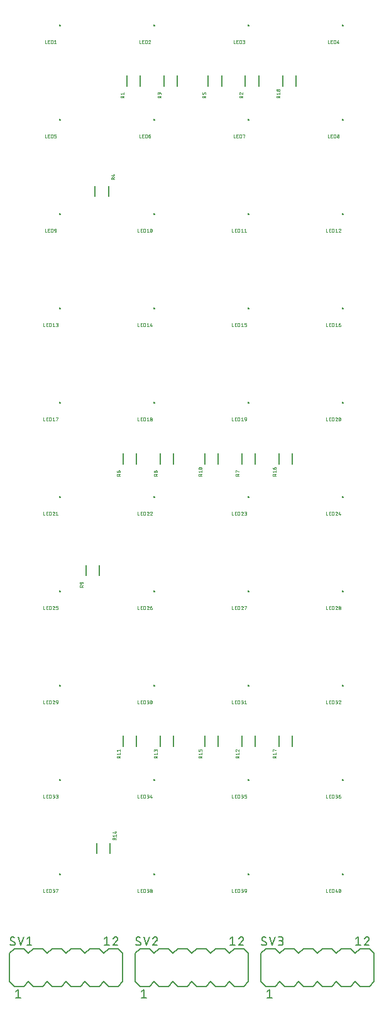
<source format=gbr>
G04 EAGLE Gerber RS-274X export*
G75*
%MOMM*%
%FSLAX34Y34*%
%LPD*%
%INSilkscreen Top*%
%IPPOS*%
%AMOC8*
5,1,8,0,0,1.08239X$1,22.5*%
G01*
%ADD10C,0.200000*%
%ADD11C,0.050800*%
%ADD12C,0.152400*%
%ADD13C,0.127000*%


D10*
X75500Y-156100D02*
X75502Y-156144D01*
X75508Y-156187D01*
X75517Y-156229D01*
X75530Y-156271D01*
X75547Y-156311D01*
X75567Y-156350D01*
X75590Y-156387D01*
X75617Y-156421D01*
X75646Y-156454D01*
X75679Y-156483D01*
X75713Y-156510D01*
X75750Y-156533D01*
X75789Y-156553D01*
X75829Y-156570D01*
X75871Y-156583D01*
X75913Y-156592D01*
X75956Y-156598D01*
X76000Y-156600D01*
X76044Y-156598D01*
X76087Y-156592D01*
X76129Y-156583D01*
X76171Y-156570D01*
X76211Y-156553D01*
X76250Y-156533D01*
X76287Y-156510D01*
X76321Y-156483D01*
X76354Y-156454D01*
X76383Y-156421D01*
X76410Y-156387D01*
X76433Y-156350D01*
X76453Y-156311D01*
X76470Y-156271D01*
X76483Y-156229D01*
X76492Y-156187D01*
X76498Y-156144D01*
X76500Y-156100D01*
X76498Y-156056D01*
X76492Y-156013D01*
X76483Y-155971D01*
X76470Y-155929D01*
X76453Y-155889D01*
X76433Y-155850D01*
X76410Y-155813D01*
X76383Y-155779D01*
X76354Y-155746D01*
X76321Y-155717D01*
X76287Y-155690D01*
X76250Y-155667D01*
X76211Y-155647D01*
X76171Y-155630D01*
X76129Y-155617D01*
X76087Y-155608D01*
X76044Y-155602D01*
X76000Y-155600D01*
X75956Y-155602D01*
X75913Y-155608D01*
X75871Y-155617D01*
X75829Y-155630D01*
X75789Y-155647D01*
X75750Y-155667D01*
X75713Y-155690D01*
X75679Y-155717D01*
X75646Y-155746D01*
X75617Y-155779D01*
X75590Y-155813D01*
X75567Y-155850D01*
X75547Y-155889D01*
X75530Y-155929D01*
X75517Y-155971D01*
X75508Y-156013D01*
X75502Y-156056D01*
X75500Y-156100D01*
X75502Y-156144D01*
X75508Y-156187D01*
X75517Y-156229D01*
X75530Y-156271D01*
X75547Y-156311D01*
X75567Y-156350D01*
X75590Y-156387D01*
X75617Y-156421D01*
X75646Y-156454D01*
X75679Y-156483D01*
X75713Y-156510D01*
X75750Y-156533D01*
X75789Y-156553D01*
X75829Y-156570D01*
X75871Y-156583D01*
X75913Y-156592D01*
X75956Y-156598D01*
X76000Y-156600D01*
X76044Y-156598D01*
X76087Y-156592D01*
X76129Y-156583D01*
X76171Y-156570D01*
X76211Y-156553D01*
X76250Y-156533D01*
X76287Y-156510D01*
X76321Y-156483D01*
X76354Y-156454D01*
X76383Y-156421D01*
X76410Y-156387D01*
X76433Y-156350D01*
X76453Y-156311D01*
X76470Y-156271D01*
X76483Y-156229D01*
X76492Y-156187D01*
X76498Y-156144D01*
X76500Y-156100D01*
D11*
X56032Y-176254D02*
X56032Y-180746D01*
X58029Y-180746D01*
X59932Y-180746D02*
X61929Y-180746D01*
X59932Y-180746D02*
X59932Y-176254D01*
X61929Y-176254D01*
X61430Y-178250D02*
X59932Y-178250D01*
X63822Y-176254D02*
X63822Y-180746D01*
X63822Y-176254D02*
X65070Y-176254D01*
X65138Y-176256D01*
X65205Y-176261D01*
X65272Y-176270D01*
X65338Y-176283D01*
X65404Y-176299D01*
X65468Y-176319D01*
X65532Y-176343D01*
X65594Y-176369D01*
X65655Y-176399D01*
X65713Y-176433D01*
X65770Y-176469D01*
X65825Y-176508D01*
X65878Y-176551D01*
X65928Y-176596D01*
X65976Y-176644D01*
X66021Y-176694D01*
X66064Y-176747D01*
X66103Y-176802D01*
X66139Y-176859D01*
X66173Y-176917D01*
X66203Y-176978D01*
X66229Y-177040D01*
X66253Y-177104D01*
X66273Y-177168D01*
X66289Y-177234D01*
X66302Y-177300D01*
X66311Y-177367D01*
X66316Y-177434D01*
X66318Y-177502D01*
X66318Y-179498D01*
X66316Y-179566D01*
X66311Y-179633D01*
X66302Y-179700D01*
X66289Y-179766D01*
X66273Y-179832D01*
X66253Y-179896D01*
X66229Y-179960D01*
X66203Y-180022D01*
X66173Y-180083D01*
X66139Y-180141D01*
X66103Y-180198D01*
X66064Y-180253D01*
X66021Y-180306D01*
X65976Y-180356D01*
X65928Y-180404D01*
X65878Y-180449D01*
X65825Y-180492D01*
X65770Y-180531D01*
X65713Y-180567D01*
X65655Y-180601D01*
X65594Y-180631D01*
X65532Y-180657D01*
X65468Y-180681D01*
X65404Y-180701D01*
X65338Y-180717D01*
X65272Y-180730D01*
X65205Y-180739D01*
X65138Y-180744D01*
X65070Y-180746D01*
X63822Y-180746D01*
X68472Y-177252D02*
X69720Y-176254D01*
X69720Y-180746D01*
X68472Y-180746D02*
X70968Y-180746D01*
D10*
X202500Y-410100D02*
X202502Y-410144D01*
X202508Y-410187D01*
X202517Y-410229D01*
X202530Y-410271D01*
X202547Y-410311D01*
X202567Y-410350D01*
X202590Y-410387D01*
X202617Y-410421D01*
X202646Y-410454D01*
X202679Y-410483D01*
X202713Y-410510D01*
X202750Y-410533D01*
X202789Y-410553D01*
X202829Y-410570D01*
X202871Y-410583D01*
X202913Y-410592D01*
X202956Y-410598D01*
X203000Y-410600D01*
X203044Y-410598D01*
X203087Y-410592D01*
X203129Y-410583D01*
X203171Y-410570D01*
X203211Y-410553D01*
X203250Y-410533D01*
X203287Y-410510D01*
X203321Y-410483D01*
X203354Y-410454D01*
X203383Y-410421D01*
X203410Y-410387D01*
X203433Y-410350D01*
X203453Y-410311D01*
X203470Y-410271D01*
X203483Y-410229D01*
X203492Y-410187D01*
X203498Y-410144D01*
X203500Y-410100D01*
X203498Y-410056D01*
X203492Y-410013D01*
X203483Y-409971D01*
X203470Y-409929D01*
X203453Y-409889D01*
X203433Y-409850D01*
X203410Y-409813D01*
X203383Y-409779D01*
X203354Y-409746D01*
X203321Y-409717D01*
X203287Y-409690D01*
X203250Y-409667D01*
X203211Y-409647D01*
X203171Y-409630D01*
X203129Y-409617D01*
X203087Y-409608D01*
X203044Y-409602D01*
X203000Y-409600D01*
X202956Y-409602D01*
X202913Y-409608D01*
X202871Y-409617D01*
X202829Y-409630D01*
X202789Y-409647D01*
X202750Y-409667D01*
X202713Y-409690D01*
X202679Y-409717D01*
X202646Y-409746D01*
X202617Y-409779D01*
X202590Y-409813D01*
X202567Y-409850D01*
X202547Y-409889D01*
X202530Y-409929D01*
X202517Y-409971D01*
X202508Y-410013D01*
X202502Y-410056D01*
X202500Y-410100D01*
X202502Y-410144D01*
X202508Y-410187D01*
X202517Y-410229D01*
X202530Y-410271D01*
X202547Y-410311D01*
X202567Y-410350D01*
X202590Y-410387D01*
X202617Y-410421D01*
X202646Y-410454D01*
X202679Y-410483D01*
X202713Y-410510D01*
X202750Y-410533D01*
X202789Y-410553D01*
X202829Y-410570D01*
X202871Y-410583D01*
X202913Y-410592D01*
X202956Y-410598D01*
X203000Y-410600D01*
X203044Y-410598D01*
X203087Y-410592D01*
X203129Y-410583D01*
X203171Y-410570D01*
X203211Y-410553D01*
X203250Y-410533D01*
X203287Y-410510D01*
X203321Y-410483D01*
X203354Y-410454D01*
X203383Y-410421D01*
X203410Y-410387D01*
X203433Y-410350D01*
X203453Y-410311D01*
X203470Y-410271D01*
X203483Y-410229D01*
X203492Y-410187D01*
X203498Y-410144D01*
X203500Y-410100D01*
D11*
X180782Y-430254D02*
X180782Y-434746D01*
X182779Y-434746D01*
X184682Y-434746D02*
X186679Y-434746D01*
X184682Y-434746D02*
X184682Y-430254D01*
X186679Y-430254D01*
X186180Y-432250D02*
X184682Y-432250D01*
X188572Y-430254D02*
X188572Y-434746D01*
X188572Y-430254D02*
X189820Y-430254D01*
X189888Y-430256D01*
X189955Y-430261D01*
X190022Y-430270D01*
X190088Y-430283D01*
X190154Y-430299D01*
X190218Y-430319D01*
X190282Y-430343D01*
X190344Y-430369D01*
X190405Y-430399D01*
X190463Y-430433D01*
X190520Y-430469D01*
X190575Y-430508D01*
X190628Y-430551D01*
X190678Y-430596D01*
X190726Y-430644D01*
X190771Y-430694D01*
X190814Y-430747D01*
X190853Y-430802D01*
X190889Y-430859D01*
X190923Y-430917D01*
X190953Y-430978D01*
X190979Y-431040D01*
X191003Y-431104D01*
X191023Y-431168D01*
X191039Y-431234D01*
X191052Y-431300D01*
X191061Y-431367D01*
X191066Y-431434D01*
X191068Y-431502D01*
X191068Y-433498D01*
X191066Y-433566D01*
X191061Y-433633D01*
X191052Y-433700D01*
X191039Y-433766D01*
X191023Y-433832D01*
X191003Y-433896D01*
X190979Y-433960D01*
X190953Y-434022D01*
X190923Y-434083D01*
X190889Y-434141D01*
X190853Y-434198D01*
X190814Y-434253D01*
X190771Y-434306D01*
X190726Y-434356D01*
X190678Y-434404D01*
X190628Y-434449D01*
X190575Y-434492D01*
X190520Y-434531D01*
X190463Y-434567D01*
X190405Y-434601D01*
X190344Y-434631D01*
X190282Y-434657D01*
X190218Y-434681D01*
X190154Y-434701D01*
X190088Y-434717D01*
X190022Y-434730D01*
X189955Y-434739D01*
X189888Y-434744D01*
X189820Y-434746D01*
X188572Y-434746D01*
X193222Y-431252D02*
X194470Y-430254D01*
X194470Y-434746D01*
X193222Y-434746D02*
X195718Y-434746D01*
X197722Y-432500D02*
X197724Y-432380D01*
X197730Y-432260D01*
X197739Y-432141D01*
X197753Y-432022D01*
X197770Y-431903D01*
X197792Y-431785D01*
X197817Y-431668D01*
X197846Y-431551D01*
X197878Y-431436D01*
X197915Y-431321D01*
X197955Y-431208D01*
X197998Y-431097D01*
X198046Y-430987D01*
X198096Y-430878D01*
X198097Y-430878D02*
X198118Y-430821D01*
X198143Y-430767D01*
X198172Y-430713D01*
X198204Y-430662D01*
X198239Y-430614D01*
X198277Y-430567D01*
X198319Y-430523D01*
X198363Y-430482D01*
X198409Y-430444D01*
X198458Y-430409D01*
X198510Y-430377D01*
X198563Y-430349D01*
X198618Y-430324D01*
X198674Y-430303D01*
X198732Y-430285D01*
X198790Y-430272D01*
X198850Y-430262D01*
X198910Y-430256D01*
X198970Y-430254D01*
X199030Y-430256D01*
X199090Y-430262D01*
X199150Y-430272D01*
X199208Y-430285D01*
X199266Y-430303D01*
X199322Y-430324D01*
X199377Y-430349D01*
X199430Y-430377D01*
X199482Y-430409D01*
X199531Y-430444D01*
X199577Y-430482D01*
X199621Y-430523D01*
X199663Y-430567D01*
X199701Y-430613D01*
X199736Y-430662D01*
X199768Y-430713D01*
X199797Y-430767D01*
X199822Y-430821D01*
X199843Y-430878D01*
X199844Y-430878D02*
X199894Y-430987D01*
X199942Y-431097D01*
X199985Y-431208D01*
X200025Y-431321D01*
X200062Y-431436D01*
X200094Y-431551D01*
X200123Y-431668D01*
X200148Y-431785D01*
X200170Y-431903D01*
X200187Y-432022D01*
X200201Y-432141D01*
X200210Y-432260D01*
X200216Y-432380D01*
X200218Y-432500D01*
X197722Y-432500D02*
X197724Y-432620D01*
X197730Y-432740D01*
X197739Y-432859D01*
X197753Y-432978D01*
X197770Y-433097D01*
X197792Y-433215D01*
X197817Y-433332D01*
X197846Y-433449D01*
X197878Y-433564D01*
X197915Y-433678D01*
X197955Y-433792D01*
X197998Y-433903D01*
X198046Y-434013D01*
X198096Y-434122D01*
X198097Y-434122D02*
X198118Y-434179D01*
X198143Y-434233D01*
X198172Y-434287D01*
X198204Y-434338D01*
X198239Y-434387D01*
X198277Y-434433D01*
X198319Y-434477D01*
X198363Y-434518D01*
X198409Y-434556D01*
X198458Y-434591D01*
X198510Y-434623D01*
X198563Y-434651D01*
X198618Y-434676D01*
X198674Y-434697D01*
X198732Y-434715D01*
X198790Y-434728D01*
X198850Y-434738D01*
X198910Y-434744D01*
X198970Y-434746D01*
X199844Y-434122D02*
X199894Y-434013D01*
X199942Y-433903D01*
X199985Y-433792D01*
X200025Y-433678D01*
X200062Y-433564D01*
X200094Y-433449D01*
X200123Y-433332D01*
X200148Y-433215D01*
X200170Y-433097D01*
X200187Y-432978D01*
X200201Y-432859D01*
X200210Y-432740D01*
X200216Y-432620D01*
X200218Y-432500D01*
X199843Y-434122D02*
X199822Y-434179D01*
X199797Y-434234D01*
X199768Y-434287D01*
X199736Y-434338D01*
X199701Y-434387D01*
X199663Y-434433D01*
X199621Y-434477D01*
X199577Y-434518D01*
X199531Y-434556D01*
X199482Y-434591D01*
X199430Y-434623D01*
X199377Y-434651D01*
X199322Y-434676D01*
X199266Y-434697D01*
X199208Y-434715D01*
X199150Y-434728D01*
X199090Y-434738D01*
X199030Y-434744D01*
X198970Y-434746D01*
X197972Y-433748D02*
X199968Y-431252D01*
D10*
X329500Y-410100D02*
X329502Y-410144D01*
X329508Y-410187D01*
X329517Y-410229D01*
X329530Y-410271D01*
X329547Y-410311D01*
X329567Y-410350D01*
X329590Y-410387D01*
X329617Y-410421D01*
X329646Y-410454D01*
X329679Y-410483D01*
X329713Y-410510D01*
X329750Y-410533D01*
X329789Y-410553D01*
X329829Y-410570D01*
X329871Y-410583D01*
X329913Y-410592D01*
X329956Y-410598D01*
X330000Y-410600D01*
X330044Y-410598D01*
X330087Y-410592D01*
X330129Y-410583D01*
X330171Y-410570D01*
X330211Y-410553D01*
X330250Y-410533D01*
X330287Y-410510D01*
X330321Y-410483D01*
X330354Y-410454D01*
X330383Y-410421D01*
X330410Y-410387D01*
X330433Y-410350D01*
X330453Y-410311D01*
X330470Y-410271D01*
X330483Y-410229D01*
X330492Y-410187D01*
X330498Y-410144D01*
X330500Y-410100D01*
X330498Y-410056D01*
X330492Y-410013D01*
X330483Y-409971D01*
X330470Y-409929D01*
X330453Y-409889D01*
X330433Y-409850D01*
X330410Y-409813D01*
X330383Y-409779D01*
X330354Y-409746D01*
X330321Y-409717D01*
X330287Y-409690D01*
X330250Y-409667D01*
X330211Y-409647D01*
X330171Y-409630D01*
X330129Y-409617D01*
X330087Y-409608D01*
X330044Y-409602D01*
X330000Y-409600D01*
X329956Y-409602D01*
X329913Y-409608D01*
X329871Y-409617D01*
X329829Y-409630D01*
X329789Y-409647D01*
X329750Y-409667D01*
X329713Y-409690D01*
X329679Y-409717D01*
X329646Y-409746D01*
X329617Y-409779D01*
X329590Y-409813D01*
X329567Y-409850D01*
X329547Y-409889D01*
X329530Y-409929D01*
X329517Y-409971D01*
X329508Y-410013D01*
X329502Y-410056D01*
X329500Y-410100D01*
X329502Y-410144D01*
X329508Y-410187D01*
X329517Y-410229D01*
X329530Y-410271D01*
X329547Y-410311D01*
X329567Y-410350D01*
X329590Y-410387D01*
X329617Y-410421D01*
X329646Y-410454D01*
X329679Y-410483D01*
X329713Y-410510D01*
X329750Y-410533D01*
X329789Y-410553D01*
X329829Y-410570D01*
X329871Y-410583D01*
X329913Y-410592D01*
X329956Y-410598D01*
X330000Y-410600D01*
X330044Y-410598D01*
X330087Y-410592D01*
X330129Y-410583D01*
X330171Y-410570D01*
X330211Y-410553D01*
X330250Y-410533D01*
X330287Y-410510D01*
X330321Y-410483D01*
X330354Y-410454D01*
X330383Y-410421D01*
X330410Y-410387D01*
X330433Y-410350D01*
X330453Y-410311D01*
X330470Y-410271D01*
X330483Y-410229D01*
X330492Y-410187D01*
X330498Y-410144D01*
X330500Y-410100D01*
D11*
X307782Y-430254D02*
X307782Y-434746D01*
X309779Y-434746D01*
X311682Y-434746D02*
X313679Y-434746D01*
X311682Y-434746D02*
X311682Y-430254D01*
X313679Y-430254D01*
X313180Y-432250D02*
X311682Y-432250D01*
X315572Y-430254D02*
X315572Y-434746D01*
X315572Y-430254D02*
X316820Y-430254D01*
X316888Y-430256D01*
X316955Y-430261D01*
X317022Y-430270D01*
X317088Y-430283D01*
X317154Y-430299D01*
X317218Y-430319D01*
X317282Y-430343D01*
X317344Y-430369D01*
X317405Y-430399D01*
X317463Y-430433D01*
X317520Y-430469D01*
X317575Y-430508D01*
X317628Y-430551D01*
X317678Y-430596D01*
X317726Y-430644D01*
X317771Y-430694D01*
X317814Y-430747D01*
X317853Y-430802D01*
X317889Y-430859D01*
X317923Y-430917D01*
X317953Y-430978D01*
X317979Y-431040D01*
X318003Y-431104D01*
X318023Y-431168D01*
X318039Y-431234D01*
X318052Y-431300D01*
X318061Y-431367D01*
X318066Y-431434D01*
X318068Y-431502D01*
X318068Y-433498D01*
X318066Y-433566D01*
X318061Y-433633D01*
X318052Y-433700D01*
X318039Y-433766D01*
X318023Y-433832D01*
X318003Y-433896D01*
X317979Y-433960D01*
X317953Y-434022D01*
X317923Y-434083D01*
X317889Y-434141D01*
X317853Y-434198D01*
X317814Y-434253D01*
X317771Y-434306D01*
X317726Y-434356D01*
X317678Y-434404D01*
X317628Y-434449D01*
X317575Y-434492D01*
X317520Y-434531D01*
X317463Y-434567D01*
X317405Y-434601D01*
X317344Y-434631D01*
X317282Y-434657D01*
X317218Y-434681D01*
X317154Y-434701D01*
X317088Y-434717D01*
X317022Y-434730D01*
X316955Y-434739D01*
X316888Y-434744D01*
X316820Y-434746D01*
X315572Y-434746D01*
X320222Y-431252D02*
X321470Y-430254D01*
X321470Y-434746D01*
X320222Y-434746D02*
X322718Y-434746D01*
X324722Y-431252D02*
X325970Y-430254D01*
X325970Y-434746D01*
X324722Y-434746D02*
X327218Y-434746D01*
D10*
X456500Y-410100D02*
X456502Y-410144D01*
X456508Y-410187D01*
X456517Y-410229D01*
X456530Y-410271D01*
X456547Y-410311D01*
X456567Y-410350D01*
X456590Y-410387D01*
X456617Y-410421D01*
X456646Y-410454D01*
X456679Y-410483D01*
X456713Y-410510D01*
X456750Y-410533D01*
X456789Y-410553D01*
X456829Y-410570D01*
X456871Y-410583D01*
X456913Y-410592D01*
X456956Y-410598D01*
X457000Y-410600D01*
X457044Y-410598D01*
X457087Y-410592D01*
X457129Y-410583D01*
X457171Y-410570D01*
X457211Y-410553D01*
X457250Y-410533D01*
X457287Y-410510D01*
X457321Y-410483D01*
X457354Y-410454D01*
X457383Y-410421D01*
X457410Y-410387D01*
X457433Y-410350D01*
X457453Y-410311D01*
X457470Y-410271D01*
X457483Y-410229D01*
X457492Y-410187D01*
X457498Y-410144D01*
X457500Y-410100D01*
X457498Y-410056D01*
X457492Y-410013D01*
X457483Y-409971D01*
X457470Y-409929D01*
X457453Y-409889D01*
X457433Y-409850D01*
X457410Y-409813D01*
X457383Y-409779D01*
X457354Y-409746D01*
X457321Y-409717D01*
X457287Y-409690D01*
X457250Y-409667D01*
X457211Y-409647D01*
X457171Y-409630D01*
X457129Y-409617D01*
X457087Y-409608D01*
X457044Y-409602D01*
X457000Y-409600D01*
X456956Y-409602D01*
X456913Y-409608D01*
X456871Y-409617D01*
X456829Y-409630D01*
X456789Y-409647D01*
X456750Y-409667D01*
X456713Y-409690D01*
X456679Y-409717D01*
X456646Y-409746D01*
X456617Y-409779D01*
X456590Y-409813D01*
X456567Y-409850D01*
X456547Y-409889D01*
X456530Y-409929D01*
X456517Y-409971D01*
X456508Y-410013D01*
X456502Y-410056D01*
X456500Y-410100D01*
X456502Y-410144D01*
X456508Y-410187D01*
X456517Y-410229D01*
X456530Y-410271D01*
X456547Y-410311D01*
X456567Y-410350D01*
X456590Y-410387D01*
X456617Y-410421D01*
X456646Y-410454D01*
X456679Y-410483D01*
X456713Y-410510D01*
X456750Y-410533D01*
X456789Y-410553D01*
X456829Y-410570D01*
X456871Y-410583D01*
X456913Y-410592D01*
X456956Y-410598D01*
X457000Y-410600D01*
X457044Y-410598D01*
X457087Y-410592D01*
X457129Y-410583D01*
X457171Y-410570D01*
X457211Y-410553D01*
X457250Y-410533D01*
X457287Y-410510D01*
X457321Y-410483D01*
X457354Y-410454D01*
X457383Y-410421D01*
X457410Y-410387D01*
X457433Y-410350D01*
X457453Y-410311D01*
X457470Y-410271D01*
X457483Y-410229D01*
X457492Y-410187D01*
X457498Y-410144D01*
X457500Y-410100D01*
D11*
X434782Y-430254D02*
X434782Y-434746D01*
X436779Y-434746D01*
X438682Y-434746D02*
X440679Y-434746D01*
X438682Y-434746D02*
X438682Y-430254D01*
X440679Y-430254D01*
X440180Y-432250D02*
X438682Y-432250D01*
X442572Y-430254D02*
X442572Y-434746D01*
X442572Y-430254D02*
X443820Y-430254D01*
X443888Y-430256D01*
X443955Y-430261D01*
X444022Y-430270D01*
X444088Y-430283D01*
X444154Y-430299D01*
X444218Y-430319D01*
X444282Y-430343D01*
X444344Y-430369D01*
X444405Y-430399D01*
X444463Y-430433D01*
X444520Y-430469D01*
X444575Y-430508D01*
X444628Y-430551D01*
X444678Y-430596D01*
X444726Y-430644D01*
X444771Y-430694D01*
X444814Y-430747D01*
X444853Y-430802D01*
X444889Y-430859D01*
X444923Y-430917D01*
X444953Y-430978D01*
X444979Y-431040D01*
X445003Y-431104D01*
X445023Y-431168D01*
X445039Y-431234D01*
X445052Y-431300D01*
X445061Y-431367D01*
X445066Y-431434D01*
X445068Y-431502D01*
X445068Y-433498D01*
X445066Y-433566D01*
X445061Y-433633D01*
X445052Y-433700D01*
X445039Y-433766D01*
X445023Y-433832D01*
X445003Y-433896D01*
X444979Y-433960D01*
X444953Y-434022D01*
X444923Y-434083D01*
X444889Y-434141D01*
X444853Y-434198D01*
X444814Y-434253D01*
X444771Y-434306D01*
X444726Y-434356D01*
X444678Y-434404D01*
X444628Y-434449D01*
X444575Y-434492D01*
X444520Y-434531D01*
X444463Y-434567D01*
X444405Y-434601D01*
X444344Y-434631D01*
X444282Y-434657D01*
X444218Y-434681D01*
X444154Y-434701D01*
X444088Y-434717D01*
X444022Y-434730D01*
X443955Y-434739D01*
X443888Y-434744D01*
X443820Y-434746D01*
X442572Y-434746D01*
X447222Y-431252D02*
X448470Y-430254D01*
X448470Y-434746D01*
X447222Y-434746D02*
X449718Y-434746D01*
X453095Y-430254D02*
X453160Y-430256D01*
X453225Y-430262D01*
X453290Y-430271D01*
X453354Y-430284D01*
X453417Y-430301D01*
X453479Y-430322D01*
X453540Y-430346D01*
X453599Y-430373D01*
X453657Y-430404D01*
X453712Y-430439D01*
X453766Y-430476D01*
X453817Y-430517D01*
X453866Y-430560D01*
X453912Y-430606D01*
X453955Y-430655D01*
X453996Y-430706D01*
X454033Y-430760D01*
X454068Y-430816D01*
X454099Y-430873D01*
X454126Y-430932D01*
X454150Y-430993D01*
X454171Y-431055D01*
X454188Y-431118D01*
X454201Y-431182D01*
X454210Y-431247D01*
X454216Y-431312D01*
X454218Y-431377D01*
X453095Y-430254D02*
X453022Y-430256D01*
X452950Y-430261D01*
X452878Y-430270D01*
X452807Y-430283D01*
X452736Y-430299D01*
X452666Y-430319D01*
X452597Y-430343D01*
X452530Y-430369D01*
X452464Y-430399D01*
X452399Y-430433D01*
X452337Y-430469D01*
X452276Y-430509D01*
X452217Y-430552D01*
X452161Y-430597D01*
X452107Y-430646D01*
X452055Y-430697D01*
X452006Y-430750D01*
X451960Y-430806D01*
X451916Y-430864D01*
X451876Y-430925D01*
X451839Y-430987D01*
X451805Y-431051D01*
X451774Y-431117D01*
X451746Y-431184D01*
X451722Y-431252D01*
X453843Y-432250D02*
X453889Y-432204D01*
X453932Y-432156D01*
X453973Y-432105D01*
X454011Y-432052D01*
X454046Y-431997D01*
X454077Y-431940D01*
X454106Y-431882D01*
X454132Y-431822D01*
X454154Y-431761D01*
X454173Y-431699D01*
X454189Y-431635D01*
X454201Y-431571D01*
X454210Y-431507D01*
X454215Y-431442D01*
X454217Y-431377D01*
X453843Y-432250D02*
X451722Y-434746D01*
X454218Y-434746D01*
D10*
X76500Y-537100D02*
X76498Y-537144D01*
X76492Y-537187D01*
X76483Y-537229D01*
X76470Y-537271D01*
X76453Y-537311D01*
X76433Y-537350D01*
X76410Y-537387D01*
X76383Y-537421D01*
X76354Y-537454D01*
X76321Y-537483D01*
X76287Y-537510D01*
X76250Y-537533D01*
X76211Y-537553D01*
X76171Y-537570D01*
X76129Y-537583D01*
X76087Y-537592D01*
X76044Y-537598D01*
X76000Y-537600D01*
X75956Y-537598D01*
X75913Y-537592D01*
X75871Y-537583D01*
X75829Y-537570D01*
X75789Y-537553D01*
X75750Y-537533D01*
X75713Y-537510D01*
X75679Y-537483D01*
X75646Y-537454D01*
X75617Y-537421D01*
X75590Y-537387D01*
X75567Y-537350D01*
X75547Y-537311D01*
X75530Y-537271D01*
X75517Y-537229D01*
X75508Y-537187D01*
X75502Y-537144D01*
X75500Y-537100D01*
X75502Y-537056D01*
X75508Y-537013D01*
X75517Y-536971D01*
X75530Y-536929D01*
X75547Y-536889D01*
X75567Y-536850D01*
X75590Y-536813D01*
X75617Y-536779D01*
X75646Y-536746D01*
X75679Y-536717D01*
X75713Y-536690D01*
X75750Y-536667D01*
X75789Y-536647D01*
X75829Y-536630D01*
X75871Y-536617D01*
X75913Y-536608D01*
X75956Y-536602D01*
X76000Y-536600D01*
X76044Y-536602D01*
X76087Y-536608D01*
X76129Y-536617D01*
X76171Y-536630D01*
X76211Y-536647D01*
X76250Y-536667D01*
X76287Y-536690D01*
X76321Y-536717D01*
X76354Y-536746D01*
X76383Y-536779D01*
X76410Y-536813D01*
X76433Y-536850D01*
X76453Y-536889D01*
X76470Y-536929D01*
X76483Y-536971D01*
X76492Y-537013D01*
X76498Y-537056D01*
X76500Y-537100D01*
X76498Y-537144D01*
X76492Y-537187D01*
X76483Y-537229D01*
X76470Y-537271D01*
X76453Y-537311D01*
X76433Y-537350D01*
X76410Y-537387D01*
X76383Y-537421D01*
X76354Y-537454D01*
X76321Y-537483D01*
X76287Y-537510D01*
X76250Y-537533D01*
X76211Y-537553D01*
X76171Y-537570D01*
X76129Y-537583D01*
X76087Y-537592D01*
X76044Y-537598D01*
X76000Y-537600D01*
X75956Y-537598D01*
X75913Y-537592D01*
X75871Y-537583D01*
X75829Y-537570D01*
X75789Y-537553D01*
X75750Y-537533D01*
X75713Y-537510D01*
X75679Y-537483D01*
X75646Y-537454D01*
X75617Y-537421D01*
X75590Y-537387D01*
X75567Y-537350D01*
X75547Y-537311D01*
X75530Y-537271D01*
X75517Y-537229D01*
X75508Y-537187D01*
X75502Y-537144D01*
X75500Y-537100D01*
D11*
X53782Y-557254D02*
X53782Y-561746D01*
X55779Y-561746D01*
X57682Y-561746D02*
X59679Y-561746D01*
X57682Y-561746D02*
X57682Y-557254D01*
X59679Y-557254D01*
X59180Y-559250D02*
X57682Y-559250D01*
X61572Y-557254D02*
X61572Y-561746D01*
X61572Y-557254D02*
X62820Y-557254D01*
X62888Y-557256D01*
X62955Y-557261D01*
X63022Y-557270D01*
X63088Y-557283D01*
X63154Y-557299D01*
X63218Y-557319D01*
X63282Y-557343D01*
X63344Y-557369D01*
X63405Y-557399D01*
X63463Y-557433D01*
X63520Y-557469D01*
X63575Y-557508D01*
X63628Y-557551D01*
X63678Y-557596D01*
X63726Y-557644D01*
X63771Y-557694D01*
X63814Y-557747D01*
X63853Y-557802D01*
X63889Y-557859D01*
X63923Y-557917D01*
X63953Y-557978D01*
X63979Y-558040D01*
X64003Y-558104D01*
X64023Y-558168D01*
X64039Y-558234D01*
X64052Y-558300D01*
X64061Y-558367D01*
X64066Y-558434D01*
X64068Y-558502D01*
X64068Y-560498D01*
X64066Y-560566D01*
X64061Y-560633D01*
X64052Y-560700D01*
X64039Y-560766D01*
X64023Y-560832D01*
X64003Y-560896D01*
X63979Y-560960D01*
X63953Y-561022D01*
X63923Y-561083D01*
X63889Y-561141D01*
X63853Y-561198D01*
X63814Y-561253D01*
X63771Y-561306D01*
X63726Y-561356D01*
X63678Y-561404D01*
X63628Y-561449D01*
X63575Y-561492D01*
X63520Y-561531D01*
X63463Y-561567D01*
X63405Y-561601D01*
X63344Y-561631D01*
X63282Y-561657D01*
X63218Y-561681D01*
X63154Y-561701D01*
X63088Y-561717D01*
X63022Y-561730D01*
X62955Y-561739D01*
X62888Y-561744D01*
X62820Y-561746D01*
X61572Y-561746D01*
X66222Y-558252D02*
X67470Y-557254D01*
X67470Y-561746D01*
X66222Y-561746D02*
X68718Y-561746D01*
X70722Y-561746D02*
X71970Y-561746D01*
X72039Y-561744D01*
X72107Y-561738D01*
X72175Y-561729D01*
X72243Y-561716D01*
X72310Y-561699D01*
X72375Y-561678D01*
X72440Y-561654D01*
X72503Y-561627D01*
X72564Y-561596D01*
X72624Y-561561D01*
X72681Y-561524D01*
X72737Y-561483D01*
X72790Y-561439D01*
X72840Y-561393D01*
X72888Y-561343D01*
X72933Y-561291D01*
X72976Y-561237D01*
X73015Y-561181D01*
X73051Y-561122D01*
X73084Y-561062D01*
X73113Y-560999D01*
X73139Y-560936D01*
X73161Y-560871D01*
X73180Y-560804D01*
X73195Y-560737D01*
X73206Y-560669D01*
X73214Y-560601D01*
X73218Y-560532D01*
X73218Y-560464D01*
X73214Y-560395D01*
X73206Y-560327D01*
X73195Y-560259D01*
X73180Y-560192D01*
X73161Y-560125D01*
X73139Y-560060D01*
X73113Y-559997D01*
X73084Y-559934D01*
X73051Y-559874D01*
X73015Y-559815D01*
X72976Y-559759D01*
X72933Y-559705D01*
X72888Y-559653D01*
X72840Y-559603D01*
X72790Y-559557D01*
X72737Y-559513D01*
X72681Y-559472D01*
X72624Y-559435D01*
X72564Y-559400D01*
X72503Y-559369D01*
X72440Y-559342D01*
X72375Y-559318D01*
X72310Y-559297D01*
X72243Y-559280D01*
X72175Y-559267D01*
X72107Y-559258D01*
X72039Y-559252D01*
X71970Y-559250D01*
X72219Y-557254D02*
X70722Y-557254D01*
X72219Y-557254D02*
X72280Y-557256D01*
X72342Y-557262D01*
X72402Y-557271D01*
X72462Y-557284D01*
X72522Y-557301D01*
X72580Y-557321D01*
X72636Y-557345D01*
X72691Y-557373D01*
X72744Y-557403D01*
X72796Y-557437D01*
X72845Y-557474D01*
X72891Y-557514D01*
X72935Y-557557D01*
X72977Y-557603D01*
X73015Y-557651D01*
X73051Y-557701D01*
X73083Y-557753D01*
X73112Y-557807D01*
X73138Y-557863D01*
X73160Y-557920D01*
X73179Y-557979D01*
X73194Y-558038D01*
X73205Y-558099D01*
X73213Y-558160D01*
X73217Y-558221D01*
X73217Y-558283D01*
X73213Y-558344D01*
X73205Y-558405D01*
X73194Y-558466D01*
X73179Y-558525D01*
X73160Y-558584D01*
X73138Y-558641D01*
X73112Y-558697D01*
X73083Y-558751D01*
X73051Y-558803D01*
X73015Y-558853D01*
X72977Y-558901D01*
X72935Y-558947D01*
X72891Y-558990D01*
X72845Y-559030D01*
X72796Y-559067D01*
X72744Y-559101D01*
X72691Y-559131D01*
X72636Y-559159D01*
X72580Y-559183D01*
X72522Y-559203D01*
X72462Y-559220D01*
X72402Y-559233D01*
X72342Y-559242D01*
X72280Y-559248D01*
X72219Y-559250D01*
X71221Y-559250D01*
D10*
X202500Y-537100D02*
X202502Y-537144D01*
X202508Y-537187D01*
X202517Y-537229D01*
X202530Y-537271D01*
X202547Y-537311D01*
X202567Y-537350D01*
X202590Y-537387D01*
X202617Y-537421D01*
X202646Y-537454D01*
X202679Y-537483D01*
X202713Y-537510D01*
X202750Y-537533D01*
X202789Y-537553D01*
X202829Y-537570D01*
X202871Y-537583D01*
X202913Y-537592D01*
X202956Y-537598D01*
X203000Y-537600D01*
X203044Y-537598D01*
X203087Y-537592D01*
X203129Y-537583D01*
X203171Y-537570D01*
X203211Y-537553D01*
X203250Y-537533D01*
X203287Y-537510D01*
X203321Y-537483D01*
X203354Y-537454D01*
X203383Y-537421D01*
X203410Y-537387D01*
X203433Y-537350D01*
X203453Y-537311D01*
X203470Y-537271D01*
X203483Y-537229D01*
X203492Y-537187D01*
X203498Y-537144D01*
X203500Y-537100D01*
X203498Y-537056D01*
X203492Y-537013D01*
X203483Y-536971D01*
X203470Y-536929D01*
X203453Y-536889D01*
X203433Y-536850D01*
X203410Y-536813D01*
X203383Y-536779D01*
X203354Y-536746D01*
X203321Y-536717D01*
X203287Y-536690D01*
X203250Y-536667D01*
X203211Y-536647D01*
X203171Y-536630D01*
X203129Y-536617D01*
X203087Y-536608D01*
X203044Y-536602D01*
X203000Y-536600D01*
X202956Y-536602D01*
X202913Y-536608D01*
X202871Y-536617D01*
X202829Y-536630D01*
X202789Y-536647D01*
X202750Y-536667D01*
X202713Y-536690D01*
X202679Y-536717D01*
X202646Y-536746D01*
X202617Y-536779D01*
X202590Y-536813D01*
X202567Y-536850D01*
X202547Y-536889D01*
X202530Y-536929D01*
X202517Y-536971D01*
X202508Y-537013D01*
X202502Y-537056D01*
X202500Y-537100D01*
X202502Y-537144D01*
X202508Y-537187D01*
X202517Y-537229D01*
X202530Y-537271D01*
X202547Y-537311D01*
X202567Y-537350D01*
X202590Y-537387D01*
X202617Y-537421D01*
X202646Y-537454D01*
X202679Y-537483D01*
X202713Y-537510D01*
X202750Y-537533D01*
X202789Y-537553D01*
X202829Y-537570D01*
X202871Y-537583D01*
X202913Y-537592D01*
X202956Y-537598D01*
X203000Y-537600D01*
X203044Y-537598D01*
X203087Y-537592D01*
X203129Y-537583D01*
X203171Y-537570D01*
X203211Y-537553D01*
X203250Y-537533D01*
X203287Y-537510D01*
X203321Y-537483D01*
X203354Y-537454D01*
X203383Y-537421D01*
X203410Y-537387D01*
X203433Y-537350D01*
X203453Y-537311D01*
X203470Y-537271D01*
X203483Y-537229D01*
X203492Y-537187D01*
X203498Y-537144D01*
X203500Y-537100D01*
D11*
X180782Y-557254D02*
X180782Y-561746D01*
X182779Y-561746D01*
X184682Y-561746D02*
X186679Y-561746D01*
X184682Y-561746D02*
X184682Y-557254D01*
X186679Y-557254D01*
X186180Y-559250D02*
X184682Y-559250D01*
X188572Y-557254D02*
X188572Y-561746D01*
X188572Y-557254D02*
X189820Y-557254D01*
X189888Y-557256D01*
X189955Y-557261D01*
X190022Y-557270D01*
X190088Y-557283D01*
X190154Y-557299D01*
X190218Y-557319D01*
X190282Y-557343D01*
X190344Y-557369D01*
X190405Y-557399D01*
X190463Y-557433D01*
X190520Y-557469D01*
X190575Y-557508D01*
X190628Y-557551D01*
X190678Y-557596D01*
X190726Y-557644D01*
X190771Y-557694D01*
X190814Y-557747D01*
X190853Y-557802D01*
X190889Y-557859D01*
X190923Y-557917D01*
X190953Y-557978D01*
X190979Y-558040D01*
X191003Y-558104D01*
X191023Y-558168D01*
X191039Y-558234D01*
X191052Y-558300D01*
X191061Y-558367D01*
X191066Y-558434D01*
X191068Y-558502D01*
X191068Y-560498D01*
X191066Y-560566D01*
X191061Y-560633D01*
X191052Y-560700D01*
X191039Y-560766D01*
X191023Y-560832D01*
X191003Y-560896D01*
X190979Y-560960D01*
X190953Y-561022D01*
X190923Y-561083D01*
X190889Y-561141D01*
X190853Y-561198D01*
X190814Y-561253D01*
X190771Y-561306D01*
X190726Y-561356D01*
X190678Y-561404D01*
X190628Y-561449D01*
X190575Y-561492D01*
X190520Y-561531D01*
X190463Y-561567D01*
X190405Y-561601D01*
X190344Y-561631D01*
X190282Y-561657D01*
X190218Y-561681D01*
X190154Y-561701D01*
X190088Y-561717D01*
X190022Y-561730D01*
X189955Y-561739D01*
X189888Y-561744D01*
X189820Y-561746D01*
X188572Y-561746D01*
X193222Y-558252D02*
X194470Y-557254D01*
X194470Y-561746D01*
X193222Y-561746D02*
X195718Y-561746D01*
X197722Y-560748D02*
X198720Y-557254D01*
X197722Y-560748D02*
X200218Y-560748D01*
X199469Y-559750D02*
X199469Y-561746D01*
D10*
X329500Y-537100D02*
X329502Y-537144D01*
X329508Y-537187D01*
X329517Y-537229D01*
X329530Y-537271D01*
X329547Y-537311D01*
X329567Y-537350D01*
X329590Y-537387D01*
X329617Y-537421D01*
X329646Y-537454D01*
X329679Y-537483D01*
X329713Y-537510D01*
X329750Y-537533D01*
X329789Y-537553D01*
X329829Y-537570D01*
X329871Y-537583D01*
X329913Y-537592D01*
X329956Y-537598D01*
X330000Y-537600D01*
X330044Y-537598D01*
X330087Y-537592D01*
X330129Y-537583D01*
X330171Y-537570D01*
X330211Y-537553D01*
X330250Y-537533D01*
X330287Y-537510D01*
X330321Y-537483D01*
X330354Y-537454D01*
X330383Y-537421D01*
X330410Y-537387D01*
X330433Y-537350D01*
X330453Y-537311D01*
X330470Y-537271D01*
X330483Y-537229D01*
X330492Y-537187D01*
X330498Y-537144D01*
X330500Y-537100D01*
X330498Y-537056D01*
X330492Y-537013D01*
X330483Y-536971D01*
X330470Y-536929D01*
X330453Y-536889D01*
X330433Y-536850D01*
X330410Y-536813D01*
X330383Y-536779D01*
X330354Y-536746D01*
X330321Y-536717D01*
X330287Y-536690D01*
X330250Y-536667D01*
X330211Y-536647D01*
X330171Y-536630D01*
X330129Y-536617D01*
X330087Y-536608D01*
X330044Y-536602D01*
X330000Y-536600D01*
X329956Y-536602D01*
X329913Y-536608D01*
X329871Y-536617D01*
X329829Y-536630D01*
X329789Y-536647D01*
X329750Y-536667D01*
X329713Y-536690D01*
X329679Y-536717D01*
X329646Y-536746D01*
X329617Y-536779D01*
X329590Y-536813D01*
X329567Y-536850D01*
X329547Y-536889D01*
X329530Y-536929D01*
X329517Y-536971D01*
X329508Y-537013D01*
X329502Y-537056D01*
X329500Y-537100D01*
X329502Y-537144D01*
X329508Y-537187D01*
X329517Y-537229D01*
X329530Y-537271D01*
X329547Y-537311D01*
X329567Y-537350D01*
X329590Y-537387D01*
X329617Y-537421D01*
X329646Y-537454D01*
X329679Y-537483D01*
X329713Y-537510D01*
X329750Y-537533D01*
X329789Y-537553D01*
X329829Y-537570D01*
X329871Y-537583D01*
X329913Y-537592D01*
X329956Y-537598D01*
X330000Y-537600D01*
X330044Y-537598D01*
X330087Y-537592D01*
X330129Y-537583D01*
X330171Y-537570D01*
X330211Y-537553D01*
X330250Y-537533D01*
X330287Y-537510D01*
X330321Y-537483D01*
X330354Y-537454D01*
X330383Y-537421D01*
X330410Y-537387D01*
X330433Y-537350D01*
X330453Y-537311D01*
X330470Y-537271D01*
X330483Y-537229D01*
X330492Y-537187D01*
X330498Y-537144D01*
X330500Y-537100D01*
D11*
X307782Y-557254D02*
X307782Y-561746D01*
X309779Y-561746D01*
X311682Y-561746D02*
X313679Y-561746D01*
X311682Y-561746D02*
X311682Y-557254D01*
X313679Y-557254D01*
X313180Y-559250D02*
X311682Y-559250D01*
X315572Y-557254D02*
X315572Y-561746D01*
X315572Y-557254D02*
X316820Y-557254D01*
X316888Y-557256D01*
X316955Y-557261D01*
X317022Y-557270D01*
X317088Y-557283D01*
X317154Y-557299D01*
X317218Y-557319D01*
X317282Y-557343D01*
X317344Y-557369D01*
X317405Y-557399D01*
X317463Y-557433D01*
X317520Y-557469D01*
X317575Y-557508D01*
X317628Y-557551D01*
X317678Y-557596D01*
X317726Y-557644D01*
X317771Y-557694D01*
X317814Y-557747D01*
X317853Y-557802D01*
X317889Y-557859D01*
X317923Y-557917D01*
X317953Y-557978D01*
X317979Y-558040D01*
X318003Y-558104D01*
X318023Y-558168D01*
X318039Y-558234D01*
X318052Y-558300D01*
X318061Y-558367D01*
X318066Y-558434D01*
X318068Y-558502D01*
X318068Y-560498D01*
X318066Y-560566D01*
X318061Y-560633D01*
X318052Y-560700D01*
X318039Y-560766D01*
X318023Y-560832D01*
X318003Y-560896D01*
X317979Y-560960D01*
X317953Y-561022D01*
X317923Y-561083D01*
X317889Y-561141D01*
X317853Y-561198D01*
X317814Y-561253D01*
X317771Y-561306D01*
X317726Y-561356D01*
X317678Y-561404D01*
X317628Y-561449D01*
X317575Y-561492D01*
X317520Y-561531D01*
X317463Y-561567D01*
X317405Y-561601D01*
X317344Y-561631D01*
X317282Y-561657D01*
X317218Y-561681D01*
X317154Y-561701D01*
X317088Y-561717D01*
X317022Y-561730D01*
X316955Y-561739D01*
X316888Y-561744D01*
X316820Y-561746D01*
X315572Y-561746D01*
X320222Y-558252D02*
X321470Y-557254D01*
X321470Y-561746D01*
X320222Y-561746D02*
X322718Y-561746D01*
X324722Y-561746D02*
X326219Y-561746D01*
X326279Y-561744D01*
X326339Y-561739D01*
X326399Y-561730D01*
X326458Y-561717D01*
X326516Y-561701D01*
X326573Y-561681D01*
X326629Y-561658D01*
X326683Y-561632D01*
X326735Y-561602D01*
X326786Y-561569D01*
X326834Y-561534D01*
X326881Y-561495D01*
X326925Y-561454D01*
X326966Y-561410D01*
X327005Y-561363D01*
X327040Y-561315D01*
X327073Y-561264D01*
X327103Y-561212D01*
X327129Y-561158D01*
X327152Y-561102D01*
X327172Y-561045D01*
X327188Y-560987D01*
X327201Y-560928D01*
X327210Y-560868D01*
X327215Y-560808D01*
X327217Y-560748D01*
X327218Y-560748D02*
X327218Y-560249D01*
X327217Y-560249D02*
X327215Y-560186D01*
X327209Y-560124D01*
X327199Y-560062D01*
X327186Y-560001D01*
X327168Y-559941D01*
X327147Y-559882D01*
X327122Y-559824D01*
X327094Y-559768D01*
X327062Y-559714D01*
X327026Y-559662D01*
X326988Y-559613D01*
X326947Y-559566D01*
X326902Y-559522D01*
X326855Y-559480D01*
X326806Y-559442D01*
X326754Y-559406D01*
X326700Y-559374D01*
X326644Y-559346D01*
X326586Y-559321D01*
X326527Y-559300D01*
X326467Y-559282D01*
X326406Y-559269D01*
X326344Y-559259D01*
X326282Y-559253D01*
X326219Y-559251D01*
X326219Y-559250D02*
X324722Y-559250D01*
X324722Y-557254D01*
X327218Y-557254D01*
D10*
X456500Y-537100D02*
X456502Y-537144D01*
X456508Y-537187D01*
X456517Y-537229D01*
X456530Y-537271D01*
X456547Y-537311D01*
X456567Y-537350D01*
X456590Y-537387D01*
X456617Y-537421D01*
X456646Y-537454D01*
X456679Y-537483D01*
X456713Y-537510D01*
X456750Y-537533D01*
X456789Y-537553D01*
X456829Y-537570D01*
X456871Y-537583D01*
X456913Y-537592D01*
X456956Y-537598D01*
X457000Y-537600D01*
X457044Y-537598D01*
X457087Y-537592D01*
X457129Y-537583D01*
X457171Y-537570D01*
X457211Y-537553D01*
X457250Y-537533D01*
X457287Y-537510D01*
X457321Y-537483D01*
X457354Y-537454D01*
X457383Y-537421D01*
X457410Y-537387D01*
X457433Y-537350D01*
X457453Y-537311D01*
X457470Y-537271D01*
X457483Y-537229D01*
X457492Y-537187D01*
X457498Y-537144D01*
X457500Y-537100D01*
X457498Y-537056D01*
X457492Y-537013D01*
X457483Y-536971D01*
X457470Y-536929D01*
X457453Y-536889D01*
X457433Y-536850D01*
X457410Y-536813D01*
X457383Y-536779D01*
X457354Y-536746D01*
X457321Y-536717D01*
X457287Y-536690D01*
X457250Y-536667D01*
X457211Y-536647D01*
X457171Y-536630D01*
X457129Y-536617D01*
X457087Y-536608D01*
X457044Y-536602D01*
X457000Y-536600D01*
X456956Y-536602D01*
X456913Y-536608D01*
X456871Y-536617D01*
X456829Y-536630D01*
X456789Y-536647D01*
X456750Y-536667D01*
X456713Y-536690D01*
X456679Y-536717D01*
X456646Y-536746D01*
X456617Y-536779D01*
X456590Y-536813D01*
X456567Y-536850D01*
X456547Y-536889D01*
X456530Y-536929D01*
X456517Y-536971D01*
X456508Y-537013D01*
X456502Y-537056D01*
X456500Y-537100D01*
X456502Y-537144D01*
X456508Y-537187D01*
X456517Y-537229D01*
X456530Y-537271D01*
X456547Y-537311D01*
X456567Y-537350D01*
X456590Y-537387D01*
X456617Y-537421D01*
X456646Y-537454D01*
X456679Y-537483D01*
X456713Y-537510D01*
X456750Y-537533D01*
X456789Y-537553D01*
X456829Y-537570D01*
X456871Y-537583D01*
X456913Y-537592D01*
X456956Y-537598D01*
X457000Y-537600D01*
X457044Y-537598D01*
X457087Y-537592D01*
X457129Y-537583D01*
X457171Y-537570D01*
X457211Y-537553D01*
X457250Y-537533D01*
X457287Y-537510D01*
X457321Y-537483D01*
X457354Y-537454D01*
X457383Y-537421D01*
X457410Y-537387D01*
X457433Y-537350D01*
X457453Y-537311D01*
X457470Y-537271D01*
X457483Y-537229D01*
X457492Y-537187D01*
X457498Y-537144D01*
X457500Y-537100D01*
D11*
X434782Y-557254D02*
X434782Y-561746D01*
X436779Y-561746D01*
X438682Y-561746D02*
X440679Y-561746D01*
X438682Y-561746D02*
X438682Y-557254D01*
X440679Y-557254D01*
X440180Y-559250D02*
X438682Y-559250D01*
X442572Y-557254D02*
X442572Y-561746D01*
X442572Y-557254D02*
X443820Y-557254D01*
X443888Y-557256D01*
X443955Y-557261D01*
X444022Y-557270D01*
X444088Y-557283D01*
X444154Y-557299D01*
X444218Y-557319D01*
X444282Y-557343D01*
X444344Y-557369D01*
X444405Y-557399D01*
X444463Y-557433D01*
X444520Y-557469D01*
X444575Y-557508D01*
X444628Y-557551D01*
X444678Y-557596D01*
X444726Y-557644D01*
X444771Y-557694D01*
X444814Y-557747D01*
X444853Y-557802D01*
X444889Y-557859D01*
X444923Y-557917D01*
X444953Y-557978D01*
X444979Y-558040D01*
X445003Y-558104D01*
X445023Y-558168D01*
X445039Y-558234D01*
X445052Y-558300D01*
X445061Y-558367D01*
X445066Y-558434D01*
X445068Y-558502D01*
X445068Y-560498D01*
X445066Y-560566D01*
X445061Y-560633D01*
X445052Y-560700D01*
X445039Y-560766D01*
X445023Y-560832D01*
X445003Y-560896D01*
X444979Y-560960D01*
X444953Y-561022D01*
X444923Y-561083D01*
X444889Y-561141D01*
X444853Y-561198D01*
X444814Y-561253D01*
X444771Y-561306D01*
X444726Y-561356D01*
X444678Y-561404D01*
X444628Y-561449D01*
X444575Y-561492D01*
X444520Y-561531D01*
X444463Y-561567D01*
X444405Y-561601D01*
X444344Y-561631D01*
X444282Y-561657D01*
X444218Y-561681D01*
X444154Y-561701D01*
X444088Y-561717D01*
X444022Y-561730D01*
X443955Y-561739D01*
X443888Y-561744D01*
X443820Y-561746D01*
X442572Y-561746D01*
X447222Y-558252D02*
X448470Y-557254D01*
X448470Y-561746D01*
X447222Y-561746D02*
X449718Y-561746D01*
X451722Y-559250D02*
X453219Y-559250D01*
X453219Y-559251D02*
X453279Y-559253D01*
X453339Y-559258D01*
X453399Y-559267D01*
X453458Y-559280D01*
X453516Y-559296D01*
X453573Y-559316D01*
X453629Y-559339D01*
X453683Y-559365D01*
X453735Y-559395D01*
X453786Y-559428D01*
X453834Y-559463D01*
X453881Y-559502D01*
X453925Y-559543D01*
X453966Y-559587D01*
X454005Y-559634D01*
X454040Y-559682D01*
X454073Y-559733D01*
X454103Y-559785D01*
X454129Y-559839D01*
X454152Y-559895D01*
X454172Y-559952D01*
X454188Y-560010D01*
X454201Y-560069D01*
X454210Y-560129D01*
X454215Y-560189D01*
X454217Y-560249D01*
X454218Y-560249D02*
X454218Y-560498D01*
X454216Y-560567D01*
X454210Y-560635D01*
X454201Y-560703D01*
X454188Y-560771D01*
X454171Y-560838D01*
X454150Y-560903D01*
X454126Y-560968D01*
X454099Y-561031D01*
X454068Y-561092D01*
X454033Y-561152D01*
X453996Y-561209D01*
X453955Y-561265D01*
X453911Y-561318D01*
X453865Y-561368D01*
X453815Y-561416D01*
X453763Y-561461D01*
X453709Y-561504D01*
X453653Y-561543D01*
X453594Y-561579D01*
X453534Y-561612D01*
X453471Y-561641D01*
X453408Y-561667D01*
X453343Y-561689D01*
X453276Y-561708D01*
X453209Y-561723D01*
X453141Y-561734D01*
X453073Y-561742D01*
X453004Y-561746D01*
X452936Y-561746D01*
X452867Y-561742D01*
X452799Y-561734D01*
X452731Y-561723D01*
X452664Y-561708D01*
X452597Y-561689D01*
X452532Y-561667D01*
X452469Y-561641D01*
X452406Y-561612D01*
X452346Y-561579D01*
X452287Y-561543D01*
X452231Y-561504D01*
X452177Y-561461D01*
X452125Y-561416D01*
X452075Y-561368D01*
X452029Y-561318D01*
X451985Y-561265D01*
X451944Y-561209D01*
X451907Y-561152D01*
X451872Y-561092D01*
X451841Y-561031D01*
X451814Y-560968D01*
X451790Y-560903D01*
X451769Y-560838D01*
X451752Y-560771D01*
X451739Y-560703D01*
X451730Y-560635D01*
X451724Y-560567D01*
X451722Y-560498D01*
X451722Y-559250D01*
X451724Y-559163D01*
X451730Y-559076D01*
X451739Y-558989D01*
X451752Y-558903D01*
X451769Y-558818D01*
X451790Y-558733D01*
X451814Y-558650D01*
X451842Y-558567D01*
X451874Y-558486D01*
X451909Y-558406D01*
X451948Y-558328D01*
X451990Y-558252D01*
X452035Y-558177D01*
X452083Y-558105D01*
X452135Y-558034D01*
X452189Y-557966D01*
X452247Y-557901D01*
X452307Y-557838D01*
X452370Y-557778D01*
X452435Y-557720D01*
X452503Y-557666D01*
X452574Y-557614D01*
X452646Y-557566D01*
X452720Y-557521D01*
X452797Y-557479D01*
X452875Y-557440D01*
X452955Y-557405D01*
X453036Y-557373D01*
X453118Y-557345D01*
X453202Y-557321D01*
X453287Y-557300D01*
X453372Y-557283D01*
X453458Y-557270D01*
X453545Y-557261D01*
X453632Y-557255D01*
X453719Y-557253D01*
D10*
X76500Y-664100D02*
X76498Y-664144D01*
X76492Y-664187D01*
X76483Y-664229D01*
X76470Y-664271D01*
X76453Y-664311D01*
X76433Y-664350D01*
X76410Y-664387D01*
X76383Y-664421D01*
X76354Y-664454D01*
X76321Y-664483D01*
X76287Y-664510D01*
X76250Y-664533D01*
X76211Y-664553D01*
X76171Y-664570D01*
X76129Y-664583D01*
X76087Y-664592D01*
X76044Y-664598D01*
X76000Y-664600D01*
X75956Y-664598D01*
X75913Y-664592D01*
X75871Y-664583D01*
X75829Y-664570D01*
X75789Y-664553D01*
X75750Y-664533D01*
X75713Y-664510D01*
X75679Y-664483D01*
X75646Y-664454D01*
X75617Y-664421D01*
X75590Y-664387D01*
X75567Y-664350D01*
X75547Y-664311D01*
X75530Y-664271D01*
X75517Y-664229D01*
X75508Y-664187D01*
X75502Y-664144D01*
X75500Y-664100D01*
X75502Y-664056D01*
X75508Y-664013D01*
X75517Y-663971D01*
X75530Y-663929D01*
X75547Y-663889D01*
X75567Y-663850D01*
X75590Y-663813D01*
X75617Y-663779D01*
X75646Y-663746D01*
X75679Y-663717D01*
X75713Y-663690D01*
X75750Y-663667D01*
X75789Y-663647D01*
X75829Y-663630D01*
X75871Y-663617D01*
X75913Y-663608D01*
X75956Y-663602D01*
X76000Y-663600D01*
X76044Y-663602D01*
X76087Y-663608D01*
X76129Y-663617D01*
X76171Y-663630D01*
X76211Y-663647D01*
X76250Y-663667D01*
X76287Y-663690D01*
X76321Y-663717D01*
X76354Y-663746D01*
X76383Y-663779D01*
X76410Y-663813D01*
X76433Y-663850D01*
X76453Y-663889D01*
X76470Y-663929D01*
X76483Y-663971D01*
X76492Y-664013D01*
X76498Y-664056D01*
X76500Y-664100D01*
X76498Y-664144D01*
X76492Y-664187D01*
X76483Y-664229D01*
X76470Y-664271D01*
X76453Y-664311D01*
X76433Y-664350D01*
X76410Y-664387D01*
X76383Y-664421D01*
X76354Y-664454D01*
X76321Y-664483D01*
X76287Y-664510D01*
X76250Y-664533D01*
X76211Y-664553D01*
X76171Y-664570D01*
X76129Y-664583D01*
X76087Y-664592D01*
X76044Y-664598D01*
X76000Y-664600D01*
X75956Y-664598D01*
X75913Y-664592D01*
X75871Y-664583D01*
X75829Y-664570D01*
X75789Y-664553D01*
X75750Y-664533D01*
X75713Y-664510D01*
X75679Y-664483D01*
X75646Y-664454D01*
X75617Y-664421D01*
X75590Y-664387D01*
X75567Y-664350D01*
X75547Y-664311D01*
X75530Y-664271D01*
X75517Y-664229D01*
X75508Y-664187D01*
X75502Y-664144D01*
X75500Y-664100D01*
D11*
X53782Y-684254D02*
X53782Y-688746D01*
X55779Y-688746D01*
X57682Y-688746D02*
X59679Y-688746D01*
X57682Y-688746D02*
X57682Y-684254D01*
X59679Y-684254D01*
X59180Y-686250D02*
X57682Y-686250D01*
X61572Y-684254D02*
X61572Y-688746D01*
X61572Y-684254D02*
X62820Y-684254D01*
X62888Y-684256D01*
X62955Y-684261D01*
X63022Y-684270D01*
X63088Y-684283D01*
X63154Y-684299D01*
X63218Y-684319D01*
X63282Y-684343D01*
X63344Y-684369D01*
X63405Y-684399D01*
X63463Y-684433D01*
X63520Y-684469D01*
X63575Y-684508D01*
X63628Y-684551D01*
X63678Y-684596D01*
X63726Y-684644D01*
X63771Y-684694D01*
X63814Y-684747D01*
X63853Y-684802D01*
X63889Y-684859D01*
X63923Y-684917D01*
X63953Y-684978D01*
X63979Y-685040D01*
X64003Y-685104D01*
X64023Y-685168D01*
X64039Y-685234D01*
X64052Y-685300D01*
X64061Y-685367D01*
X64066Y-685434D01*
X64068Y-685502D01*
X64068Y-687498D01*
X64066Y-687566D01*
X64061Y-687633D01*
X64052Y-687700D01*
X64039Y-687766D01*
X64023Y-687832D01*
X64003Y-687896D01*
X63979Y-687960D01*
X63953Y-688022D01*
X63923Y-688083D01*
X63889Y-688141D01*
X63853Y-688198D01*
X63814Y-688253D01*
X63771Y-688306D01*
X63726Y-688356D01*
X63678Y-688404D01*
X63628Y-688449D01*
X63575Y-688492D01*
X63520Y-688531D01*
X63463Y-688567D01*
X63405Y-688601D01*
X63344Y-688631D01*
X63282Y-688657D01*
X63218Y-688681D01*
X63154Y-688701D01*
X63088Y-688717D01*
X63022Y-688730D01*
X62955Y-688739D01*
X62888Y-688744D01*
X62820Y-688746D01*
X61572Y-688746D01*
X66222Y-685252D02*
X67470Y-684254D01*
X67470Y-688746D01*
X66222Y-688746D02*
X68718Y-688746D01*
X70722Y-684753D02*
X70722Y-684254D01*
X73218Y-684254D01*
X71970Y-688746D01*
D10*
X202500Y-664100D02*
X202502Y-664144D01*
X202508Y-664187D01*
X202517Y-664229D01*
X202530Y-664271D01*
X202547Y-664311D01*
X202567Y-664350D01*
X202590Y-664387D01*
X202617Y-664421D01*
X202646Y-664454D01*
X202679Y-664483D01*
X202713Y-664510D01*
X202750Y-664533D01*
X202789Y-664553D01*
X202829Y-664570D01*
X202871Y-664583D01*
X202913Y-664592D01*
X202956Y-664598D01*
X203000Y-664600D01*
X203044Y-664598D01*
X203087Y-664592D01*
X203129Y-664583D01*
X203171Y-664570D01*
X203211Y-664553D01*
X203250Y-664533D01*
X203287Y-664510D01*
X203321Y-664483D01*
X203354Y-664454D01*
X203383Y-664421D01*
X203410Y-664387D01*
X203433Y-664350D01*
X203453Y-664311D01*
X203470Y-664271D01*
X203483Y-664229D01*
X203492Y-664187D01*
X203498Y-664144D01*
X203500Y-664100D01*
X203498Y-664056D01*
X203492Y-664013D01*
X203483Y-663971D01*
X203470Y-663929D01*
X203453Y-663889D01*
X203433Y-663850D01*
X203410Y-663813D01*
X203383Y-663779D01*
X203354Y-663746D01*
X203321Y-663717D01*
X203287Y-663690D01*
X203250Y-663667D01*
X203211Y-663647D01*
X203171Y-663630D01*
X203129Y-663617D01*
X203087Y-663608D01*
X203044Y-663602D01*
X203000Y-663600D01*
X202956Y-663602D01*
X202913Y-663608D01*
X202871Y-663617D01*
X202829Y-663630D01*
X202789Y-663647D01*
X202750Y-663667D01*
X202713Y-663690D01*
X202679Y-663717D01*
X202646Y-663746D01*
X202617Y-663779D01*
X202590Y-663813D01*
X202567Y-663850D01*
X202547Y-663889D01*
X202530Y-663929D01*
X202517Y-663971D01*
X202508Y-664013D01*
X202502Y-664056D01*
X202500Y-664100D01*
X202502Y-664144D01*
X202508Y-664187D01*
X202517Y-664229D01*
X202530Y-664271D01*
X202547Y-664311D01*
X202567Y-664350D01*
X202590Y-664387D01*
X202617Y-664421D01*
X202646Y-664454D01*
X202679Y-664483D01*
X202713Y-664510D01*
X202750Y-664533D01*
X202789Y-664553D01*
X202829Y-664570D01*
X202871Y-664583D01*
X202913Y-664592D01*
X202956Y-664598D01*
X203000Y-664600D01*
X203044Y-664598D01*
X203087Y-664592D01*
X203129Y-664583D01*
X203171Y-664570D01*
X203211Y-664553D01*
X203250Y-664533D01*
X203287Y-664510D01*
X203321Y-664483D01*
X203354Y-664454D01*
X203383Y-664421D01*
X203410Y-664387D01*
X203433Y-664350D01*
X203453Y-664311D01*
X203470Y-664271D01*
X203483Y-664229D01*
X203492Y-664187D01*
X203498Y-664144D01*
X203500Y-664100D01*
D11*
X180782Y-684254D02*
X180782Y-688746D01*
X182779Y-688746D01*
X184682Y-688746D02*
X186679Y-688746D01*
X184682Y-688746D02*
X184682Y-684254D01*
X186679Y-684254D01*
X186180Y-686250D02*
X184682Y-686250D01*
X188572Y-684254D02*
X188572Y-688746D01*
X188572Y-684254D02*
X189820Y-684254D01*
X189888Y-684256D01*
X189955Y-684261D01*
X190022Y-684270D01*
X190088Y-684283D01*
X190154Y-684299D01*
X190218Y-684319D01*
X190282Y-684343D01*
X190344Y-684369D01*
X190405Y-684399D01*
X190463Y-684433D01*
X190520Y-684469D01*
X190575Y-684508D01*
X190628Y-684551D01*
X190678Y-684596D01*
X190726Y-684644D01*
X190771Y-684694D01*
X190814Y-684747D01*
X190853Y-684802D01*
X190889Y-684859D01*
X190923Y-684917D01*
X190953Y-684978D01*
X190979Y-685040D01*
X191003Y-685104D01*
X191023Y-685168D01*
X191039Y-685234D01*
X191052Y-685300D01*
X191061Y-685367D01*
X191066Y-685434D01*
X191068Y-685502D01*
X191068Y-687498D01*
X191066Y-687566D01*
X191061Y-687633D01*
X191052Y-687700D01*
X191039Y-687766D01*
X191023Y-687832D01*
X191003Y-687896D01*
X190979Y-687960D01*
X190953Y-688022D01*
X190923Y-688083D01*
X190889Y-688141D01*
X190853Y-688198D01*
X190814Y-688253D01*
X190771Y-688306D01*
X190726Y-688356D01*
X190678Y-688404D01*
X190628Y-688449D01*
X190575Y-688492D01*
X190520Y-688531D01*
X190463Y-688567D01*
X190405Y-688601D01*
X190344Y-688631D01*
X190282Y-688657D01*
X190218Y-688681D01*
X190154Y-688701D01*
X190088Y-688717D01*
X190022Y-688730D01*
X189955Y-688739D01*
X189888Y-688744D01*
X189820Y-688746D01*
X188572Y-688746D01*
X193222Y-685252D02*
X194470Y-684254D01*
X194470Y-688746D01*
X193222Y-688746D02*
X195718Y-688746D01*
X197722Y-687498D02*
X197724Y-687429D01*
X197730Y-687361D01*
X197739Y-687293D01*
X197752Y-687225D01*
X197769Y-687158D01*
X197790Y-687093D01*
X197814Y-687028D01*
X197841Y-686965D01*
X197872Y-686904D01*
X197907Y-686844D01*
X197944Y-686787D01*
X197985Y-686731D01*
X198029Y-686678D01*
X198075Y-686628D01*
X198125Y-686580D01*
X198177Y-686535D01*
X198231Y-686492D01*
X198287Y-686453D01*
X198346Y-686417D01*
X198406Y-686384D01*
X198469Y-686355D01*
X198532Y-686329D01*
X198597Y-686307D01*
X198664Y-686288D01*
X198731Y-686273D01*
X198799Y-686262D01*
X198867Y-686254D01*
X198936Y-686250D01*
X199004Y-686250D01*
X199073Y-686254D01*
X199141Y-686262D01*
X199209Y-686273D01*
X199276Y-686288D01*
X199343Y-686307D01*
X199408Y-686329D01*
X199471Y-686355D01*
X199534Y-686384D01*
X199594Y-686417D01*
X199653Y-686453D01*
X199709Y-686492D01*
X199763Y-686535D01*
X199815Y-686580D01*
X199865Y-686628D01*
X199911Y-686678D01*
X199955Y-686731D01*
X199996Y-686787D01*
X200033Y-686844D01*
X200068Y-686904D01*
X200099Y-686965D01*
X200126Y-687028D01*
X200150Y-687093D01*
X200171Y-687158D01*
X200188Y-687225D01*
X200201Y-687293D01*
X200210Y-687361D01*
X200216Y-687429D01*
X200218Y-687498D01*
X200216Y-687567D01*
X200210Y-687635D01*
X200201Y-687703D01*
X200188Y-687771D01*
X200171Y-687838D01*
X200150Y-687903D01*
X200126Y-687968D01*
X200099Y-688031D01*
X200068Y-688092D01*
X200033Y-688152D01*
X199996Y-688209D01*
X199955Y-688265D01*
X199911Y-688318D01*
X199865Y-688368D01*
X199815Y-688416D01*
X199763Y-688461D01*
X199709Y-688504D01*
X199653Y-688543D01*
X199594Y-688579D01*
X199534Y-688612D01*
X199471Y-688641D01*
X199408Y-688667D01*
X199343Y-688689D01*
X199276Y-688708D01*
X199209Y-688723D01*
X199141Y-688734D01*
X199073Y-688742D01*
X199004Y-688746D01*
X198936Y-688746D01*
X198867Y-688742D01*
X198799Y-688734D01*
X198731Y-688723D01*
X198664Y-688708D01*
X198597Y-688689D01*
X198532Y-688667D01*
X198469Y-688641D01*
X198406Y-688612D01*
X198346Y-688579D01*
X198287Y-688543D01*
X198231Y-688504D01*
X198177Y-688461D01*
X198125Y-688416D01*
X198075Y-688368D01*
X198029Y-688318D01*
X197985Y-688265D01*
X197944Y-688209D01*
X197907Y-688152D01*
X197872Y-688092D01*
X197841Y-688031D01*
X197814Y-687968D01*
X197790Y-687903D01*
X197769Y-687838D01*
X197752Y-687771D01*
X197739Y-687703D01*
X197730Y-687635D01*
X197724Y-687567D01*
X197722Y-687498D01*
X197972Y-685252D02*
X197974Y-685191D01*
X197980Y-685129D01*
X197989Y-685069D01*
X198002Y-685009D01*
X198019Y-684949D01*
X198039Y-684891D01*
X198063Y-684835D01*
X198091Y-684780D01*
X198121Y-684727D01*
X198155Y-684675D01*
X198192Y-684626D01*
X198232Y-684580D01*
X198275Y-684536D01*
X198321Y-684494D01*
X198369Y-684456D01*
X198419Y-684420D01*
X198471Y-684388D01*
X198525Y-684359D01*
X198581Y-684333D01*
X198638Y-684311D01*
X198697Y-684292D01*
X198756Y-684277D01*
X198817Y-684266D01*
X198878Y-684258D01*
X198939Y-684254D01*
X199001Y-684254D01*
X199062Y-684258D01*
X199123Y-684266D01*
X199184Y-684277D01*
X199243Y-684292D01*
X199302Y-684311D01*
X199359Y-684333D01*
X199415Y-684359D01*
X199469Y-684388D01*
X199521Y-684420D01*
X199571Y-684456D01*
X199619Y-684494D01*
X199665Y-684536D01*
X199708Y-684580D01*
X199748Y-684626D01*
X199785Y-684675D01*
X199819Y-684727D01*
X199849Y-684780D01*
X199877Y-684835D01*
X199901Y-684891D01*
X199921Y-684949D01*
X199938Y-685009D01*
X199951Y-685069D01*
X199960Y-685129D01*
X199966Y-685191D01*
X199968Y-685252D01*
X199966Y-685313D01*
X199960Y-685375D01*
X199951Y-685435D01*
X199938Y-685495D01*
X199921Y-685555D01*
X199901Y-685613D01*
X199877Y-685669D01*
X199849Y-685724D01*
X199819Y-685777D01*
X199785Y-685829D01*
X199748Y-685878D01*
X199708Y-685924D01*
X199665Y-685968D01*
X199619Y-686010D01*
X199571Y-686048D01*
X199521Y-686084D01*
X199469Y-686116D01*
X199415Y-686145D01*
X199359Y-686171D01*
X199302Y-686193D01*
X199243Y-686212D01*
X199184Y-686227D01*
X199123Y-686238D01*
X199062Y-686246D01*
X199001Y-686250D01*
X198939Y-686250D01*
X198878Y-686246D01*
X198817Y-686238D01*
X198756Y-686227D01*
X198697Y-686212D01*
X198638Y-686193D01*
X198581Y-686171D01*
X198525Y-686145D01*
X198471Y-686116D01*
X198419Y-686084D01*
X198369Y-686048D01*
X198321Y-686010D01*
X198275Y-685968D01*
X198232Y-685924D01*
X198192Y-685878D01*
X198155Y-685829D01*
X198121Y-685777D01*
X198091Y-685724D01*
X198063Y-685669D01*
X198039Y-685613D01*
X198019Y-685555D01*
X198002Y-685495D01*
X197989Y-685435D01*
X197980Y-685375D01*
X197974Y-685313D01*
X197972Y-685252D01*
D10*
X329500Y-664100D02*
X329502Y-664144D01*
X329508Y-664187D01*
X329517Y-664229D01*
X329530Y-664271D01*
X329547Y-664311D01*
X329567Y-664350D01*
X329590Y-664387D01*
X329617Y-664421D01*
X329646Y-664454D01*
X329679Y-664483D01*
X329713Y-664510D01*
X329750Y-664533D01*
X329789Y-664553D01*
X329829Y-664570D01*
X329871Y-664583D01*
X329913Y-664592D01*
X329956Y-664598D01*
X330000Y-664600D01*
X330044Y-664598D01*
X330087Y-664592D01*
X330129Y-664583D01*
X330171Y-664570D01*
X330211Y-664553D01*
X330250Y-664533D01*
X330287Y-664510D01*
X330321Y-664483D01*
X330354Y-664454D01*
X330383Y-664421D01*
X330410Y-664387D01*
X330433Y-664350D01*
X330453Y-664311D01*
X330470Y-664271D01*
X330483Y-664229D01*
X330492Y-664187D01*
X330498Y-664144D01*
X330500Y-664100D01*
X330498Y-664056D01*
X330492Y-664013D01*
X330483Y-663971D01*
X330470Y-663929D01*
X330453Y-663889D01*
X330433Y-663850D01*
X330410Y-663813D01*
X330383Y-663779D01*
X330354Y-663746D01*
X330321Y-663717D01*
X330287Y-663690D01*
X330250Y-663667D01*
X330211Y-663647D01*
X330171Y-663630D01*
X330129Y-663617D01*
X330087Y-663608D01*
X330044Y-663602D01*
X330000Y-663600D01*
X329956Y-663602D01*
X329913Y-663608D01*
X329871Y-663617D01*
X329829Y-663630D01*
X329789Y-663647D01*
X329750Y-663667D01*
X329713Y-663690D01*
X329679Y-663717D01*
X329646Y-663746D01*
X329617Y-663779D01*
X329590Y-663813D01*
X329567Y-663850D01*
X329547Y-663889D01*
X329530Y-663929D01*
X329517Y-663971D01*
X329508Y-664013D01*
X329502Y-664056D01*
X329500Y-664100D01*
X329502Y-664144D01*
X329508Y-664187D01*
X329517Y-664229D01*
X329530Y-664271D01*
X329547Y-664311D01*
X329567Y-664350D01*
X329590Y-664387D01*
X329617Y-664421D01*
X329646Y-664454D01*
X329679Y-664483D01*
X329713Y-664510D01*
X329750Y-664533D01*
X329789Y-664553D01*
X329829Y-664570D01*
X329871Y-664583D01*
X329913Y-664592D01*
X329956Y-664598D01*
X330000Y-664600D01*
X330044Y-664598D01*
X330087Y-664592D01*
X330129Y-664583D01*
X330171Y-664570D01*
X330211Y-664553D01*
X330250Y-664533D01*
X330287Y-664510D01*
X330321Y-664483D01*
X330354Y-664454D01*
X330383Y-664421D01*
X330410Y-664387D01*
X330433Y-664350D01*
X330453Y-664311D01*
X330470Y-664271D01*
X330483Y-664229D01*
X330492Y-664187D01*
X330498Y-664144D01*
X330500Y-664100D01*
D11*
X307782Y-684254D02*
X307782Y-688746D01*
X309779Y-688746D01*
X311682Y-688746D02*
X313679Y-688746D01*
X311682Y-688746D02*
X311682Y-684254D01*
X313679Y-684254D01*
X313180Y-686250D02*
X311682Y-686250D01*
X315572Y-684254D02*
X315572Y-688746D01*
X315572Y-684254D02*
X316820Y-684254D01*
X316888Y-684256D01*
X316955Y-684261D01*
X317022Y-684270D01*
X317088Y-684283D01*
X317154Y-684299D01*
X317218Y-684319D01*
X317282Y-684343D01*
X317344Y-684369D01*
X317405Y-684399D01*
X317463Y-684433D01*
X317520Y-684469D01*
X317575Y-684508D01*
X317628Y-684551D01*
X317678Y-684596D01*
X317726Y-684644D01*
X317771Y-684694D01*
X317814Y-684747D01*
X317853Y-684802D01*
X317889Y-684859D01*
X317923Y-684917D01*
X317953Y-684978D01*
X317979Y-685040D01*
X318003Y-685104D01*
X318023Y-685168D01*
X318039Y-685234D01*
X318052Y-685300D01*
X318061Y-685367D01*
X318066Y-685434D01*
X318068Y-685502D01*
X318068Y-687498D01*
X318066Y-687566D01*
X318061Y-687633D01*
X318052Y-687700D01*
X318039Y-687766D01*
X318023Y-687832D01*
X318003Y-687896D01*
X317979Y-687960D01*
X317953Y-688022D01*
X317923Y-688083D01*
X317889Y-688141D01*
X317853Y-688198D01*
X317814Y-688253D01*
X317771Y-688306D01*
X317726Y-688356D01*
X317678Y-688404D01*
X317628Y-688449D01*
X317575Y-688492D01*
X317520Y-688531D01*
X317463Y-688567D01*
X317405Y-688601D01*
X317344Y-688631D01*
X317282Y-688657D01*
X317218Y-688681D01*
X317154Y-688701D01*
X317088Y-688717D01*
X317022Y-688730D01*
X316955Y-688739D01*
X316888Y-688744D01*
X316820Y-688746D01*
X315572Y-688746D01*
X320222Y-685252D02*
X321470Y-684254D01*
X321470Y-688746D01*
X320222Y-688746D02*
X322718Y-688746D01*
X325720Y-686750D02*
X327218Y-686750D01*
X325720Y-686749D02*
X325657Y-686747D01*
X325595Y-686741D01*
X325533Y-686731D01*
X325472Y-686718D01*
X325412Y-686700D01*
X325353Y-686679D01*
X325295Y-686654D01*
X325239Y-686626D01*
X325185Y-686594D01*
X325133Y-686558D01*
X325084Y-686520D01*
X325037Y-686479D01*
X324993Y-686434D01*
X324951Y-686387D01*
X324913Y-686338D01*
X324877Y-686286D01*
X324845Y-686232D01*
X324817Y-686176D01*
X324792Y-686118D01*
X324771Y-686059D01*
X324753Y-685999D01*
X324740Y-685938D01*
X324730Y-685876D01*
X324724Y-685814D01*
X324722Y-685751D01*
X324722Y-685502D01*
X324724Y-685433D01*
X324730Y-685365D01*
X324739Y-685297D01*
X324752Y-685229D01*
X324769Y-685162D01*
X324790Y-685097D01*
X324814Y-685032D01*
X324841Y-684969D01*
X324872Y-684908D01*
X324907Y-684848D01*
X324944Y-684791D01*
X324985Y-684735D01*
X325029Y-684682D01*
X325075Y-684632D01*
X325125Y-684584D01*
X325177Y-684539D01*
X325231Y-684496D01*
X325287Y-684457D01*
X325346Y-684421D01*
X325406Y-684388D01*
X325469Y-684359D01*
X325532Y-684333D01*
X325597Y-684311D01*
X325664Y-684292D01*
X325731Y-684277D01*
X325799Y-684266D01*
X325867Y-684258D01*
X325936Y-684254D01*
X326004Y-684254D01*
X326073Y-684258D01*
X326141Y-684266D01*
X326209Y-684277D01*
X326276Y-684292D01*
X326343Y-684311D01*
X326408Y-684333D01*
X326471Y-684359D01*
X326534Y-684388D01*
X326594Y-684421D01*
X326653Y-684457D01*
X326709Y-684496D01*
X326763Y-684539D01*
X326815Y-684584D01*
X326865Y-684632D01*
X326911Y-684682D01*
X326955Y-684735D01*
X326996Y-684791D01*
X327033Y-684848D01*
X327068Y-684908D01*
X327099Y-684969D01*
X327126Y-685032D01*
X327150Y-685097D01*
X327171Y-685162D01*
X327188Y-685229D01*
X327201Y-685297D01*
X327210Y-685365D01*
X327216Y-685433D01*
X327218Y-685502D01*
X327218Y-686750D01*
X327217Y-686750D02*
X327215Y-686837D01*
X327209Y-686924D01*
X327200Y-687011D01*
X327187Y-687097D01*
X327170Y-687182D01*
X327149Y-687267D01*
X327125Y-687350D01*
X327097Y-687433D01*
X327065Y-687514D01*
X327030Y-687594D01*
X326991Y-687672D01*
X326950Y-687748D01*
X326904Y-687822D01*
X326856Y-687895D01*
X326805Y-687965D01*
X326750Y-688033D01*
X326693Y-688098D01*
X326632Y-688161D01*
X326569Y-688222D01*
X326504Y-688279D01*
X326436Y-688334D01*
X326366Y-688385D01*
X326293Y-688433D01*
X326219Y-688479D01*
X326143Y-688520D01*
X326065Y-688559D01*
X325985Y-688594D01*
X325904Y-688626D01*
X325821Y-688654D01*
X325738Y-688678D01*
X325653Y-688699D01*
X325568Y-688716D01*
X325482Y-688729D01*
X325395Y-688738D01*
X325308Y-688744D01*
X325221Y-688746D01*
D10*
X203500Y-156100D02*
X203498Y-156144D01*
X203492Y-156187D01*
X203483Y-156229D01*
X203470Y-156271D01*
X203453Y-156311D01*
X203433Y-156350D01*
X203410Y-156387D01*
X203383Y-156421D01*
X203354Y-156454D01*
X203321Y-156483D01*
X203287Y-156510D01*
X203250Y-156533D01*
X203211Y-156553D01*
X203171Y-156570D01*
X203129Y-156583D01*
X203087Y-156592D01*
X203044Y-156598D01*
X203000Y-156600D01*
X202956Y-156598D01*
X202913Y-156592D01*
X202871Y-156583D01*
X202829Y-156570D01*
X202789Y-156553D01*
X202750Y-156533D01*
X202713Y-156510D01*
X202679Y-156483D01*
X202646Y-156454D01*
X202617Y-156421D01*
X202590Y-156387D01*
X202567Y-156350D01*
X202547Y-156311D01*
X202530Y-156271D01*
X202517Y-156229D01*
X202508Y-156187D01*
X202502Y-156144D01*
X202500Y-156100D01*
X202502Y-156056D01*
X202508Y-156013D01*
X202517Y-155971D01*
X202530Y-155929D01*
X202547Y-155889D01*
X202567Y-155850D01*
X202590Y-155813D01*
X202617Y-155779D01*
X202646Y-155746D01*
X202679Y-155717D01*
X202713Y-155690D01*
X202750Y-155667D01*
X202789Y-155647D01*
X202829Y-155630D01*
X202871Y-155617D01*
X202913Y-155608D01*
X202956Y-155602D01*
X203000Y-155600D01*
X203044Y-155602D01*
X203087Y-155608D01*
X203129Y-155617D01*
X203171Y-155630D01*
X203211Y-155647D01*
X203250Y-155667D01*
X203287Y-155690D01*
X203321Y-155717D01*
X203354Y-155746D01*
X203383Y-155779D01*
X203410Y-155813D01*
X203433Y-155850D01*
X203453Y-155889D01*
X203470Y-155929D01*
X203483Y-155971D01*
X203492Y-156013D01*
X203498Y-156056D01*
X203500Y-156100D01*
X203498Y-156144D01*
X203492Y-156187D01*
X203483Y-156229D01*
X203470Y-156271D01*
X203453Y-156311D01*
X203433Y-156350D01*
X203410Y-156387D01*
X203383Y-156421D01*
X203354Y-156454D01*
X203321Y-156483D01*
X203287Y-156510D01*
X203250Y-156533D01*
X203211Y-156553D01*
X203171Y-156570D01*
X203129Y-156583D01*
X203087Y-156592D01*
X203044Y-156598D01*
X203000Y-156600D01*
X202956Y-156598D01*
X202913Y-156592D01*
X202871Y-156583D01*
X202829Y-156570D01*
X202789Y-156553D01*
X202750Y-156533D01*
X202713Y-156510D01*
X202679Y-156483D01*
X202646Y-156454D01*
X202617Y-156421D01*
X202590Y-156387D01*
X202567Y-156350D01*
X202547Y-156311D01*
X202530Y-156271D01*
X202517Y-156229D01*
X202508Y-156187D01*
X202502Y-156144D01*
X202500Y-156100D01*
D11*
X183032Y-176254D02*
X183032Y-180746D01*
X185029Y-180746D01*
X186932Y-180746D02*
X188929Y-180746D01*
X186932Y-180746D02*
X186932Y-176254D01*
X188929Y-176254D01*
X188430Y-178250D02*
X186932Y-178250D01*
X190822Y-176254D02*
X190822Y-180746D01*
X190822Y-176254D02*
X192070Y-176254D01*
X192138Y-176256D01*
X192205Y-176261D01*
X192272Y-176270D01*
X192338Y-176283D01*
X192404Y-176299D01*
X192468Y-176319D01*
X192532Y-176343D01*
X192594Y-176369D01*
X192655Y-176399D01*
X192713Y-176433D01*
X192770Y-176469D01*
X192825Y-176508D01*
X192878Y-176551D01*
X192928Y-176596D01*
X192976Y-176644D01*
X193021Y-176694D01*
X193064Y-176747D01*
X193103Y-176802D01*
X193139Y-176859D01*
X193173Y-176917D01*
X193203Y-176978D01*
X193229Y-177040D01*
X193253Y-177104D01*
X193273Y-177168D01*
X193289Y-177234D01*
X193302Y-177300D01*
X193311Y-177367D01*
X193316Y-177434D01*
X193318Y-177502D01*
X193318Y-179498D01*
X193316Y-179566D01*
X193311Y-179633D01*
X193302Y-179700D01*
X193289Y-179766D01*
X193273Y-179832D01*
X193253Y-179896D01*
X193229Y-179960D01*
X193203Y-180022D01*
X193173Y-180083D01*
X193139Y-180141D01*
X193103Y-180198D01*
X193064Y-180253D01*
X193021Y-180306D01*
X192976Y-180356D01*
X192928Y-180404D01*
X192878Y-180449D01*
X192825Y-180492D01*
X192770Y-180531D01*
X192713Y-180567D01*
X192655Y-180601D01*
X192594Y-180631D01*
X192532Y-180657D01*
X192468Y-180681D01*
X192404Y-180701D01*
X192338Y-180717D01*
X192272Y-180730D01*
X192205Y-180739D01*
X192138Y-180744D01*
X192070Y-180746D01*
X190822Y-180746D01*
X196845Y-176254D02*
X196910Y-176256D01*
X196975Y-176262D01*
X197040Y-176271D01*
X197104Y-176284D01*
X197167Y-176301D01*
X197229Y-176322D01*
X197290Y-176346D01*
X197349Y-176373D01*
X197407Y-176404D01*
X197462Y-176439D01*
X197516Y-176476D01*
X197567Y-176517D01*
X197616Y-176560D01*
X197662Y-176606D01*
X197705Y-176655D01*
X197746Y-176706D01*
X197783Y-176760D01*
X197818Y-176816D01*
X197849Y-176873D01*
X197876Y-176932D01*
X197900Y-176993D01*
X197921Y-177055D01*
X197938Y-177118D01*
X197951Y-177182D01*
X197960Y-177247D01*
X197966Y-177312D01*
X197968Y-177377D01*
X196845Y-176254D02*
X196772Y-176256D01*
X196700Y-176261D01*
X196628Y-176270D01*
X196557Y-176283D01*
X196486Y-176299D01*
X196416Y-176319D01*
X196347Y-176343D01*
X196280Y-176369D01*
X196214Y-176399D01*
X196149Y-176433D01*
X196087Y-176469D01*
X196026Y-176509D01*
X195967Y-176552D01*
X195911Y-176597D01*
X195857Y-176646D01*
X195805Y-176697D01*
X195756Y-176750D01*
X195710Y-176806D01*
X195666Y-176864D01*
X195626Y-176925D01*
X195589Y-176987D01*
X195555Y-177051D01*
X195524Y-177117D01*
X195496Y-177184D01*
X195472Y-177252D01*
X197593Y-178250D02*
X197639Y-178204D01*
X197682Y-178156D01*
X197723Y-178105D01*
X197761Y-178052D01*
X197796Y-177997D01*
X197827Y-177940D01*
X197856Y-177882D01*
X197882Y-177822D01*
X197904Y-177761D01*
X197923Y-177699D01*
X197939Y-177635D01*
X197951Y-177571D01*
X197960Y-177507D01*
X197965Y-177442D01*
X197967Y-177377D01*
X197593Y-178250D02*
X195472Y-180746D01*
X197968Y-180746D01*
D10*
X456500Y-664100D02*
X456502Y-664144D01*
X456508Y-664187D01*
X456517Y-664229D01*
X456530Y-664271D01*
X456547Y-664311D01*
X456567Y-664350D01*
X456590Y-664387D01*
X456617Y-664421D01*
X456646Y-664454D01*
X456679Y-664483D01*
X456713Y-664510D01*
X456750Y-664533D01*
X456789Y-664553D01*
X456829Y-664570D01*
X456871Y-664583D01*
X456913Y-664592D01*
X456956Y-664598D01*
X457000Y-664600D01*
X457044Y-664598D01*
X457087Y-664592D01*
X457129Y-664583D01*
X457171Y-664570D01*
X457211Y-664553D01*
X457250Y-664533D01*
X457287Y-664510D01*
X457321Y-664483D01*
X457354Y-664454D01*
X457383Y-664421D01*
X457410Y-664387D01*
X457433Y-664350D01*
X457453Y-664311D01*
X457470Y-664271D01*
X457483Y-664229D01*
X457492Y-664187D01*
X457498Y-664144D01*
X457500Y-664100D01*
X457498Y-664056D01*
X457492Y-664013D01*
X457483Y-663971D01*
X457470Y-663929D01*
X457453Y-663889D01*
X457433Y-663850D01*
X457410Y-663813D01*
X457383Y-663779D01*
X457354Y-663746D01*
X457321Y-663717D01*
X457287Y-663690D01*
X457250Y-663667D01*
X457211Y-663647D01*
X457171Y-663630D01*
X457129Y-663617D01*
X457087Y-663608D01*
X457044Y-663602D01*
X457000Y-663600D01*
X456956Y-663602D01*
X456913Y-663608D01*
X456871Y-663617D01*
X456829Y-663630D01*
X456789Y-663647D01*
X456750Y-663667D01*
X456713Y-663690D01*
X456679Y-663717D01*
X456646Y-663746D01*
X456617Y-663779D01*
X456590Y-663813D01*
X456567Y-663850D01*
X456547Y-663889D01*
X456530Y-663929D01*
X456517Y-663971D01*
X456508Y-664013D01*
X456502Y-664056D01*
X456500Y-664100D01*
X456502Y-664144D01*
X456508Y-664187D01*
X456517Y-664229D01*
X456530Y-664271D01*
X456547Y-664311D01*
X456567Y-664350D01*
X456590Y-664387D01*
X456617Y-664421D01*
X456646Y-664454D01*
X456679Y-664483D01*
X456713Y-664510D01*
X456750Y-664533D01*
X456789Y-664553D01*
X456829Y-664570D01*
X456871Y-664583D01*
X456913Y-664592D01*
X456956Y-664598D01*
X457000Y-664600D01*
X457044Y-664598D01*
X457087Y-664592D01*
X457129Y-664583D01*
X457171Y-664570D01*
X457211Y-664553D01*
X457250Y-664533D01*
X457287Y-664510D01*
X457321Y-664483D01*
X457354Y-664454D01*
X457383Y-664421D01*
X457410Y-664387D01*
X457433Y-664350D01*
X457453Y-664311D01*
X457470Y-664271D01*
X457483Y-664229D01*
X457492Y-664187D01*
X457498Y-664144D01*
X457500Y-664100D01*
D11*
X434782Y-684254D02*
X434782Y-688746D01*
X436779Y-688746D01*
X438682Y-688746D02*
X440679Y-688746D01*
X438682Y-688746D02*
X438682Y-684254D01*
X440679Y-684254D01*
X440180Y-686250D02*
X438682Y-686250D01*
X442572Y-684254D02*
X442572Y-688746D01*
X442572Y-684254D02*
X443820Y-684254D01*
X443888Y-684256D01*
X443955Y-684261D01*
X444022Y-684270D01*
X444088Y-684283D01*
X444154Y-684299D01*
X444218Y-684319D01*
X444282Y-684343D01*
X444344Y-684369D01*
X444405Y-684399D01*
X444463Y-684433D01*
X444520Y-684469D01*
X444575Y-684508D01*
X444628Y-684551D01*
X444678Y-684596D01*
X444726Y-684644D01*
X444771Y-684694D01*
X444814Y-684747D01*
X444853Y-684802D01*
X444889Y-684859D01*
X444923Y-684917D01*
X444953Y-684978D01*
X444979Y-685040D01*
X445003Y-685104D01*
X445023Y-685168D01*
X445039Y-685234D01*
X445052Y-685300D01*
X445061Y-685367D01*
X445066Y-685434D01*
X445068Y-685502D01*
X445068Y-687498D01*
X445066Y-687566D01*
X445061Y-687633D01*
X445052Y-687700D01*
X445039Y-687766D01*
X445023Y-687832D01*
X445003Y-687896D01*
X444979Y-687960D01*
X444953Y-688022D01*
X444923Y-688083D01*
X444889Y-688141D01*
X444853Y-688198D01*
X444814Y-688253D01*
X444771Y-688306D01*
X444726Y-688356D01*
X444678Y-688404D01*
X444628Y-688449D01*
X444575Y-688492D01*
X444520Y-688531D01*
X444463Y-688567D01*
X444405Y-688601D01*
X444344Y-688631D01*
X444282Y-688657D01*
X444218Y-688681D01*
X444154Y-688701D01*
X444088Y-688717D01*
X444022Y-688730D01*
X443955Y-688739D01*
X443888Y-688744D01*
X443820Y-688746D01*
X442572Y-688746D01*
X448595Y-684254D02*
X448660Y-684256D01*
X448725Y-684262D01*
X448790Y-684271D01*
X448854Y-684284D01*
X448917Y-684301D01*
X448979Y-684322D01*
X449040Y-684346D01*
X449099Y-684373D01*
X449157Y-684404D01*
X449212Y-684439D01*
X449266Y-684476D01*
X449317Y-684517D01*
X449366Y-684560D01*
X449412Y-684606D01*
X449455Y-684655D01*
X449496Y-684706D01*
X449533Y-684760D01*
X449568Y-684816D01*
X449599Y-684873D01*
X449626Y-684932D01*
X449650Y-684993D01*
X449671Y-685055D01*
X449688Y-685118D01*
X449701Y-685182D01*
X449710Y-685247D01*
X449716Y-685312D01*
X449718Y-685377D01*
X448595Y-684254D02*
X448522Y-684256D01*
X448450Y-684261D01*
X448378Y-684270D01*
X448307Y-684283D01*
X448236Y-684299D01*
X448166Y-684319D01*
X448097Y-684343D01*
X448030Y-684369D01*
X447964Y-684399D01*
X447899Y-684433D01*
X447837Y-684469D01*
X447776Y-684509D01*
X447717Y-684552D01*
X447661Y-684597D01*
X447607Y-684646D01*
X447555Y-684697D01*
X447506Y-684750D01*
X447460Y-684806D01*
X447416Y-684864D01*
X447376Y-684925D01*
X447339Y-684987D01*
X447305Y-685051D01*
X447274Y-685117D01*
X447246Y-685184D01*
X447222Y-685252D01*
X449343Y-686250D02*
X449389Y-686204D01*
X449432Y-686156D01*
X449473Y-686105D01*
X449511Y-686052D01*
X449546Y-685997D01*
X449577Y-685940D01*
X449606Y-685882D01*
X449632Y-685822D01*
X449654Y-685761D01*
X449673Y-685699D01*
X449689Y-685635D01*
X449701Y-685571D01*
X449710Y-685507D01*
X449715Y-685442D01*
X449717Y-685377D01*
X449343Y-686250D02*
X447222Y-688746D01*
X449718Y-688746D01*
X451722Y-686500D02*
X451724Y-686380D01*
X451730Y-686260D01*
X451739Y-686141D01*
X451753Y-686022D01*
X451770Y-685903D01*
X451792Y-685785D01*
X451817Y-685668D01*
X451846Y-685551D01*
X451878Y-685436D01*
X451915Y-685321D01*
X451955Y-685208D01*
X451998Y-685097D01*
X452046Y-684987D01*
X452096Y-684878D01*
X452097Y-684878D02*
X452118Y-684821D01*
X452143Y-684767D01*
X452172Y-684713D01*
X452204Y-684662D01*
X452239Y-684614D01*
X452277Y-684567D01*
X452319Y-684523D01*
X452363Y-684482D01*
X452409Y-684444D01*
X452458Y-684409D01*
X452510Y-684377D01*
X452563Y-684349D01*
X452618Y-684324D01*
X452674Y-684303D01*
X452732Y-684285D01*
X452790Y-684272D01*
X452850Y-684262D01*
X452910Y-684256D01*
X452970Y-684254D01*
X453030Y-684256D01*
X453090Y-684262D01*
X453150Y-684272D01*
X453208Y-684285D01*
X453266Y-684303D01*
X453322Y-684324D01*
X453377Y-684349D01*
X453430Y-684377D01*
X453482Y-684409D01*
X453531Y-684444D01*
X453577Y-684482D01*
X453621Y-684523D01*
X453663Y-684567D01*
X453701Y-684613D01*
X453736Y-684662D01*
X453768Y-684713D01*
X453797Y-684767D01*
X453822Y-684821D01*
X453843Y-684878D01*
X453844Y-684878D02*
X453894Y-684987D01*
X453942Y-685097D01*
X453985Y-685208D01*
X454025Y-685321D01*
X454062Y-685436D01*
X454094Y-685551D01*
X454123Y-685668D01*
X454148Y-685785D01*
X454170Y-685903D01*
X454187Y-686022D01*
X454201Y-686141D01*
X454210Y-686260D01*
X454216Y-686380D01*
X454218Y-686500D01*
X451722Y-686500D02*
X451724Y-686620D01*
X451730Y-686740D01*
X451739Y-686859D01*
X451753Y-686978D01*
X451770Y-687097D01*
X451792Y-687215D01*
X451817Y-687332D01*
X451846Y-687449D01*
X451878Y-687564D01*
X451915Y-687678D01*
X451955Y-687792D01*
X451998Y-687903D01*
X452046Y-688013D01*
X452096Y-688122D01*
X452097Y-688122D02*
X452118Y-688179D01*
X452143Y-688233D01*
X452172Y-688287D01*
X452204Y-688338D01*
X452239Y-688387D01*
X452277Y-688433D01*
X452319Y-688477D01*
X452363Y-688518D01*
X452409Y-688556D01*
X452458Y-688591D01*
X452510Y-688623D01*
X452563Y-688651D01*
X452618Y-688676D01*
X452674Y-688697D01*
X452732Y-688715D01*
X452790Y-688728D01*
X452850Y-688738D01*
X452910Y-688744D01*
X452970Y-688746D01*
X453844Y-688122D02*
X453894Y-688013D01*
X453942Y-687903D01*
X453985Y-687792D01*
X454025Y-687678D01*
X454062Y-687564D01*
X454094Y-687449D01*
X454123Y-687332D01*
X454148Y-687215D01*
X454170Y-687097D01*
X454187Y-686978D01*
X454201Y-686859D01*
X454210Y-686740D01*
X454216Y-686620D01*
X454218Y-686500D01*
X453843Y-688122D02*
X453822Y-688179D01*
X453797Y-688234D01*
X453768Y-688287D01*
X453736Y-688338D01*
X453701Y-688387D01*
X453663Y-688433D01*
X453621Y-688477D01*
X453577Y-688518D01*
X453531Y-688556D01*
X453482Y-688591D01*
X453430Y-688623D01*
X453377Y-688651D01*
X453322Y-688676D01*
X453266Y-688697D01*
X453208Y-688715D01*
X453150Y-688728D01*
X453090Y-688738D01*
X453030Y-688744D01*
X452970Y-688746D01*
X451972Y-687748D02*
X453968Y-685252D01*
D10*
X76500Y-791100D02*
X76498Y-791144D01*
X76492Y-791187D01*
X76483Y-791229D01*
X76470Y-791271D01*
X76453Y-791311D01*
X76433Y-791350D01*
X76410Y-791387D01*
X76383Y-791421D01*
X76354Y-791454D01*
X76321Y-791483D01*
X76287Y-791510D01*
X76250Y-791533D01*
X76211Y-791553D01*
X76171Y-791570D01*
X76129Y-791583D01*
X76087Y-791592D01*
X76044Y-791598D01*
X76000Y-791600D01*
X75956Y-791598D01*
X75913Y-791592D01*
X75871Y-791583D01*
X75829Y-791570D01*
X75789Y-791553D01*
X75750Y-791533D01*
X75713Y-791510D01*
X75679Y-791483D01*
X75646Y-791454D01*
X75617Y-791421D01*
X75590Y-791387D01*
X75567Y-791350D01*
X75547Y-791311D01*
X75530Y-791271D01*
X75517Y-791229D01*
X75508Y-791187D01*
X75502Y-791144D01*
X75500Y-791100D01*
X75502Y-791056D01*
X75508Y-791013D01*
X75517Y-790971D01*
X75530Y-790929D01*
X75547Y-790889D01*
X75567Y-790850D01*
X75590Y-790813D01*
X75617Y-790779D01*
X75646Y-790746D01*
X75679Y-790717D01*
X75713Y-790690D01*
X75750Y-790667D01*
X75789Y-790647D01*
X75829Y-790630D01*
X75871Y-790617D01*
X75913Y-790608D01*
X75956Y-790602D01*
X76000Y-790600D01*
X76044Y-790602D01*
X76087Y-790608D01*
X76129Y-790617D01*
X76171Y-790630D01*
X76211Y-790647D01*
X76250Y-790667D01*
X76287Y-790690D01*
X76321Y-790717D01*
X76354Y-790746D01*
X76383Y-790779D01*
X76410Y-790813D01*
X76433Y-790850D01*
X76453Y-790889D01*
X76470Y-790929D01*
X76483Y-790971D01*
X76492Y-791013D01*
X76498Y-791056D01*
X76500Y-791100D01*
X76498Y-791144D01*
X76492Y-791187D01*
X76483Y-791229D01*
X76470Y-791271D01*
X76453Y-791311D01*
X76433Y-791350D01*
X76410Y-791387D01*
X76383Y-791421D01*
X76354Y-791454D01*
X76321Y-791483D01*
X76287Y-791510D01*
X76250Y-791533D01*
X76211Y-791553D01*
X76171Y-791570D01*
X76129Y-791583D01*
X76087Y-791592D01*
X76044Y-791598D01*
X76000Y-791600D01*
X75956Y-791598D01*
X75913Y-791592D01*
X75871Y-791583D01*
X75829Y-791570D01*
X75789Y-791553D01*
X75750Y-791533D01*
X75713Y-791510D01*
X75679Y-791483D01*
X75646Y-791454D01*
X75617Y-791421D01*
X75590Y-791387D01*
X75567Y-791350D01*
X75547Y-791311D01*
X75530Y-791271D01*
X75517Y-791229D01*
X75508Y-791187D01*
X75502Y-791144D01*
X75500Y-791100D01*
D11*
X53782Y-811254D02*
X53782Y-815746D01*
X55779Y-815746D01*
X57682Y-815746D02*
X59679Y-815746D01*
X57682Y-815746D02*
X57682Y-811254D01*
X59679Y-811254D01*
X59180Y-813250D02*
X57682Y-813250D01*
X61572Y-811254D02*
X61572Y-815746D01*
X61572Y-811254D02*
X62820Y-811254D01*
X62888Y-811256D01*
X62955Y-811261D01*
X63022Y-811270D01*
X63088Y-811283D01*
X63154Y-811299D01*
X63218Y-811319D01*
X63282Y-811343D01*
X63344Y-811369D01*
X63405Y-811399D01*
X63463Y-811433D01*
X63520Y-811469D01*
X63575Y-811508D01*
X63628Y-811551D01*
X63678Y-811596D01*
X63726Y-811644D01*
X63771Y-811694D01*
X63814Y-811747D01*
X63853Y-811802D01*
X63889Y-811859D01*
X63923Y-811917D01*
X63953Y-811978D01*
X63979Y-812040D01*
X64003Y-812104D01*
X64023Y-812168D01*
X64039Y-812234D01*
X64052Y-812300D01*
X64061Y-812367D01*
X64066Y-812434D01*
X64068Y-812502D01*
X64068Y-814498D01*
X64066Y-814566D01*
X64061Y-814633D01*
X64052Y-814700D01*
X64039Y-814766D01*
X64023Y-814832D01*
X64003Y-814896D01*
X63979Y-814960D01*
X63953Y-815022D01*
X63923Y-815083D01*
X63889Y-815141D01*
X63853Y-815198D01*
X63814Y-815253D01*
X63771Y-815306D01*
X63726Y-815356D01*
X63678Y-815404D01*
X63628Y-815449D01*
X63575Y-815492D01*
X63520Y-815531D01*
X63463Y-815567D01*
X63405Y-815601D01*
X63344Y-815631D01*
X63282Y-815657D01*
X63218Y-815681D01*
X63154Y-815701D01*
X63088Y-815717D01*
X63022Y-815730D01*
X62955Y-815739D01*
X62888Y-815744D01*
X62820Y-815746D01*
X61572Y-815746D01*
X67595Y-811254D02*
X67660Y-811256D01*
X67725Y-811262D01*
X67790Y-811271D01*
X67854Y-811284D01*
X67917Y-811301D01*
X67979Y-811322D01*
X68040Y-811346D01*
X68099Y-811373D01*
X68157Y-811404D01*
X68212Y-811439D01*
X68266Y-811476D01*
X68317Y-811517D01*
X68366Y-811560D01*
X68412Y-811606D01*
X68455Y-811655D01*
X68496Y-811706D01*
X68533Y-811760D01*
X68568Y-811816D01*
X68599Y-811873D01*
X68626Y-811932D01*
X68650Y-811993D01*
X68671Y-812055D01*
X68688Y-812118D01*
X68701Y-812182D01*
X68710Y-812247D01*
X68716Y-812312D01*
X68718Y-812377D01*
X67595Y-811254D02*
X67522Y-811256D01*
X67450Y-811261D01*
X67378Y-811270D01*
X67307Y-811283D01*
X67236Y-811299D01*
X67166Y-811319D01*
X67097Y-811343D01*
X67030Y-811369D01*
X66964Y-811399D01*
X66899Y-811433D01*
X66837Y-811469D01*
X66776Y-811509D01*
X66717Y-811552D01*
X66661Y-811597D01*
X66607Y-811646D01*
X66555Y-811697D01*
X66506Y-811750D01*
X66460Y-811806D01*
X66416Y-811864D01*
X66376Y-811925D01*
X66339Y-811987D01*
X66305Y-812051D01*
X66274Y-812117D01*
X66246Y-812184D01*
X66222Y-812252D01*
X68343Y-813250D02*
X68389Y-813204D01*
X68432Y-813156D01*
X68473Y-813105D01*
X68511Y-813052D01*
X68546Y-812997D01*
X68577Y-812940D01*
X68606Y-812882D01*
X68632Y-812822D01*
X68654Y-812761D01*
X68673Y-812699D01*
X68689Y-812635D01*
X68701Y-812571D01*
X68710Y-812507D01*
X68715Y-812442D01*
X68717Y-812377D01*
X68343Y-813250D02*
X66222Y-815746D01*
X68718Y-815746D01*
X70722Y-812252D02*
X71970Y-811254D01*
X71970Y-815746D01*
X70722Y-815746D02*
X73218Y-815746D01*
D10*
X202500Y-791100D02*
X202502Y-791144D01*
X202508Y-791187D01*
X202517Y-791229D01*
X202530Y-791271D01*
X202547Y-791311D01*
X202567Y-791350D01*
X202590Y-791387D01*
X202617Y-791421D01*
X202646Y-791454D01*
X202679Y-791483D01*
X202713Y-791510D01*
X202750Y-791533D01*
X202789Y-791553D01*
X202829Y-791570D01*
X202871Y-791583D01*
X202913Y-791592D01*
X202956Y-791598D01*
X203000Y-791600D01*
X203044Y-791598D01*
X203087Y-791592D01*
X203129Y-791583D01*
X203171Y-791570D01*
X203211Y-791553D01*
X203250Y-791533D01*
X203287Y-791510D01*
X203321Y-791483D01*
X203354Y-791454D01*
X203383Y-791421D01*
X203410Y-791387D01*
X203433Y-791350D01*
X203453Y-791311D01*
X203470Y-791271D01*
X203483Y-791229D01*
X203492Y-791187D01*
X203498Y-791144D01*
X203500Y-791100D01*
X203498Y-791056D01*
X203492Y-791013D01*
X203483Y-790971D01*
X203470Y-790929D01*
X203453Y-790889D01*
X203433Y-790850D01*
X203410Y-790813D01*
X203383Y-790779D01*
X203354Y-790746D01*
X203321Y-790717D01*
X203287Y-790690D01*
X203250Y-790667D01*
X203211Y-790647D01*
X203171Y-790630D01*
X203129Y-790617D01*
X203087Y-790608D01*
X203044Y-790602D01*
X203000Y-790600D01*
X202956Y-790602D01*
X202913Y-790608D01*
X202871Y-790617D01*
X202829Y-790630D01*
X202789Y-790647D01*
X202750Y-790667D01*
X202713Y-790690D01*
X202679Y-790717D01*
X202646Y-790746D01*
X202617Y-790779D01*
X202590Y-790813D01*
X202567Y-790850D01*
X202547Y-790889D01*
X202530Y-790929D01*
X202517Y-790971D01*
X202508Y-791013D01*
X202502Y-791056D01*
X202500Y-791100D01*
X202502Y-791144D01*
X202508Y-791187D01*
X202517Y-791229D01*
X202530Y-791271D01*
X202547Y-791311D01*
X202567Y-791350D01*
X202590Y-791387D01*
X202617Y-791421D01*
X202646Y-791454D01*
X202679Y-791483D01*
X202713Y-791510D01*
X202750Y-791533D01*
X202789Y-791553D01*
X202829Y-791570D01*
X202871Y-791583D01*
X202913Y-791592D01*
X202956Y-791598D01*
X203000Y-791600D01*
X203044Y-791598D01*
X203087Y-791592D01*
X203129Y-791583D01*
X203171Y-791570D01*
X203211Y-791553D01*
X203250Y-791533D01*
X203287Y-791510D01*
X203321Y-791483D01*
X203354Y-791454D01*
X203383Y-791421D01*
X203410Y-791387D01*
X203433Y-791350D01*
X203453Y-791311D01*
X203470Y-791271D01*
X203483Y-791229D01*
X203492Y-791187D01*
X203498Y-791144D01*
X203500Y-791100D01*
D11*
X180782Y-811254D02*
X180782Y-815746D01*
X182779Y-815746D01*
X184682Y-815746D02*
X186679Y-815746D01*
X184682Y-815746D02*
X184682Y-811254D01*
X186679Y-811254D01*
X186180Y-813250D02*
X184682Y-813250D01*
X188572Y-811254D02*
X188572Y-815746D01*
X188572Y-811254D02*
X189820Y-811254D01*
X189888Y-811256D01*
X189955Y-811261D01*
X190022Y-811270D01*
X190088Y-811283D01*
X190154Y-811299D01*
X190218Y-811319D01*
X190282Y-811343D01*
X190344Y-811369D01*
X190405Y-811399D01*
X190463Y-811433D01*
X190520Y-811469D01*
X190575Y-811508D01*
X190628Y-811551D01*
X190678Y-811596D01*
X190726Y-811644D01*
X190771Y-811694D01*
X190814Y-811747D01*
X190853Y-811802D01*
X190889Y-811859D01*
X190923Y-811917D01*
X190953Y-811978D01*
X190979Y-812040D01*
X191003Y-812104D01*
X191023Y-812168D01*
X191039Y-812234D01*
X191052Y-812300D01*
X191061Y-812367D01*
X191066Y-812434D01*
X191068Y-812502D01*
X191068Y-814498D01*
X191066Y-814566D01*
X191061Y-814633D01*
X191052Y-814700D01*
X191039Y-814766D01*
X191023Y-814832D01*
X191003Y-814896D01*
X190979Y-814960D01*
X190953Y-815022D01*
X190923Y-815083D01*
X190889Y-815141D01*
X190853Y-815198D01*
X190814Y-815253D01*
X190771Y-815306D01*
X190726Y-815356D01*
X190678Y-815404D01*
X190628Y-815449D01*
X190575Y-815492D01*
X190520Y-815531D01*
X190463Y-815567D01*
X190405Y-815601D01*
X190344Y-815631D01*
X190282Y-815657D01*
X190218Y-815681D01*
X190154Y-815701D01*
X190088Y-815717D01*
X190022Y-815730D01*
X189955Y-815739D01*
X189888Y-815744D01*
X189820Y-815746D01*
X188572Y-815746D01*
X194595Y-811254D02*
X194660Y-811256D01*
X194725Y-811262D01*
X194790Y-811271D01*
X194854Y-811284D01*
X194917Y-811301D01*
X194979Y-811322D01*
X195040Y-811346D01*
X195099Y-811373D01*
X195157Y-811404D01*
X195212Y-811439D01*
X195266Y-811476D01*
X195317Y-811517D01*
X195366Y-811560D01*
X195412Y-811606D01*
X195455Y-811655D01*
X195496Y-811706D01*
X195533Y-811760D01*
X195568Y-811816D01*
X195599Y-811873D01*
X195626Y-811932D01*
X195650Y-811993D01*
X195671Y-812055D01*
X195688Y-812118D01*
X195701Y-812182D01*
X195710Y-812247D01*
X195716Y-812312D01*
X195718Y-812377D01*
X194595Y-811254D02*
X194522Y-811256D01*
X194450Y-811261D01*
X194378Y-811270D01*
X194307Y-811283D01*
X194236Y-811299D01*
X194166Y-811319D01*
X194097Y-811343D01*
X194030Y-811369D01*
X193964Y-811399D01*
X193899Y-811433D01*
X193837Y-811469D01*
X193776Y-811509D01*
X193717Y-811552D01*
X193661Y-811597D01*
X193607Y-811646D01*
X193555Y-811697D01*
X193506Y-811750D01*
X193460Y-811806D01*
X193416Y-811864D01*
X193376Y-811925D01*
X193339Y-811987D01*
X193305Y-812051D01*
X193274Y-812117D01*
X193246Y-812184D01*
X193222Y-812252D01*
X195343Y-813250D02*
X195389Y-813204D01*
X195432Y-813156D01*
X195473Y-813105D01*
X195511Y-813052D01*
X195546Y-812997D01*
X195577Y-812940D01*
X195606Y-812882D01*
X195632Y-812822D01*
X195654Y-812761D01*
X195673Y-812699D01*
X195689Y-812635D01*
X195701Y-812571D01*
X195710Y-812507D01*
X195715Y-812442D01*
X195717Y-812377D01*
X195343Y-813250D02*
X193222Y-815746D01*
X195718Y-815746D01*
X199095Y-811254D02*
X199160Y-811256D01*
X199225Y-811262D01*
X199290Y-811271D01*
X199354Y-811284D01*
X199417Y-811301D01*
X199479Y-811322D01*
X199540Y-811346D01*
X199599Y-811373D01*
X199657Y-811404D01*
X199712Y-811439D01*
X199766Y-811476D01*
X199817Y-811517D01*
X199866Y-811560D01*
X199912Y-811606D01*
X199955Y-811655D01*
X199996Y-811706D01*
X200033Y-811760D01*
X200068Y-811816D01*
X200099Y-811873D01*
X200126Y-811932D01*
X200150Y-811993D01*
X200171Y-812055D01*
X200188Y-812118D01*
X200201Y-812182D01*
X200210Y-812247D01*
X200216Y-812312D01*
X200218Y-812377D01*
X199095Y-811254D02*
X199022Y-811256D01*
X198950Y-811261D01*
X198878Y-811270D01*
X198807Y-811283D01*
X198736Y-811299D01*
X198666Y-811319D01*
X198597Y-811343D01*
X198530Y-811369D01*
X198464Y-811399D01*
X198399Y-811433D01*
X198337Y-811469D01*
X198276Y-811509D01*
X198217Y-811552D01*
X198161Y-811597D01*
X198107Y-811646D01*
X198055Y-811697D01*
X198006Y-811750D01*
X197960Y-811806D01*
X197916Y-811864D01*
X197876Y-811925D01*
X197839Y-811987D01*
X197805Y-812051D01*
X197774Y-812117D01*
X197746Y-812184D01*
X197722Y-812252D01*
X199843Y-813250D02*
X199889Y-813204D01*
X199932Y-813156D01*
X199973Y-813105D01*
X200011Y-813052D01*
X200046Y-812997D01*
X200077Y-812940D01*
X200106Y-812882D01*
X200132Y-812822D01*
X200154Y-812761D01*
X200173Y-812699D01*
X200189Y-812635D01*
X200201Y-812571D01*
X200210Y-812507D01*
X200215Y-812442D01*
X200217Y-812377D01*
X199843Y-813250D02*
X197722Y-815746D01*
X200218Y-815746D01*
D10*
X329500Y-791100D02*
X329502Y-791144D01*
X329508Y-791187D01*
X329517Y-791229D01*
X329530Y-791271D01*
X329547Y-791311D01*
X329567Y-791350D01*
X329590Y-791387D01*
X329617Y-791421D01*
X329646Y-791454D01*
X329679Y-791483D01*
X329713Y-791510D01*
X329750Y-791533D01*
X329789Y-791553D01*
X329829Y-791570D01*
X329871Y-791583D01*
X329913Y-791592D01*
X329956Y-791598D01*
X330000Y-791600D01*
X330044Y-791598D01*
X330087Y-791592D01*
X330129Y-791583D01*
X330171Y-791570D01*
X330211Y-791553D01*
X330250Y-791533D01*
X330287Y-791510D01*
X330321Y-791483D01*
X330354Y-791454D01*
X330383Y-791421D01*
X330410Y-791387D01*
X330433Y-791350D01*
X330453Y-791311D01*
X330470Y-791271D01*
X330483Y-791229D01*
X330492Y-791187D01*
X330498Y-791144D01*
X330500Y-791100D01*
X330498Y-791056D01*
X330492Y-791013D01*
X330483Y-790971D01*
X330470Y-790929D01*
X330453Y-790889D01*
X330433Y-790850D01*
X330410Y-790813D01*
X330383Y-790779D01*
X330354Y-790746D01*
X330321Y-790717D01*
X330287Y-790690D01*
X330250Y-790667D01*
X330211Y-790647D01*
X330171Y-790630D01*
X330129Y-790617D01*
X330087Y-790608D01*
X330044Y-790602D01*
X330000Y-790600D01*
X329956Y-790602D01*
X329913Y-790608D01*
X329871Y-790617D01*
X329829Y-790630D01*
X329789Y-790647D01*
X329750Y-790667D01*
X329713Y-790690D01*
X329679Y-790717D01*
X329646Y-790746D01*
X329617Y-790779D01*
X329590Y-790813D01*
X329567Y-790850D01*
X329547Y-790889D01*
X329530Y-790929D01*
X329517Y-790971D01*
X329508Y-791013D01*
X329502Y-791056D01*
X329500Y-791100D01*
X329502Y-791144D01*
X329508Y-791187D01*
X329517Y-791229D01*
X329530Y-791271D01*
X329547Y-791311D01*
X329567Y-791350D01*
X329590Y-791387D01*
X329617Y-791421D01*
X329646Y-791454D01*
X329679Y-791483D01*
X329713Y-791510D01*
X329750Y-791533D01*
X329789Y-791553D01*
X329829Y-791570D01*
X329871Y-791583D01*
X329913Y-791592D01*
X329956Y-791598D01*
X330000Y-791600D01*
X330044Y-791598D01*
X330087Y-791592D01*
X330129Y-791583D01*
X330171Y-791570D01*
X330211Y-791553D01*
X330250Y-791533D01*
X330287Y-791510D01*
X330321Y-791483D01*
X330354Y-791454D01*
X330383Y-791421D01*
X330410Y-791387D01*
X330433Y-791350D01*
X330453Y-791311D01*
X330470Y-791271D01*
X330483Y-791229D01*
X330492Y-791187D01*
X330498Y-791144D01*
X330500Y-791100D01*
D11*
X307782Y-811254D02*
X307782Y-815746D01*
X309779Y-815746D01*
X311682Y-815746D02*
X313679Y-815746D01*
X311682Y-815746D02*
X311682Y-811254D01*
X313679Y-811254D01*
X313180Y-813250D02*
X311682Y-813250D01*
X315572Y-811254D02*
X315572Y-815746D01*
X315572Y-811254D02*
X316820Y-811254D01*
X316888Y-811256D01*
X316955Y-811261D01*
X317022Y-811270D01*
X317088Y-811283D01*
X317154Y-811299D01*
X317218Y-811319D01*
X317282Y-811343D01*
X317344Y-811369D01*
X317405Y-811399D01*
X317463Y-811433D01*
X317520Y-811469D01*
X317575Y-811508D01*
X317628Y-811551D01*
X317678Y-811596D01*
X317726Y-811644D01*
X317771Y-811694D01*
X317814Y-811747D01*
X317853Y-811802D01*
X317889Y-811859D01*
X317923Y-811917D01*
X317953Y-811978D01*
X317979Y-812040D01*
X318003Y-812104D01*
X318023Y-812168D01*
X318039Y-812234D01*
X318052Y-812300D01*
X318061Y-812367D01*
X318066Y-812434D01*
X318068Y-812502D01*
X318068Y-814498D01*
X318066Y-814566D01*
X318061Y-814633D01*
X318052Y-814700D01*
X318039Y-814766D01*
X318023Y-814832D01*
X318003Y-814896D01*
X317979Y-814960D01*
X317953Y-815022D01*
X317923Y-815083D01*
X317889Y-815141D01*
X317853Y-815198D01*
X317814Y-815253D01*
X317771Y-815306D01*
X317726Y-815356D01*
X317678Y-815404D01*
X317628Y-815449D01*
X317575Y-815492D01*
X317520Y-815531D01*
X317463Y-815567D01*
X317405Y-815601D01*
X317344Y-815631D01*
X317282Y-815657D01*
X317218Y-815681D01*
X317154Y-815701D01*
X317088Y-815717D01*
X317022Y-815730D01*
X316955Y-815739D01*
X316888Y-815744D01*
X316820Y-815746D01*
X315572Y-815746D01*
X321595Y-811254D02*
X321660Y-811256D01*
X321725Y-811262D01*
X321790Y-811271D01*
X321854Y-811284D01*
X321917Y-811301D01*
X321979Y-811322D01*
X322040Y-811346D01*
X322099Y-811373D01*
X322157Y-811404D01*
X322212Y-811439D01*
X322266Y-811476D01*
X322317Y-811517D01*
X322366Y-811560D01*
X322412Y-811606D01*
X322455Y-811655D01*
X322496Y-811706D01*
X322533Y-811760D01*
X322568Y-811816D01*
X322599Y-811873D01*
X322626Y-811932D01*
X322650Y-811993D01*
X322671Y-812055D01*
X322688Y-812118D01*
X322701Y-812182D01*
X322710Y-812247D01*
X322716Y-812312D01*
X322718Y-812377D01*
X321595Y-811254D02*
X321522Y-811256D01*
X321450Y-811261D01*
X321378Y-811270D01*
X321307Y-811283D01*
X321236Y-811299D01*
X321166Y-811319D01*
X321097Y-811343D01*
X321030Y-811369D01*
X320964Y-811399D01*
X320899Y-811433D01*
X320837Y-811469D01*
X320776Y-811509D01*
X320717Y-811552D01*
X320661Y-811597D01*
X320607Y-811646D01*
X320555Y-811697D01*
X320506Y-811750D01*
X320460Y-811806D01*
X320416Y-811864D01*
X320376Y-811925D01*
X320339Y-811987D01*
X320305Y-812051D01*
X320274Y-812117D01*
X320246Y-812184D01*
X320222Y-812252D01*
X322343Y-813250D02*
X322389Y-813204D01*
X322432Y-813156D01*
X322473Y-813105D01*
X322511Y-813052D01*
X322546Y-812997D01*
X322577Y-812940D01*
X322606Y-812882D01*
X322632Y-812822D01*
X322654Y-812761D01*
X322673Y-812699D01*
X322689Y-812635D01*
X322701Y-812571D01*
X322710Y-812507D01*
X322715Y-812442D01*
X322717Y-812377D01*
X322343Y-813250D02*
X320222Y-815746D01*
X322718Y-815746D01*
X324722Y-815746D02*
X325970Y-815746D01*
X326039Y-815744D01*
X326107Y-815738D01*
X326175Y-815729D01*
X326243Y-815716D01*
X326310Y-815699D01*
X326375Y-815678D01*
X326440Y-815654D01*
X326503Y-815627D01*
X326564Y-815596D01*
X326624Y-815561D01*
X326681Y-815524D01*
X326737Y-815483D01*
X326790Y-815439D01*
X326840Y-815393D01*
X326888Y-815343D01*
X326933Y-815291D01*
X326976Y-815237D01*
X327015Y-815181D01*
X327051Y-815122D01*
X327084Y-815062D01*
X327113Y-814999D01*
X327139Y-814936D01*
X327161Y-814871D01*
X327180Y-814804D01*
X327195Y-814737D01*
X327206Y-814669D01*
X327214Y-814601D01*
X327218Y-814532D01*
X327218Y-814464D01*
X327214Y-814395D01*
X327206Y-814327D01*
X327195Y-814259D01*
X327180Y-814192D01*
X327161Y-814125D01*
X327139Y-814060D01*
X327113Y-813997D01*
X327084Y-813934D01*
X327051Y-813874D01*
X327015Y-813815D01*
X326976Y-813759D01*
X326933Y-813705D01*
X326888Y-813653D01*
X326840Y-813603D01*
X326790Y-813557D01*
X326737Y-813513D01*
X326681Y-813472D01*
X326624Y-813435D01*
X326564Y-813400D01*
X326503Y-813369D01*
X326440Y-813342D01*
X326375Y-813318D01*
X326310Y-813297D01*
X326243Y-813280D01*
X326175Y-813267D01*
X326107Y-813258D01*
X326039Y-813252D01*
X325970Y-813250D01*
X326219Y-811254D02*
X324722Y-811254D01*
X326219Y-811254D02*
X326280Y-811256D01*
X326342Y-811262D01*
X326402Y-811271D01*
X326462Y-811284D01*
X326522Y-811301D01*
X326580Y-811321D01*
X326636Y-811345D01*
X326691Y-811373D01*
X326744Y-811403D01*
X326796Y-811437D01*
X326845Y-811474D01*
X326891Y-811514D01*
X326935Y-811557D01*
X326977Y-811603D01*
X327015Y-811651D01*
X327051Y-811701D01*
X327083Y-811753D01*
X327112Y-811807D01*
X327138Y-811863D01*
X327160Y-811920D01*
X327179Y-811979D01*
X327194Y-812038D01*
X327205Y-812099D01*
X327213Y-812160D01*
X327217Y-812221D01*
X327217Y-812283D01*
X327213Y-812344D01*
X327205Y-812405D01*
X327194Y-812466D01*
X327179Y-812525D01*
X327160Y-812584D01*
X327138Y-812641D01*
X327112Y-812697D01*
X327083Y-812751D01*
X327051Y-812803D01*
X327015Y-812853D01*
X326977Y-812901D01*
X326935Y-812947D01*
X326891Y-812990D01*
X326845Y-813030D01*
X326796Y-813067D01*
X326744Y-813101D01*
X326691Y-813131D01*
X326636Y-813159D01*
X326580Y-813183D01*
X326522Y-813203D01*
X326462Y-813220D01*
X326402Y-813233D01*
X326342Y-813242D01*
X326280Y-813248D01*
X326219Y-813250D01*
X325221Y-813250D01*
D10*
X456500Y-791100D02*
X456502Y-791144D01*
X456508Y-791187D01*
X456517Y-791229D01*
X456530Y-791271D01*
X456547Y-791311D01*
X456567Y-791350D01*
X456590Y-791387D01*
X456617Y-791421D01*
X456646Y-791454D01*
X456679Y-791483D01*
X456713Y-791510D01*
X456750Y-791533D01*
X456789Y-791553D01*
X456829Y-791570D01*
X456871Y-791583D01*
X456913Y-791592D01*
X456956Y-791598D01*
X457000Y-791600D01*
X457044Y-791598D01*
X457087Y-791592D01*
X457129Y-791583D01*
X457171Y-791570D01*
X457211Y-791553D01*
X457250Y-791533D01*
X457287Y-791510D01*
X457321Y-791483D01*
X457354Y-791454D01*
X457383Y-791421D01*
X457410Y-791387D01*
X457433Y-791350D01*
X457453Y-791311D01*
X457470Y-791271D01*
X457483Y-791229D01*
X457492Y-791187D01*
X457498Y-791144D01*
X457500Y-791100D01*
X457498Y-791056D01*
X457492Y-791013D01*
X457483Y-790971D01*
X457470Y-790929D01*
X457453Y-790889D01*
X457433Y-790850D01*
X457410Y-790813D01*
X457383Y-790779D01*
X457354Y-790746D01*
X457321Y-790717D01*
X457287Y-790690D01*
X457250Y-790667D01*
X457211Y-790647D01*
X457171Y-790630D01*
X457129Y-790617D01*
X457087Y-790608D01*
X457044Y-790602D01*
X457000Y-790600D01*
X456956Y-790602D01*
X456913Y-790608D01*
X456871Y-790617D01*
X456829Y-790630D01*
X456789Y-790647D01*
X456750Y-790667D01*
X456713Y-790690D01*
X456679Y-790717D01*
X456646Y-790746D01*
X456617Y-790779D01*
X456590Y-790813D01*
X456567Y-790850D01*
X456547Y-790889D01*
X456530Y-790929D01*
X456517Y-790971D01*
X456508Y-791013D01*
X456502Y-791056D01*
X456500Y-791100D01*
X456502Y-791144D01*
X456508Y-791187D01*
X456517Y-791229D01*
X456530Y-791271D01*
X456547Y-791311D01*
X456567Y-791350D01*
X456590Y-791387D01*
X456617Y-791421D01*
X456646Y-791454D01*
X456679Y-791483D01*
X456713Y-791510D01*
X456750Y-791533D01*
X456789Y-791553D01*
X456829Y-791570D01*
X456871Y-791583D01*
X456913Y-791592D01*
X456956Y-791598D01*
X457000Y-791600D01*
X457044Y-791598D01*
X457087Y-791592D01*
X457129Y-791583D01*
X457171Y-791570D01*
X457211Y-791553D01*
X457250Y-791533D01*
X457287Y-791510D01*
X457321Y-791483D01*
X457354Y-791454D01*
X457383Y-791421D01*
X457410Y-791387D01*
X457433Y-791350D01*
X457453Y-791311D01*
X457470Y-791271D01*
X457483Y-791229D01*
X457492Y-791187D01*
X457498Y-791144D01*
X457500Y-791100D01*
D11*
X434782Y-811254D02*
X434782Y-815746D01*
X436779Y-815746D01*
X438682Y-815746D02*
X440679Y-815746D01*
X438682Y-815746D02*
X438682Y-811254D01*
X440679Y-811254D01*
X440180Y-813250D02*
X438682Y-813250D01*
X442572Y-811254D02*
X442572Y-815746D01*
X442572Y-811254D02*
X443820Y-811254D01*
X443888Y-811256D01*
X443955Y-811261D01*
X444022Y-811270D01*
X444088Y-811283D01*
X444154Y-811299D01*
X444218Y-811319D01*
X444282Y-811343D01*
X444344Y-811369D01*
X444405Y-811399D01*
X444463Y-811433D01*
X444520Y-811469D01*
X444575Y-811508D01*
X444628Y-811551D01*
X444678Y-811596D01*
X444726Y-811644D01*
X444771Y-811694D01*
X444814Y-811747D01*
X444853Y-811802D01*
X444889Y-811859D01*
X444923Y-811917D01*
X444953Y-811978D01*
X444979Y-812040D01*
X445003Y-812104D01*
X445023Y-812168D01*
X445039Y-812234D01*
X445052Y-812300D01*
X445061Y-812367D01*
X445066Y-812434D01*
X445068Y-812502D01*
X445068Y-814498D01*
X445066Y-814566D01*
X445061Y-814633D01*
X445052Y-814700D01*
X445039Y-814766D01*
X445023Y-814832D01*
X445003Y-814896D01*
X444979Y-814960D01*
X444953Y-815022D01*
X444923Y-815083D01*
X444889Y-815141D01*
X444853Y-815198D01*
X444814Y-815253D01*
X444771Y-815306D01*
X444726Y-815356D01*
X444678Y-815404D01*
X444628Y-815449D01*
X444575Y-815492D01*
X444520Y-815531D01*
X444463Y-815567D01*
X444405Y-815601D01*
X444344Y-815631D01*
X444282Y-815657D01*
X444218Y-815681D01*
X444154Y-815701D01*
X444088Y-815717D01*
X444022Y-815730D01*
X443955Y-815739D01*
X443888Y-815744D01*
X443820Y-815746D01*
X442572Y-815746D01*
X448595Y-811254D02*
X448660Y-811256D01*
X448725Y-811262D01*
X448790Y-811271D01*
X448854Y-811284D01*
X448917Y-811301D01*
X448979Y-811322D01*
X449040Y-811346D01*
X449099Y-811373D01*
X449157Y-811404D01*
X449212Y-811439D01*
X449266Y-811476D01*
X449317Y-811517D01*
X449366Y-811560D01*
X449412Y-811606D01*
X449455Y-811655D01*
X449496Y-811706D01*
X449533Y-811760D01*
X449568Y-811816D01*
X449599Y-811873D01*
X449626Y-811932D01*
X449650Y-811993D01*
X449671Y-812055D01*
X449688Y-812118D01*
X449701Y-812182D01*
X449710Y-812247D01*
X449716Y-812312D01*
X449718Y-812377D01*
X448595Y-811254D02*
X448522Y-811256D01*
X448450Y-811261D01*
X448378Y-811270D01*
X448307Y-811283D01*
X448236Y-811299D01*
X448166Y-811319D01*
X448097Y-811343D01*
X448030Y-811369D01*
X447964Y-811399D01*
X447899Y-811433D01*
X447837Y-811469D01*
X447776Y-811509D01*
X447717Y-811552D01*
X447661Y-811597D01*
X447607Y-811646D01*
X447555Y-811697D01*
X447506Y-811750D01*
X447460Y-811806D01*
X447416Y-811864D01*
X447376Y-811925D01*
X447339Y-811987D01*
X447305Y-812051D01*
X447274Y-812117D01*
X447246Y-812184D01*
X447222Y-812252D01*
X449343Y-813250D02*
X449389Y-813204D01*
X449432Y-813156D01*
X449473Y-813105D01*
X449511Y-813052D01*
X449546Y-812997D01*
X449577Y-812940D01*
X449606Y-812882D01*
X449632Y-812822D01*
X449654Y-812761D01*
X449673Y-812699D01*
X449689Y-812635D01*
X449701Y-812571D01*
X449710Y-812507D01*
X449715Y-812442D01*
X449717Y-812377D01*
X449343Y-813250D02*
X447222Y-815746D01*
X449718Y-815746D01*
X451722Y-814748D02*
X452720Y-811254D01*
X451722Y-814748D02*
X454218Y-814748D01*
X453469Y-813750D02*
X453469Y-815746D01*
D10*
X76500Y-918100D02*
X76498Y-918144D01*
X76492Y-918187D01*
X76483Y-918229D01*
X76470Y-918271D01*
X76453Y-918311D01*
X76433Y-918350D01*
X76410Y-918387D01*
X76383Y-918421D01*
X76354Y-918454D01*
X76321Y-918483D01*
X76287Y-918510D01*
X76250Y-918533D01*
X76211Y-918553D01*
X76171Y-918570D01*
X76129Y-918583D01*
X76087Y-918592D01*
X76044Y-918598D01*
X76000Y-918600D01*
X75956Y-918598D01*
X75913Y-918592D01*
X75871Y-918583D01*
X75829Y-918570D01*
X75789Y-918553D01*
X75750Y-918533D01*
X75713Y-918510D01*
X75679Y-918483D01*
X75646Y-918454D01*
X75617Y-918421D01*
X75590Y-918387D01*
X75567Y-918350D01*
X75547Y-918311D01*
X75530Y-918271D01*
X75517Y-918229D01*
X75508Y-918187D01*
X75502Y-918144D01*
X75500Y-918100D01*
X75502Y-918056D01*
X75508Y-918013D01*
X75517Y-917971D01*
X75530Y-917929D01*
X75547Y-917889D01*
X75567Y-917850D01*
X75590Y-917813D01*
X75617Y-917779D01*
X75646Y-917746D01*
X75679Y-917717D01*
X75713Y-917690D01*
X75750Y-917667D01*
X75789Y-917647D01*
X75829Y-917630D01*
X75871Y-917617D01*
X75913Y-917608D01*
X75956Y-917602D01*
X76000Y-917600D01*
X76044Y-917602D01*
X76087Y-917608D01*
X76129Y-917617D01*
X76171Y-917630D01*
X76211Y-917647D01*
X76250Y-917667D01*
X76287Y-917690D01*
X76321Y-917717D01*
X76354Y-917746D01*
X76383Y-917779D01*
X76410Y-917813D01*
X76433Y-917850D01*
X76453Y-917889D01*
X76470Y-917929D01*
X76483Y-917971D01*
X76492Y-918013D01*
X76498Y-918056D01*
X76500Y-918100D01*
X76498Y-918144D01*
X76492Y-918187D01*
X76483Y-918229D01*
X76470Y-918271D01*
X76453Y-918311D01*
X76433Y-918350D01*
X76410Y-918387D01*
X76383Y-918421D01*
X76354Y-918454D01*
X76321Y-918483D01*
X76287Y-918510D01*
X76250Y-918533D01*
X76211Y-918553D01*
X76171Y-918570D01*
X76129Y-918583D01*
X76087Y-918592D01*
X76044Y-918598D01*
X76000Y-918600D01*
X75956Y-918598D01*
X75913Y-918592D01*
X75871Y-918583D01*
X75829Y-918570D01*
X75789Y-918553D01*
X75750Y-918533D01*
X75713Y-918510D01*
X75679Y-918483D01*
X75646Y-918454D01*
X75617Y-918421D01*
X75590Y-918387D01*
X75567Y-918350D01*
X75547Y-918311D01*
X75530Y-918271D01*
X75517Y-918229D01*
X75508Y-918187D01*
X75502Y-918144D01*
X75500Y-918100D01*
D11*
X53782Y-938254D02*
X53782Y-942746D01*
X55779Y-942746D01*
X57682Y-942746D02*
X59679Y-942746D01*
X57682Y-942746D02*
X57682Y-938254D01*
X59679Y-938254D01*
X59180Y-940250D02*
X57682Y-940250D01*
X61572Y-938254D02*
X61572Y-942746D01*
X61572Y-938254D02*
X62820Y-938254D01*
X62888Y-938256D01*
X62955Y-938261D01*
X63022Y-938270D01*
X63088Y-938283D01*
X63154Y-938299D01*
X63218Y-938319D01*
X63282Y-938343D01*
X63344Y-938369D01*
X63405Y-938399D01*
X63463Y-938433D01*
X63520Y-938469D01*
X63575Y-938508D01*
X63628Y-938551D01*
X63678Y-938596D01*
X63726Y-938644D01*
X63771Y-938694D01*
X63814Y-938747D01*
X63853Y-938802D01*
X63889Y-938859D01*
X63923Y-938917D01*
X63953Y-938978D01*
X63979Y-939040D01*
X64003Y-939104D01*
X64023Y-939168D01*
X64039Y-939234D01*
X64052Y-939300D01*
X64061Y-939367D01*
X64066Y-939434D01*
X64068Y-939502D01*
X64068Y-941498D01*
X64066Y-941566D01*
X64061Y-941633D01*
X64052Y-941700D01*
X64039Y-941766D01*
X64023Y-941832D01*
X64003Y-941896D01*
X63979Y-941960D01*
X63953Y-942022D01*
X63923Y-942083D01*
X63889Y-942141D01*
X63853Y-942198D01*
X63814Y-942253D01*
X63771Y-942306D01*
X63726Y-942356D01*
X63678Y-942404D01*
X63628Y-942449D01*
X63575Y-942492D01*
X63520Y-942531D01*
X63463Y-942567D01*
X63405Y-942601D01*
X63344Y-942631D01*
X63282Y-942657D01*
X63218Y-942681D01*
X63154Y-942701D01*
X63088Y-942717D01*
X63022Y-942730D01*
X62955Y-942739D01*
X62888Y-942744D01*
X62820Y-942746D01*
X61572Y-942746D01*
X67595Y-938254D02*
X67660Y-938256D01*
X67725Y-938262D01*
X67790Y-938271D01*
X67854Y-938284D01*
X67917Y-938301D01*
X67979Y-938322D01*
X68040Y-938346D01*
X68099Y-938373D01*
X68157Y-938404D01*
X68212Y-938439D01*
X68266Y-938476D01*
X68317Y-938517D01*
X68366Y-938560D01*
X68412Y-938606D01*
X68455Y-938655D01*
X68496Y-938706D01*
X68533Y-938760D01*
X68568Y-938816D01*
X68599Y-938873D01*
X68626Y-938932D01*
X68650Y-938993D01*
X68671Y-939055D01*
X68688Y-939118D01*
X68701Y-939182D01*
X68710Y-939247D01*
X68716Y-939312D01*
X68718Y-939377D01*
X67595Y-938254D02*
X67522Y-938256D01*
X67450Y-938261D01*
X67378Y-938270D01*
X67307Y-938283D01*
X67236Y-938299D01*
X67166Y-938319D01*
X67097Y-938343D01*
X67030Y-938369D01*
X66964Y-938399D01*
X66899Y-938433D01*
X66837Y-938469D01*
X66776Y-938509D01*
X66717Y-938552D01*
X66661Y-938597D01*
X66607Y-938646D01*
X66555Y-938697D01*
X66506Y-938750D01*
X66460Y-938806D01*
X66416Y-938864D01*
X66376Y-938925D01*
X66339Y-938987D01*
X66305Y-939051D01*
X66274Y-939117D01*
X66246Y-939184D01*
X66222Y-939252D01*
X68343Y-940250D02*
X68389Y-940204D01*
X68432Y-940156D01*
X68473Y-940105D01*
X68511Y-940052D01*
X68546Y-939997D01*
X68577Y-939940D01*
X68606Y-939882D01*
X68632Y-939822D01*
X68654Y-939761D01*
X68673Y-939699D01*
X68689Y-939635D01*
X68701Y-939571D01*
X68710Y-939507D01*
X68715Y-939442D01*
X68717Y-939377D01*
X68343Y-940250D02*
X66222Y-942746D01*
X68718Y-942746D01*
X70722Y-942746D02*
X72219Y-942746D01*
X72279Y-942744D01*
X72339Y-942739D01*
X72399Y-942730D01*
X72458Y-942717D01*
X72516Y-942701D01*
X72573Y-942681D01*
X72629Y-942658D01*
X72683Y-942632D01*
X72735Y-942602D01*
X72786Y-942569D01*
X72834Y-942534D01*
X72881Y-942495D01*
X72925Y-942454D01*
X72966Y-942410D01*
X73005Y-942363D01*
X73040Y-942315D01*
X73073Y-942264D01*
X73103Y-942212D01*
X73129Y-942158D01*
X73152Y-942102D01*
X73172Y-942045D01*
X73188Y-941987D01*
X73201Y-941928D01*
X73210Y-941868D01*
X73215Y-941808D01*
X73217Y-941748D01*
X73218Y-941748D02*
X73218Y-941249D01*
X73217Y-941249D02*
X73215Y-941186D01*
X73209Y-941124D01*
X73199Y-941062D01*
X73186Y-941001D01*
X73168Y-940941D01*
X73147Y-940882D01*
X73122Y-940824D01*
X73094Y-940768D01*
X73062Y-940714D01*
X73026Y-940662D01*
X72988Y-940613D01*
X72947Y-940566D01*
X72902Y-940522D01*
X72855Y-940480D01*
X72806Y-940442D01*
X72754Y-940406D01*
X72700Y-940374D01*
X72644Y-940346D01*
X72586Y-940321D01*
X72527Y-940300D01*
X72467Y-940282D01*
X72406Y-940269D01*
X72344Y-940259D01*
X72282Y-940253D01*
X72219Y-940251D01*
X72219Y-940250D02*
X70722Y-940250D01*
X70722Y-938254D01*
X73218Y-938254D01*
D10*
X202500Y-918100D02*
X202502Y-918144D01*
X202508Y-918187D01*
X202517Y-918229D01*
X202530Y-918271D01*
X202547Y-918311D01*
X202567Y-918350D01*
X202590Y-918387D01*
X202617Y-918421D01*
X202646Y-918454D01*
X202679Y-918483D01*
X202713Y-918510D01*
X202750Y-918533D01*
X202789Y-918553D01*
X202829Y-918570D01*
X202871Y-918583D01*
X202913Y-918592D01*
X202956Y-918598D01*
X203000Y-918600D01*
X203044Y-918598D01*
X203087Y-918592D01*
X203129Y-918583D01*
X203171Y-918570D01*
X203211Y-918553D01*
X203250Y-918533D01*
X203287Y-918510D01*
X203321Y-918483D01*
X203354Y-918454D01*
X203383Y-918421D01*
X203410Y-918387D01*
X203433Y-918350D01*
X203453Y-918311D01*
X203470Y-918271D01*
X203483Y-918229D01*
X203492Y-918187D01*
X203498Y-918144D01*
X203500Y-918100D01*
X203498Y-918056D01*
X203492Y-918013D01*
X203483Y-917971D01*
X203470Y-917929D01*
X203453Y-917889D01*
X203433Y-917850D01*
X203410Y-917813D01*
X203383Y-917779D01*
X203354Y-917746D01*
X203321Y-917717D01*
X203287Y-917690D01*
X203250Y-917667D01*
X203211Y-917647D01*
X203171Y-917630D01*
X203129Y-917617D01*
X203087Y-917608D01*
X203044Y-917602D01*
X203000Y-917600D01*
X202956Y-917602D01*
X202913Y-917608D01*
X202871Y-917617D01*
X202829Y-917630D01*
X202789Y-917647D01*
X202750Y-917667D01*
X202713Y-917690D01*
X202679Y-917717D01*
X202646Y-917746D01*
X202617Y-917779D01*
X202590Y-917813D01*
X202567Y-917850D01*
X202547Y-917889D01*
X202530Y-917929D01*
X202517Y-917971D01*
X202508Y-918013D01*
X202502Y-918056D01*
X202500Y-918100D01*
X202502Y-918144D01*
X202508Y-918187D01*
X202517Y-918229D01*
X202530Y-918271D01*
X202547Y-918311D01*
X202567Y-918350D01*
X202590Y-918387D01*
X202617Y-918421D01*
X202646Y-918454D01*
X202679Y-918483D01*
X202713Y-918510D01*
X202750Y-918533D01*
X202789Y-918553D01*
X202829Y-918570D01*
X202871Y-918583D01*
X202913Y-918592D01*
X202956Y-918598D01*
X203000Y-918600D01*
X203044Y-918598D01*
X203087Y-918592D01*
X203129Y-918583D01*
X203171Y-918570D01*
X203211Y-918553D01*
X203250Y-918533D01*
X203287Y-918510D01*
X203321Y-918483D01*
X203354Y-918454D01*
X203383Y-918421D01*
X203410Y-918387D01*
X203433Y-918350D01*
X203453Y-918311D01*
X203470Y-918271D01*
X203483Y-918229D01*
X203492Y-918187D01*
X203498Y-918144D01*
X203500Y-918100D01*
D11*
X180782Y-938254D02*
X180782Y-942746D01*
X182779Y-942746D01*
X184682Y-942746D02*
X186679Y-942746D01*
X184682Y-942746D02*
X184682Y-938254D01*
X186679Y-938254D01*
X186180Y-940250D02*
X184682Y-940250D01*
X188572Y-938254D02*
X188572Y-942746D01*
X188572Y-938254D02*
X189820Y-938254D01*
X189888Y-938256D01*
X189955Y-938261D01*
X190022Y-938270D01*
X190088Y-938283D01*
X190154Y-938299D01*
X190218Y-938319D01*
X190282Y-938343D01*
X190344Y-938369D01*
X190405Y-938399D01*
X190463Y-938433D01*
X190520Y-938469D01*
X190575Y-938508D01*
X190628Y-938551D01*
X190678Y-938596D01*
X190726Y-938644D01*
X190771Y-938694D01*
X190814Y-938747D01*
X190853Y-938802D01*
X190889Y-938859D01*
X190923Y-938917D01*
X190953Y-938978D01*
X190979Y-939040D01*
X191003Y-939104D01*
X191023Y-939168D01*
X191039Y-939234D01*
X191052Y-939300D01*
X191061Y-939367D01*
X191066Y-939434D01*
X191068Y-939502D01*
X191068Y-941498D01*
X191066Y-941566D01*
X191061Y-941633D01*
X191052Y-941700D01*
X191039Y-941766D01*
X191023Y-941832D01*
X191003Y-941896D01*
X190979Y-941960D01*
X190953Y-942022D01*
X190923Y-942083D01*
X190889Y-942141D01*
X190853Y-942198D01*
X190814Y-942253D01*
X190771Y-942306D01*
X190726Y-942356D01*
X190678Y-942404D01*
X190628Y-942449D01*
X190575Y-942492D01*
X190520Y-942531D01*
X190463Y-942567D01*
X190405Y-942601D01*
X190344Y-942631D01*
X190282Y-942657D01*
X190218Y-942681D01*
X190154Y-942701D01*
X190088Y-942717D01*
X190022Y-942730D01*
X189955Y-942739D01*
X189888Y-942744D01*
X189820Y-942746D01*
X188572Y-942746D01*
X194595Y-938254D02*
X194660Y-938256D01*
X194725Y-938262D01*
X194790Y-938271D01*
X194854Y-938284D01*
X194917Y-938301D01*
X194979Y-938322D01*
X195040Y-938346D01*
X195099Y-938373D01*
X195157Y-938404D01*
X195212Y-938439D01*
X195266Y-938476D01*
X195317Y-938517D01*
X195366Y-938560D01*
X195412Y-938606D01*
X195455Y-938655D01*
X195496Y-938706D01*
X195533Y-938760D01*
X195568Y-938816D01*
X195599Y-938873D01*
X195626Y-938932D01*
X195650Y-938993D01*
X195671Y-939055D01*
X195688Y-939118D01*
X195701Y-939182D01*
X195710Y-939247D01*
X195716Y-939312D01*
X195718Y-939377D01*
X194595Y-938254D02*
X194522Y-938256D01*
X194450Y-938261D01*
X194378Y-938270D01*
X194307Y-938283D01*
X194236Y-938299D01*
X194166Y-938319D01*
X194097Y-938343D01*
X194030Y-938369D01*
X193964Y-938399D01*
X193899Y-938433D01*
X193837Y-938469D01*
X193776Y-938509D01*
X193717Y-938552D01*
X193661Y-938597D01*
X193607Y-938646D01*
X193555Y-938697D01*
X193506Y-938750D01*
X193460Y-938806D01*
X193416Y-938864D01*
X193376Y-938925D01*
X193339Y-938987D01*
X193305Y-939051D01*
X193274Y-939117D01*
X193246Y-939184D01*
X193222Y-939252D01*
X195343Y-940250D02*
X195389Y-940204D01*
X195432Y-940156D01*
X195473Y-940105D01*
X195511Y-940052D01*
X195546Y-939997D01*
X195577Y-939940D01*
X195606Y-939882D01*
X195632Y-939822D01*
X195654Y-939761D01*
X195673Y-939699D01*
X195689Y-939635D01*
X195701Y-939571D01*
X195710Y-939507D01*
X195715Y-939442D01*
X195717Y-939377D01*
X195343Y-940250D02*
X193222Y-942746D01*
X195718Y-942746D01*
X197722Y-940250D02*
X199219Y-940250D01*
X199219Y-940251D02*
X199279Y-940253D01*
X199339Y-940258D01*
X199399Y-940267D01*
X199458Y-940280D01*
X199516Y-940296D01*
X199573Y-940316D01*
X199629Y-940339D01*
X199683Y-940365D01*
X199735Y-940395D01*
X199786Y-940428D01*
X199834Y-940463D01*
X199881Y-940502D01*
X199925Y-940543D01*
X199966Y-940587D01*
X200005Y-940634D01*
X200040Y-940682D01*
X200073Y-940733D01*
X200103Y-940785D01*
X200129Y-940839D01*
X200152Y-940895D01*
X200172Y-940952D01*
X200188Y-941010D01*
X200201Y-941069D01*
X200210Y-941129D01*
X200215Y-941189D01*
X200217Y-941249D01*
X200218Y-941249D02*
X200218Y-941498D01*
X200216Y-941567D01*
X200210Y-941635D01*
X200201Y-941703D01*
X200188Y-941771D01*
X200171Y-941838D01*
X200150Y-941903D01*
X200126Y-941968D01*
X200099Y-942031D01*
X200068Y-942092D01*
X200033Y-942152D01*
X199996Y-942209D01*
X199955Y-942265D01*
X199911Y-942318D01*
X199865Y-942368D01*
X199815Y-942416D01*
X199763Y-942461D01*
X199709Y-942504D01*
X199653Y-942543D01*
X199594Y-942579D01*
X199534Y-942612D01*
X199471Y-942641D01*
X199408Y-942667D01*
X199343Y-942689D01*
X199276Y-942708D01*
X199209Y-942723D01*
X199141Y-942734D01*
X199073Y-942742D01*
X199004Y-942746D01*
X198936Y-942746D01*
X198867Y-942742D01*
X198799Y-942734D01*
X198731Y-942723D01*
X198664Y-942708D01*
X198597Y-942689D01*
X198532Y-942667D01*
X198469Y-942641D01*
X198406Y-942612D01*
X198346Y-942579D01*
X198287Y-942543D01*
X198231Y-942504D01*
X198177Y-942461D01*
X198125Y-942416D01*
X198075Y-942368D01*
X198029Y-942318D01*
X197985Y-942265D01*
X197944Y-942209D01*
X197907Y-942152D01*
X197872Y-942092D01*
X197841Y-942031D01*
X197814Y-941968D01*
X197790Y-941903D01*
X197769Y-941838D01*
X197752Y-941771D01*
X197739Y-941703D01*
X197730Y-941635D01*
X197724Y-941567D01*
X197722Y-941498D01*
X197722Y-940250D01*
X197724Y-940163D01*
X197730Y-940076D01*
X197739Y-939989D01*
X197752Y-939903D01*
X197769Y-939818D01*
X197790Y-939733D01*
X197814Y-939650D01*
X197842Y-939567D01*
X197874Y-939486D01*
X197909Y-939406D01*
X197948Y-939328D01*
X197990Y-939252D01*
X198035Y-939177D01*
X198083Y-939105D01*
X198135Y-939034D01*
X198189Y-938966D01*
X198247Y-938901D01*
X198307Y-938838D01*
X198370Y-938778D01*
X198435Y-938720D01*
X198503Y-938666D01*
X198574Y-938614D01*
X198646Y-938566D01*
X198720Y-938521D01*
X198797Y-938479D01*
X198875Y-938440D01*
X198955Y-938405D01*
X199036Y-938373D01*
X199118Y-938345D01*
X199202Y-938321D01*
X199287Y-938300D01*
X199372Y-938283D01*
X199458Y-938270D01*
X199545Y-938261D01*
X199632Y-938255D01*
X199719Y-938253D01*
D10*
X329500Y-918100D02*
X329502Y-918144D01*
X329508Y-918187D01*
X329517Y-918229D01*
X329530Y-918271D01*
X329547Y-918311D01*
X329567Y-918350D01*
X329590Y-918387D01*
X329617Y-918421D01*
X329646Y-918454D01*
X329679Y-918483D01*
X329713Y-918510D01*
X329750Y-918533D01*
X329789Y-918553D01*
X329829Y-918570D01*
X329871Y-918583D01*
X329913Y-918592D01*
X329956Y-918598D01*
X330000Y-918600D01*
X330044Y-918598D01*
X330087Y-918592D01*
X330129Y-918583D01*
X330171Y-918570D01*
X330211Y-918553D01*
X330250Y-918533D01*
X330287Y-918510D01*
X330321Y-918483D01*
X330354Y-918454D01*
X330383Y-918421D01*
X330410Y-918387D01*
X330433Y-918350D01*
X330453Y-918311D01*
X330470Y-918271D01*
X330483Y-918229D01*
X330492Y-918187D01*
X330498Y-918144D01*
X330500Y-918100D01*
X330498Y-918056D01*
X330492Y-918013D01*
X330483Y-917971D01*
X330470Y-917929D01*
X330453Y-917889D01*
X330433Y-917850D01*
X330410Y-917813D01*
X330383Y-917779D01*
X330354Y-917746D01*
X330321Y-917717D01*
X330287Y-917690D01*
X330250Y-917667D01*
X330211Y-917647D01*
X330171Y-917630D01*
X330129Y-917617D01*
X330087Y-917608D01*
X330044Y-917602D01*
X330000Y-917600D01*
X329956Y-917602D01*
X329913Y-917608D01*
X329871Y-917617D01*
X329829Y-917630D01*
X329789Y-917647D01*
X329750Y-917667D01*
X329713Y-917690D01*
X329679Y-917717D01*
X329646Y-917746D01*
X329617Y-917779D01*
X329590Y-917813D01*
X329567Y-917850D01*
X329547Y-917889D01*
X329530Y-917929D01*
X329517Y-917971D01*
X329508Y-918013D01*
X329502Y-918056D01*
X329500Y-918100D01*
X329502Y-918144D01*
X329508Y-918187D01*
X329517Y-918229D01*
X329530Y-918271D01*
X329547Y-918311D01*
X329567Y-918350D01*
X329590Y-918387D01*
X329617Y-918421D01*
X329646Y-918454D01*
X329679Y-918483D01*
X329713Y-918510D01*
X329750Y-918533D01*
X329789Y-918553D01*
X329829Y-918570D01*
X329871Y-918583D01*
X329913Y-918592D01*
X329956Y-918598D01*
X330000Y-918600D01*
X330044Y-918598D01*
X330087Y-918592D01*
X330129Y-918583D01*
X330171Y-918570D01*
X330211Y-918553D01*
X330250Y-918533D01*
X330287Y-918510D01*
X330321Y-918483D01*
X330354Y-918454D01*
X330383Y-918421D01*
X330410Y-918387D01*
X330433Y-918350D01*
X330453Y-918311D01*
X330470Y-918271D01*
X330483Y-918229D01*
X330492Y-918187D01*
X330498Y-918144D01*
X330500Y-918100D01*
D11*
X307782Y-938254D02*
X307782Y-942746D01*
X309779Y-942746D01*
X311682Y-942746D02*
X313679Y-942746D01*
X311682Y-942746D02*
X311682Y-938254D01*
X313679Y-938254D01*
X313180Y-940250D02*
X311682Y-940250D01*
X315572Y-938254D02*
X315572Y-942746D01*
X315572Y-938254D02*
X316820Y-938254D01*
X316888Y-938256D01*
X316955Y-938261D01*
X317022Y-938270D01*
X317088Y-938283D01*
X317154Y-938299D01*
X317218Y-938319D01*
X317282Y-938343D01*
X317344Y-938369D01*
X317405Y-938399D01*
X317463Y-938433D01*
X317520Y-938469D01*
X317575Y-938508D01*
X317628Y-938551D01*
X317678Y-938596D01*
X317726Y-938644D01*
X317771Y-938694D01*
X317814Y-938747D01*
X317853Y-938802D01*
X317889Y-938859D01*
X317923Y-938917D01*
X317953Y-938978D01*
X317979Y-939040D01*
X318003Y-939104D01*
X318023Y-939168D01*
X318039Y-939234D01*
X318052Y-939300D01*
X318061Y-939367D01*
X318066Y-939434D01*
X318068Y-939502D01*
X318068Y-941498D01*
X318066Y-941566D01*
X318061Y-941633D01*
X318052Y-941700D01*
X318039Y-941766D01*
X318023Y-941832D01*
X318003Y-941896D01*
X317979Y-941960D01*
X317953Y-942022D01*
X317923Y-942083D01*
X317889Y-942141D01*
X317853Y-942198D01*
X317814Y-942253D01*
X317771Y-942306D01*
X317726Y-942356D01*
X317678Y-942404D01*
X317628Y-942449D01*
X317575Y-942492D01*
X317520Y-942531D01*
X317463Y-942567D01*
X317405Y-942601D01*
X317344Y-942631D01*
X317282Y-942657D01*
X317218Y-942681D01*
X317154Y-942701D01*
X317088Y-942717D01*
X317022Y-942730D01*
X316955Y-942739D01*
X316888Y-942744D01*
X316820Y-942746D01*
X315572Y-942746D01*
X321595Y-938254D02*
X321660Y-938256D01*
X321725Y-938262D01*
X321790Y-938271D01*
X321854Y-938284D01*
X321917Y-938301D01*
X321979Y-938322D01*
X322040Y-938346D01*
X322099Y-938373D01*
X322157Y-938404D01*
X322212Y-938439D01*
X322266Y-938476D01*
X322317Y-938517D01*
X322366Y-938560D01*
X322412Y-938606D01*
X322455Y-938655D01*
X322496Y-938706D01*
X322533Y-938760D01*
X322568Y-938816D01*
X322599Y-938873D01*
X322626Y-938932D01*
X322650Y-938993D01*
X322671Y-939055D01*
X322688Y-939118D01*
X322701Y-939182D01*
X322710Y-939247D01*
X322716Y-939312D01*
X322718Y-939377D01*
X321595Y-938254D02*
X321522Y-938256D01*
X321450Y-938261D01*
X321378Y-938270D01*
X321307Y-938283D01*
X321236Y-938299D01*
X321166Y-938319D01*
X321097Y-938343D01*
X321030Y-938369D01*
X320964Y-938399D01*
X320899Y-938433D01*
X320837Y-938469D01*
X320776Y-938509D01*
X320717Y-938552D01*
X320661Y-938597D01*
X320607Y-938646D01*
X320555Y-938697D01*
X320506Y-938750D01*
X320460Y-938806D01*
X320416Y-938864D01*
X320376Y-938925D01*
X320339Y-938987D01*
X320305Y-939051D01*
X320274Y-939117D01*
X320246Y-939184D01*
X320222Y-939252D01*
X322343Y-940250D02*
X322389Y-940204D01*
X322432Y-940156D01*
X322473Y-940105D01*
X322511Y-940052D01*
X322546Y-939997D01*
X322577Y-939940D01*
X322606Y-939882D01*
X322632Y-939822D01*
X322654Y-939761D01*
X322673Y-939699D01*
X322689Y-939635D01*
X322701Y-939571D01*
X322710Y-939507D01*
X322715Y-939442D01*
X322717Y-939377D01*
X322343Y-940250D02*
X320222Y-942746D01*
X322718Y-942746D01*
X324722Y-938753D02*
X324722Y-938254D01*
X327218Y-938254D01*
X325970Y-942746D01*
D10*
X456500Y-918100D02*
X456502Y-918144D01*
X456508Y-918187D01*
X456517Y-918229D01*
X456530Y-918271D01*
X456547Y-918311D01*
X456567Y-918350D01*
X456590Y-918387D01*
X456617Y-918421D01*
X456646Y-918454D01*
X456679Y-918483D01*
X456713Y-918510D01*
X456750Y-918533D01*
X456789Y-918553D01*
X456829Y-918570D01*
X456871Y-918583D01*
X456913Y-918592D01*
X456956Y-918598D01*
X457000Y-918600D01*
X457044Y-918598D01*
X457087Y-918592D01*
X457129Y-918583D01*
X457171Y-918570D01*
X457211Y-918553D01*
X457250Y-918533D01*
X457287Y-918510D01*
X457321Y-918483D01*
X457354Y-918454D01*
X457383Y-918421D01*
X457410Y-918387D01*
X457433Y-918350D01*
X457453Y-918311D01*
X457470Y-918271D01*
X457483Y-918229D01*
X457492Y-918187D01*
X457498Y-918144D01*
X457500Y-918100D01*
X457498Y-918056D01*
X457492Y-918013D01*
X457483Y-917971D01*
X457470Y-917929D01*
X457453Y-917889D01*
X457433Y-917850D01*
X457410Y-917813D01*
X457383Y-917779D01*
X457354Y-917746D01*
X457321Y-917717D01*
X457287Y-917690D01*
X457250Y-917667D01*
X457211Y-917647D01*
X457171Y-917630D01*
X457129Y-917617D01*
X457087Y-917608D01*
X457044Y-917602D01*
X457000Y-917600D01*
X456956Y-917602D01*
X456913Y-917608D01*
X456871Y-917617D01*
X456829Y-917630D01*
X456789Y-917647D01*
X456750Y-917667D01*
X456713Y-917690D01*
X456679Y-917717D01*
X456646Y-917746D01*
X456617Y-917779D01*
X456590Y-917813D01*
X456567Y-917850D01*
X456547Y-917889D01*
X456530Y-917929D01*
X456517Y-917971D01*
X456508Y-918013D01*
X456502Y-918056D01*
X456500Y-918100D01*
X456502Y-918144D01*
X456508Y-918187D01*
X456517Y-918229D01*
X456530Y-918271D01*
X456547Y-918311D01*
X456567Y-918350D01*
X456590Y-918387D01*
X456617Y-918421D01*
X456646Y-918454D01*
X456679Y-918483D01*
X456713Y-918510D01*
X456750Y-918533D01*
X456789Y-918553D01*
X456829Y-918570D01*
X456871Y-918583D01*
X456913Y-918592D01*
X456956Y-918598D01*
X457000Y-918600D01*
X457044Y-918598D01*
X457087Y-918592D01*
X457129Y-918583D01*
X457171Y-918570D01*
X457211Y-918553D01*
X457250Y-918533D01*
X457287Y-918510D01*
X457321Y-918483D01*
X457354Y-918454D01*
X457383Y-918421D01*
X457410Y-918387D01*
X457433Y-918350D01*
X457453Y-918311D01*
X457470Y-918271D01*
X457483Y-918229D01*
X457492Y-918187D01*
X457498Y-918144D01*
X457500Y-918100D01*
D11*
X434782Y-938254D02*
X434782Y-942746D01*
X436779Y-942746D01*
X438682Y-942746D02*
X440679Y-942746D01*
X438682Y-942746D02*
X438682Y-938254D01*
X440679Y-938254D01*
X440180Y-940250D02*
X438682Y-940250D01*
X442572Y-938254D02*
X442572Y-942746D01*
X442572Y-938254D02*
X443820Y-938254D01*
X443888Y-938256D01*
X443955Y-938261D01*
X444022Y-938270D01*
X444088Y-938283D01*
X444154Y-938299D01*
X444218Y-938319D01*
X444282Y-938343D01*
X444344Y-938369D01*
X444405Y-938399D01*
X444463Y-938433D01*
X444520Y-938469D01*
X444575Y-938508D01*
X444628Y-938551D01*
X444678Y-938596D01*
X444726Y-938644D01*
X444771Y-938694D01*
X444814Y-938747D01*
X444853Y-938802D01*
X444889Y-938859D01*
X444923Y-938917D01*
X444953Y-938978D01*
X444979Y-939040D01*
X445003Y-939104D01*
X445023Y-939168D01*
X445039Y-939234D01*
X445052Y-939300D01*
X445061Y-939367D01*
X445066Y-939434D01*
X445068Y-939502D01*
X445068Y-941498D01*
X445066Y-941566D01*
X445061Y-941633D01*
X445052Y-941700D01*
X445039Y-941766D01*
X445023Y-941832D01*
X445003Y-941896D01*
X444979Y-941960D01*
X444953Y-942022D01*
X444923Y-942083D01*
X444889Y-942141D01*
X444853Y-942198D01*
X444814Y-942253D01*
X444771Y-942306D01*
X444726Y-942356D01*
X444678Y-942404D01*
X444628Y-942449D01*
X444575Y-942492D01*
X444520Y-942531D01*
X444463Y-942567D01*
X444405Y-942601D01*
X444344Y-942631D01*
X444282Y-942657D01*
X444218Y-942681D01*
X444154Y-942701D01*
X444088Y-942717D01*
X444022Y-942730D01*
X443955Y-942739D01*
X443888Y-942744D01*
X443820Y-942746D01*
X442572Y-942746D01*
X448595Y-938254D02*
X448660Y-938256D01*
X448725Y-938262D01*
X448790Y-938271D01*
X448854Y-938284D01*
X448917Y-938301D01*
X448979Y-938322D01*
X449040Y-938346D01*
X449099Y-938373D01*
X449157Y-938404D01*
X449212Y-938439D01*
X449266Y-938476D01*
X449317Y-938517D01*
X449366Y-938560D01*
X449412Y-938606D01*
X449455Y-938655D01*
X449496Y-938706D01*
X449533Y-938760D01*
X449568Y-938816D01*
X449599Y-938873D01*
X449626Y-938932D01*
X449650Y-938993D01*
X449671Y-939055D01*
X449688Y-939118D01*
X449701Y-939182D01*
X449710Y-939247D01*
X449716Y-939312D01*
X449718Y-939377D01*
X448595Y-938254D02*
X448522Y-938256D01*
X448450Y-938261D01*
X448378Y-938270D01*
X448307Y-938283D01*
X448236Y-938299D01*
X448166Y-938319D01*
X448097Y-938343D01*
X448030Y-938369D01*
X447964Y-938399D01*
X447899Y-938433D01*
X447837Y-938469D01*
X447776Y-938509D01*
X447717Y-938552D01*
X447661Y-938597D01*
X447607Y-938646D01*
X447555Y-938697D01*
X447506Y-938750D01*
X447460Y-938806D01*
X447416Y-938864D01*
X447376Y-938925D01*
X447339Y-938987D01*
X447305Y-939051D01*
X447274Y-939117D01*
X447246Y-939184D01*
X447222Y-939252D01*
X449343Y-940250D02*
X449389Y-940204D01*
X449432Y-940156D01*
X449473Y-940105D01*
X449511Y-940052D01*
X449546Y-939997D01*
X449577Y-939940D01*
X449606Y-939882D01*
X449632Y-939822D01*
X449654Y-939761D01*
X449673Y-939699D01*
X449689Y-939635D01*
X449701Y-939571D01*
X449710Y-939507D01*
X449715Y-939442D01*
X449717Y-939377D01*
X449343Y-940250D02*
X447222Y-942746D01*
X449718Y-942746D01*
X451722Y-941498D02*
X451724Y-941429D01*
X451730Y-941361D01*
X451739Y-941293D01*
X451752Y-941225D01*
X451769Y-941158D01*
X451790Y-941093D01*
X451814Y-941028D01*
X451841Y-940965D01*
X451872Y-940904D01*
X451907Y-940844D01*
X451944Y-940787D01*
X451985Y-940731D01*
X452029Y-940678D01*
X452075Y-940628D01*
X452125Y-940580D01*
X452177Y-940535D01*
X452231Y-940492D01*
X452287Y-940453D01*
X452346Y-940417D01*
X452406Y-940384D01*
X452469Y-940355D01*
X452532Y-940329D01*
X452597Y-940307D01*
X452664Y-940288D01*
X452731Y-940273D01*
X452799Y-940262D01*
X452867Y-940254D01*
X452936Y-940250D01*
X453004Y-940250D01*
X453073Y-940254D01*
X453141Y-940262D01*
X453209Y-940273D01*
X453276Y-940288D01*
X453343Y-940307D01*
X453408Y-940329D01*
X453471Y-940355D01*
X453534Y-940384D01*
X453594Y-940417D01*
X453653Y-940453D01*
X453709Y-940492D01*
X453763Y-940535D01*
X453815Y-940580D01*
X453865Y-940628D01*
X453911Y-940678D01*
X453955Y-940731D01*
X453996Y-940787D01*
X454033Y-940844D01*
X454068Y-940904D01*
X454099Y-940965D01*
X454126Y-941028D01*
X454150Y-941093D01*
X454171Y-941158D01*
X454188Y-941225D01*
X454201Y-941293D01*
X454210Y-941361D01*
X454216Y-941429D01*
X454218Y-941498D01*
X454216Y-941567D01*
X454210Y-941635D01*
X454201Y-941703D01*
X454188Y-941771D01*
X454171Y-941838D01*
X454150Y-941903D01*
X454126Y-941968D01*
X454099Y-942031D01*
X454068Y-942092D01*
X454033Y-942152D01*
X453996Y-942209D01*
X453955Y-942265D01*
X453911Y-942318D01*
X453865Y-942368D01*
X453815Y-942416D01*
X453763Y-942461D01*
X453709Y-942504D01*
X453653Y-942543D01*
X453594Y-942579D01*
X453534Y-942612D01*
X453471Y-942641D01*
X453408Y-942667D01*
X453343Y-942689D01*
X453276Y-942708D01*
X453209Y-942723D01*
X453141Y-942734D01*
X453073Y-942742D01*
X453004Y-942746D01*
X452936Y-942746D01*
X452867Y-942742D01*
X452799Y-942734D01*
X452731Y-942723D01*
X452664Y-942708D01*
X452597Y-942689D01*
X452532Y-942667D01*
X452469Y-942641D01*
X452406Y-942612D01*
X452346Y-942579D01*
X452287Y-942543D01*
X452231Y-942504D01*
X452177Y-942461D01*
X452125Y-942416D01*
X452075Y-942368D01*
X452029Y-942318D01*
X451985Y-942265D01*
X451944Y-942209D01*
X451907Y-942152D01*
X451872Y-942092D01*
X451841Y-942031D01*
X451814Y-941968D01*
X451790Y-941903D01*
X451769Y-941838D01*
X451752Y-941771D01*
X451739Y-941703D01*
X451730Y-941635D01*
X451724Y-941567D01*
X451722Y-941498D01*
X451972Y-939252D02*
X451974Y-939191D01*
X451980Y-939129D01*
X451989Y-939069D01*
X452002Y-939009D01*
X452019Y-938949D01*
X452039Y-938891D01*
X452063Y-938835D01*
X452091Y-938780D01*
X452121Y-938727D01*
X452155Y-938675D01*
X452192Y-938626D01*
X452232Y-938580D01*
X452275Y-938536D01*
X452321Y-938494D01*
X452369Y-938456D01*
X452419Y-938420D01*
X452471Y-938388D01*
X452525Y-938359D01*
X452581Y-938333D01*
X452638Y-938311D01*
X452697Y-938292D01*
X452756Y-938277D01*
X452817Y-938266D01*
X452878Y-938258D01*
X452939Y-938254D01*
X453001Y-938254D01*
X453062Y-938258D01*
X453123Y-938266D01*
X453184Y-938277D01*
X453243Y-938292D01*
X453302Y-938311D01*
X453359Y-938333D01*
X453415Y-938359D01*
X453469Y-938388D01*
X453521Y-938420D01*
X453571Y-938456D01*
X453619Y-938494D01*
X453665Y-938536D01*
X453708Y-938580D01*
X453748Y-938626D01*
X453785Y-938675D01*
X453819Y-938727D01*
X453849Y-938780D01*
X453877Y-938835D01*
X453901Y-938891D01*
X453921Y-938949D01*
X453938Y-939009D01*
X453951Y-939069D01*
X453960Y-939129D01*
X453966Y-939191D01*
X453968Y-939252D01*
X453966Y-939313D01*
X453960Y-939375D01*
X453951Y-939435D01*
X453938Y-939495D01*
X453921Y-939555D01*
X453901Y-939613D01*
X453877Y-939669D01*
X453849Y-939724D01*
X453819Y-939777D01*
X453785Y-939829D01*
X453748Y-939878D01*
X453708Y-939924D01*
X453665Y-939968D01*
X453619Y-940010D01*
X453571Y-940048D01*
X453521Y-940084D01*
X453469Y-940116D01*
X453415Y-940145D01*
X453359Y-940171D01*
X453302Y-940193D01*
X453243Y-940212D01*
X453184Y-940227D01*
X453123Y-940238D01*
X453062Y-940246D01*
X453001Y-940250D01*
X452939Y-940250D01*
X452878Y-940246D01*
X452817Y-940238D01*
X452756Y-940227D01*
X452697Y-940212D01*
X452638Y-940193D01*
X452581Y-940171D01*
X452525Y-940145D01*
X452471Y-940116D01*
X452419Y-940084D01*
X452369Y-940048D01*
X452321Y-940010D01*
X452275Y-939968D01*
X452232Y-939924D01*
X452192Y-939878D01*
X452155Y-939829D01*
X452121Y-939777D01*
X452091Y-939724D01*
X452063Y-939669D01*
X452039Y-939613D01*
X452019Y-939555D01*
X452002Y-939495D01*
X451989Y-939435D01*
X451980Y-939375D01*
X451974Y-939313D01*
X451972Y-939252D01*
D10*
X76500Y-1045100D02*
X76498Y-1045144D01*
X76492Y-1045187D01*
X76483Y-1045229D01*
X76470Y-1045271D01*
X76453Y-1045311D01*
X76433Y-1045350D01*
X76410Y-1045387D01*
X76383Y-1045421D01*
X76354Y-1045454D01*
X76321Y-1045483D01*
X76287Y-1045510D01*
X76250Y-1045533D01*
X76211Y-1045553D01*
X76171Y-1045570D01*
X76129Y-1045583D01*
X76087Y-1045592D01*
X76044Y-1045598D01*
X76000Y-1045600D01*
X75956Y-1045598D01*
X75913Y-1045592D01*
X75871Y-1045583D01*
X75829Y-1045570D01*
X75789Y-1045553D01*
X75750Y-1045533D01*
X75713Y-1045510D01*
X75679Y-1045483D01*
X75646Y-1045454D01*
X75617Y-1045421D01*
X75590Y-1045387D01*
X75567Y-1045350D01*
X75547Y-1045311D01*
X75530Y-1045271D01*
X75517Y-1045229D01*
X75508Y-1045187D01*
X75502Y-1045144D01*
X75500Y-1045100D01*
X75502Y-1045056D01*
X75508Y-1045013D01*
X75517Y-1044971D01*
X75530Y-1044929D01*
X75547Y-1044889D01*
X75567Y-1044850D01*
X75590Y-1044813D01*
X75617Y-1044779D01*
X75646Y-1044746D01*
X75679Y-1044717D01*
X75713Y-1044690D01*
X75750Y-1044667D01*
X75789Y-1044647D01*
X75829Y-1044630D01*
X75871Y-1044617D01*
X75913Y-1044608D01*
X75956Y-1044602D01*
X76000Y-1044600D01*
X76044Y-1044602D01*
X76087Y-1044608D01*
X76129Y-1044617D01*
X76171Y-1044630D01*
X76211Y-1044647D01*
X76250Y-1044667D01*
X76287Y-1044690D01*
X76321Y-1044717D01*
X76354Y-1044746D01*
X76383Y-1044779D01*
X76410Y-1044813D01*
X76433Y-1044850D01*
X76453Y-1044889D01*
X76470Y-1044929D01*
X76483Y-1044971D01*
X76492Y-1045013D01*
X76498Y-1045056D01*
X76500Y-1045100D01*
X76498Y-1045144D01*
X76492Y-1045187D01*
X76483Y-1045229D01*
X76470Y-1045271D01*
X76453Y-1045311D01*
X76433Y-1045350D01*
X76410Y-1045387D01*
X76383Y-1045421D01*
X76354Y-1045454D01*
X76321Y-1045483D01*
X76287Y-1045510D01*
X76250Y-1045533D01*
X76211Y-1045553D01*
X76171Y-1045570D01*
X76129Y-1045583D01*
X76087Y-1045592D01*
X76044Y-1045598D01*
X76000Y-1045600D01*
X75956Y-1045598D01*
X75913Y-1045592D01*
X75871Y-1045583D01*
X75829Y-1045570D01*
X75789Y-1045553D01*
X75750Y-1045533D01*
X75713Y-1045510D01*
X75679Y-1045483D01*
X75646Y-1045454D01*
X75617Y-1045421D01*
X75590Y-1045387D01*
X75567Y-1045350D01*
X75547Y-1045311D01*
X75530Y-1045271D01*
X75517Y-1045229D01*
X75508Y-1045187D01*
X75502Y-1045144D01*
X75500Y-1045100D01*
D11*
X53782Y-1065254D02*
X53782Y-1069746D01*
X55779Y-1069746D01*
X57682Y-1069746D02*
X59679Y-1069746D01*
X57682Y-1069746D02*
X57682Y-1065254D01*
X59679Y-1065254D01*
X59180Y-1067250D02*
X57682Y-1067250D01*
X61572Y-1065254D02*
X61572Y-1069746D01*
X61572Y-1065254D02*
X62820Y-1065254D01*
X62888Y-1065256D01*
X62955Y-1065261D01*
X63022Y-1065270D01*
X63088Y-1065283D01*
X63154Y-1065299D01*
X63218Y-1065319D01*
X63282Y-1065343D01*
X63344Y-1065369D01*
X63405Y-1065399D01*
X63463Y-1065433D01*
X63520Y-1065469D01*
X63575Y-1065508D01*
X63628Y-1065551D01*
X63678Y-1065596D01*
X63726Y-1065644D01*
X63771Y-1065694D01*
X63814Y-1065747D01*
X63853Y-1065802D01*
X63889Y-1065859D01*
X63923Y-1065917D01*
X63953Y-1065978D01*
X63979Y-1066040D01*
X64003Y-1066104D01*
X64023Y-1066168D01*
X64039Y-1066234D01*
X64052Y-1066300D01*
X64061Y-1066367D01*
X64066Y-1066434D01*
X64068Y-1066502D01*
X64068Y-1068498D01*
X64066Y-1068566D01*
X64061Y-1068633D01*
X64052Y-1068700D01*
X64039Y-1068766D01*
X64023Y-1068832D01*
X64003Y-1068896D01*
X63979Y-1068960D01*
X63953Y-1069022D01*
X63923Y-1069083D01*
X63889Y-1069141D01*
X63853Y-1069198D01*
X63814Y-1069253D01*
X63771Y-1069306D01*
X63726Y-1069356D01*
X63678Y-1069404D01*
X63628Y-1069449D01*
X63575Y-1069492D01*
X63520Y-1069531D01*
X63463Y-1069567D01*
X63405Y-1069601D01*
X63344Y-1069631D01*
X63282Y-1069657D01*
X63218Y-1069681D01*
X63154Y-1069701D01*
X63088Y-1069717D01*
X63022Y-1069730D01*
X62955Y-1069739D01*
X62888Y-1069744D01*
X62820Y-1069746D01*
X61572Y-1069746D01*
X67595Y-1065254D02*
X67660Y-1065256D01*
X67725Y-1065262D01*
X67790Y-1065271D01*
X67854Y-1065284D01*
X67917Y-1065301D01*
X67979Y-1065322D01*
X68040Y-1065346D01*
X68099Y-1065373D01*
X68157Y-1065404D01*
X68212Y-1065439D01*
X68266Y-1065476D01*
X68317Y-1065517D01*
X68366Y-1065560D01*
X68412Y-1065606D01*
X68455Y-1065655D01*
X68496Y-1065706D01*
X68533Y-1065760D01*
X68568Y-1065816D01*
X68599Y-1065873D01*
X68626Y-1065932D01*
X68650Y-1065993D01*
X68671Y-1066055D01*
X68688Y-1066118D01*
X68701Y-1066182D01*
X68710Y-1066247D01*
X68716Y-1066312D01*
X68718Y-1066377D01*
X67595Y-1065254D02*
X67522Y-1065256D01*
X67450Y-1065261D01*
X67378Y-1065270D01*
X67307Y-1065283D01*
X67236Y-1065299D01*
X67166Y-1065319D01*
X67097Y-1065343D01*
X67030Y-1065369D01*
X66964Y-1065399D01*
X66899Y-1065433D01*
X66837Y-1065469D01*
X66776Y-1065509D01*
X66717Y-1065552D01*
X66661Y-1065597D01*
X66607Y-1065646D01*
X66555Y-1065697D01*
X66506Y-1065750D01*
X66460Y-1065806D01*
X66416Y-1065864D01*
X66376Y-1065925D01*
X66339Y-1065987D01*
X66305Y-1066051D01*
X66274Y-1066117D01*
X66246Y-1066184D01*
X66222Y-1066252D01*
X68343Y-1067250D02*
X68389Y-1067204D01*
X68432Y-1067156D01*
X68473Y-1067105D01*
X68511Y-1067052D01*
X68546Y-1066997D01*
X68577Y-1066940D01*
X68606Y-1066882D01*
X68632Y-1066822D01*
X68654Y-1066761D01*
X68673Y-1066699D01*
X68689Y-1066635D01*
X68701Y-1066571D01*
X68710Y-1066507D01*
X68715Y-1066442D01*
X68717Y-1066377D01*
X68343Y-1067250D02*
X66222Y-1069746D01*
X68718Y-1069746D01*
X71720Y-1067750D02*
X73218Y-1067750D01*
X71720Y-1067749D02*
X71657Y-1067747D01*
X71595Y-1067741D01*
X71533Y-1067731D01*
X71472Y-1067718D01*
X71412Y-1067700D01*
X71353Y-1067679D01*
X71295Y-1067654D01*
X71239Y-1067626D01*
X71185Y-1067594D01*
X71133Y-1067558D01*
X71084Y-1067520D01*
X71037Y-1067479D01*
X70993Y-1067434D01*
X70951Y-1067387D01*
X70913Y-1067338D01*
X70877Y-1067286D01*
X70845Y-1067232D01*
X70817Y-1067176D01*
X70792Y-1067118D01*
X70771Y-1067059D01*
X70753Y-1066999D01*
X70740Y-1066938D01*
X70730Y-1066876D01*
X70724Y-1066814D01*
X70722Y-1066751D01*
X70722Y-1066502D01*
X70724Y-1066433D01*
X70730Y-1066365D01*
X70739Y-1066297D01*
X70752Y-1066229D01*
X70769Y-1066162D01*
X70790Y-1066097D01*
X70814Y-1066032D01*
X70841Y-1065969D01*
X70872Y-1065908D01*
X70907Y-1065848D01*
X70944Y-1065791D01*
X70985Y-1065735D01*
X71029Y-1065682D01*
X71075Y-1065632D01*
X71125Y-1065584D01*
X71177Y-1065539D01*
X71231Y-1065496D01*
X71287Y-1065457D01*
X71346Y-1065421D01*
X71406Y-1065388D01*
X71469Y-1065359D01*
X71532Y-1065333D01*
X71597Y-1065311D01*
X71664Y-1065292D01*
X71731Y-1065277D01*
X71799Y-1065266D01*
X71867Y-1065258D01*
X71936Y-1065254D01*
X72004Y-1065254D01*
X72073Y-1065258D01*
X72141Y-1065266D01*
X72209Y-1065277D01*
X72276Y-1065292D01*
X72343Y-1065311D01*
X72408Y-1065333D01*
X72471Y-1065359D01*
X72534Y-1065388D01*
X72594Y-1065421D01*
X72653Y-1065457D01*
X72709Y-1065496D01*
X72763Y-1065539D01*
X72815Y-1065584D01*
X72865Y-1065632D01*
X72911Y-1065682D01*
X72955Y-1065735D01*
X72996Y-1065791D01*
X73033Y-1065848D01*
X73068Y-1065908D01*
X73099Y-1065969D01*
X73126Y-1066032D01*
X73150Y-1066097D01*
X73171Y-1066162D01*
X73188Y-1066229D01*
X73201Y-1066297D01*
X73210Y-1066365D01*
X73216Y-1066433D01*
X73218Y-1066502D01*
X73218Y-1067750D01*
X73217Y-1067750D02*
X73215Y-1067837D01*
X73209Y-1067924D01*
X73200Y-1068011D01*
X73187Y-1068097D01*
X73170Y-1068182D01*
X73149Y-1068267D01*
X73125Y-1068350D01*
X73097Y-1068433D01*
X73065Y-1068514D01*
X73030Y-1068594D01*
X72991Y-1068672D01*
X72950Y-1068748D01*
X72904Y-1068822D01*
X72856Y-1068895D01*
X72805Y-1068965D01*
X72750Y-1069033D01*
X72693Y-1069098D01*
X72632Y-1069161D01*
X72569Y-1069222D01*
X72504Y-1069279D01*
X72436Y-1069334D01*
X72366Y-1069385D01*
X72293Y-1069433D01*
X72219Y-1069479D01*
X72143Y-1069520D01*
X72065Y-1069559D01*
X71985Y-1069594D01*
X71904Y-1069626D01*
X71821Y-1069654D01*
X71738Y-1069678D01*
X71653Y-1069699D01*
X71568Y-1069716D01*
X71482Y-1069729D01*
X71395Y-1069738D01*
X71308Y-1069744D01*
X71221Y-1069746D01*
D10*
X329500Y-156100D02*
X329502Y-156144D01*
X329508Y-156187D01*
X329517Y-156229D01*
X329530Y-156271D01*
X329547Y-156311D01*
X329567Y-156350D01*
X329590Y-156387D01*
X329617Y-156421D01*
X329646Y-156454D01*
X329679Y-156483D01*
X329713Y-156510D01*
X329750Y-156533D01*
X329789Y-156553D01*
X329829Y-156570D01*
X329871Y-156583D01*
X329913Y-156592D01*
X329956Y-156598D01*
X330000Y-156600D01*
X330044Y-156598D01*
X330087Y-156592D01*
X330129Y-156583D01*
X330171Y-156570D01*
X330211Y-156553D01*
X330250Y-156533D01*
X330287Y-156510D01*
X330321Y-156483D01*
X330354Y-156454D01*
X330383Y-156421D01*
X330410Y-156387D01*
X330433Y-156350D01*
X330453Y-156311D01*
X330470Y-156271D01*
X330483Y-156229D01*
X330492Y-156187D01*
X330498Y-156144D01*
X330500Y-156100D01*
X330498Y-156056D01*
X330492Y-156013D01*
X330483Y-155971D01*
X330470Y-155929D01*
X330453Y-155889D01*
X330433Y-155850D01*
X330410Y-155813D01*
X330383Y-155779D01*
X330354Y-155746D01*
X330321Y-155717D01*
X330287Y-155690D01*
X330250Y-155667D01*
X330211Y-155647D01*
X330171Y-155630D01*
X330129Y-155617D01*
X330087Y-155608D01*
X330044Y-155602D01*
X330000Y-155600D01*
X329956Y-155602D01*
X329913Y-155608D01*
X329871Y-155617D01*
X329829Y-155630D01*
X329789Y-155647D01*
X329750Y-155667D01*
X329713Y-155690D01*
X329679Y-155717D01*
X329646Y-155746D01*
X329617Y-155779D01*
X329590Y-155813D01*
X329567Y-155850D01*
X329547Y-155889D01*
X329530Y-155929D01*
X329517Y-155971D01*
X329508Y-156013D01*
X329502Y-156056D01*
X329500Y-156100D01*
X329502Y-156144D01*
X329508Y-156187D01*
X329517Y-156229D01*
X329530Y-156271D01*
X329547Y-156311D01*
X329567Y-156350D01*
X329590Y-156387D01*
X329617Y-156421D01*
X329646Y-156454D01*
X329679Y-156483D01*
X329713Y-156510D01*
X329750Y-156533D01*
X329789Y-156553D01*
X329829Y-156570D01*
X329871Y-156583D01*
X329913Y-156592D01*
X329956Y-156598D01*
X330000Y-156600D01*
X330044Y-156598D01*
X330087Y-156592D01*
X330129Y-156583D01*
X330171Y-156570D01*
X330211Y-156553D01*
X330250Y-156533D01*
X330287Y-156510D01*
X330321Y-156483D01*
X330354Y-156454D01*
X330383Y-156421D01*
X330410Y-156387D01*
X330433Y-156350D01*
X330453Y-156311D01*
X330470Y-156271D01*
X330483Y-156229D01*
X330492Y-156187D01*
X330498Y-156144D01*
X330500Y-156100D01*
D11*
X310032Y-176254D02*
X310032Y-180746D01*
X312029Y-180746D01*
X313932Y-180746D02*
X315929Y-180746D01*
X313932Y-180746D02*
X313932Y-176254D01*
X315929Y-176254D01*
X315430Y-178250D02*
X313932Y-178250D01*
X317822Y-176254D02*
X317822Y-180746D01*
X317822Y-176254D02*
X319070Y-176254D01*
X319138Y-176256D01*
X319205Y-176261D01*
X319272Y-176270D01*
X319338Y-176283D01*
X319404Y-176299D01*
X319468Y-176319D01*
X319532Y-176343D01*
X319594Y-176369D01*
X319655Y-176399D01*
X319713Y-176433D01*
X319770Y-176469D01*
X319825Y-176508D01*
X319878Y-176551D01*
X319928Y-176596D01*
X319976Y-176644D01*
X320021Y-176694D01*
X320064Y-176747D01*
X320103Y-176802D01*
X320139Y-176859D01*
X320173Y-176917D01*
X320203Y-176978D01*
X320229Y-177040D01*
X320253Y-177104D01*
X320273Y-177168D01*
X320289Y-177234D01*
X320302Y-177300D01*
X320311Y-177367D01*
X320316Y-177434D01*
X320318Y-177502D01*
X320318Y-179498D01*
X320316Y-179566D01*
X320311Y-179633D01*
X320302Y-179700D01*
X320289Y-179766D01*
X320273Y-179832D01*
X320253Y-179896D01*
X320229Y-179960D01*
X320203Y-180022D01*
X320173Y-180083D01*
X320139Y-180141D01*
X320103Y-180198D01*
X320064Y-180253D01*
X320021Y-180306D01*
X319976Y-180356D01*
X319928Y-180404D01*
X319878Y-180449D01*
X319825Y-180492D01*
X319770Y-180531D01*
X319713Y-180567D01*
X319655Y-180601D01*
X319594Y-180631D01*
X319532Y-180657D01*
X319468Y-180681D01*
X319404Y-180701D01*
X319338Y-180717D01*
X319272Y-180730D01*
X319205Y-180739D01*
X319138Y-180744D01*
X319070Y-180746D01*
X317822Y-180746D01*
X322472Y-180746D02*
X323720Y-180746D01*
X323789Y-180744D01*
X323857Y-180738D01*
X323925Y-180729D01*
X323993Y-180716D01*
X324060Y-180699D01*
X324125Y-180678D01*
X324190Y-180654D01*
X324253Y-180627D01*
X324314Y-180596D01*
X324374Y-180561D01*
X324431Y-180524D01*
X324487Y-180483D01*
X324540Y-180439D01*
X324590Y-180393D01*
X324638Y-180343D01*
X324683Y-180291D01*
X324726Y-180237D01*
X324765Y-180181D01*
X324801Y-180122D01*
X324834Y-180062D01*
X324863Y-179999D01*
X324889Y-179936D01*
X324911Y-179871D01*
X324930Y-179804D01*
X324945Y-179737D01*
X324956Y-179669D01*
X324964Y-179601D01*
X324968Y-179532D01*
X324968Y-179464D01*
X324964Y-179395D01*
X324956Y-179327D01*
X324945Y-179259D01*
X324930Y-179192D01*
X324911Y-179125D01*
X324889Y-179060D01*
X324863Y-178997D01*
X324834Y-178934D01*
X324801Y-178874D01*
X324765Y-178815D01*
X324726Y-178759D01*
X324683Y-178705D01*
X324638Y-178653D01*
X324590Y-178603D01*
X324540Y-178557D01*
X324487Y-178513D01*
X324431Y-178472D01*
X324374Y-178435D01*
X324314Y-178400D01*
X324253Y-178369D01*
X324190Y-178342D01*
X324125Y-178318D01*
X324060Y-178297D01*
X323993Y-178280D01*
X323925Y-178267D01*
X323857Y-178258D01*
X323789Y-178252D01*
X323720Y-178250D01*
X323969Y-176254D02*
X322472Y-176254D01*
X323969Y-176254D02*
X324030Y-176256D01*
X324092Y-176262D01*
X324152Y-176271D01*
X324212Y-176284D01*
X324272Y-176301D01*
X324330Y-176321D01*
X324386Y-176345D01*
X324441Y-176373D01*
X324494Y-176403D01*
X324546Y-176437D01*
X324595Y-176474D01*
X324641Y-176514D01*
X324685Y-176557D01*
X324727Y-176603D01*
X324765Y-176651D01*
X324801Y-176701D01*
X324833Y-176753D01*
X324862Y-176807D01*
X324888Y-176863D01*
X324910Y-176920D01*
X324929Y-176979D01*
X324944Y-177038D01*
X324955Y-177099D01*
X324963Y-177160D01*
X324967Y-177221D01*
X324967Y-177283D01*
X324963Y-177344D01*
X324955Y-177405D01*
X324944Y-177466D01*
X324929Y-177525D01*
X324910Y-177584D01*
X324888Y-177641D01*
X324862Y-177697D01*
X324833Y-177751D01*
X324801Y-177803D01*
X324765Y-177853D01*
X324727Y-177901D01*
X324685Y-177947D01*
X324641Y-177990D01*
X324595Y-178030D01*
X324546Y-178067D01*
X324494Y-178101D01*
X324441Y-178131D01*
X324386Y-178159D01*
X324330Y-178183D01*
X324272Y-178203D01*
X324212Y-178220D01*
X324152Y-178233D01*
X324092Y-178242D01*
X324030Y-178248D01*
X323969Y-178250D01*
X322971Y-178250D01*
D10*
X203500Y-1045100D02*
X203498Y-1045144D01*
X203492Y-1045187D01*
X203483Y-1045229D01*
X203470Y-1045271D01*
X203453Y-1045311D01*
X203433Y-1045350D01*
X203410Y-1045387D01*
X203383Y-1045421D01*
X203354Y-1045454D01*
X203321Y-1045483D01*
X203287Y-1045510D01*
X203250Y-1045533D01*
X203211Y-1045553D01*
X203171Y-1045570D01*
X203129Y-1045583D01*
X203087Y-1045592D01*
X203044Y-1045598D01*
X203000Y-1045600D01*
X202956Y-1045598D01*
X202913Y-1045592D01*
X202871Y-1045583D01*
X202829Y-1045570D01*
X202789Y-1045553D01*
X202750Y-1045533D01*
X202713Y-1045510D01*
X202679Y-1045483D01*
X202646Y-1045454D01*
X202617Y-1045421D01*
X202590Y-1045387D01*
X202567Y-1045350D01*
X202547Y-1045311D01*
X202530Y-1045271D01*
X202517Y-1045229D01*
X202508Y-1045187D01*
X202502Y-1045144D01*
X202500Y-1045100D01*
X202502Y-1045056D01*
X202508Y-1045013D01*
X202517Y-1044971D01*
X202530Y-1044929D01*
X202547Y-1044889D01*
X202567Y-1044850D01*
X202590Y-1044813D01*
X202617Y-1044779D01*
X202646Y-1044746D01*
X202679Y-1044717D01*
X202713Y-1044690D01*
X202750Y-1044667D01*
X202789Y-1044647D01*
X202829Y-1044630D01*
X202871Y-1044617D01*
X202913Y-1044608D01*
X202956Y-1044602D01*
X203000Y-1044600D01*
X203044Y-1044602D01*
X203087Y-1044608D01*
X203129Y-1044617D01*
X203171Y-1044630D01*
X203211Y-1044647D01*
X203250Y-1044667D01*
X203287Y-1044690D01*
X203321Y-1044717D01*
X203354Y-1044746D01*
X203383Y-1044779D01*
X203410Y-1044813D01*
X203433Y-1044850D01*
X203453Y-1044889D01*
X203470Y-1044929D01*
X203483Y-1044971D01*
X203492Y-1045013D01*
X203498Y-1045056D01*
X203500Y-1045100D01*
X203498Y-1045144D01*
X203492Y-1045187D01*
X203483Y-1045229D01*
X203470Y-1045271D01*
X203453Y-1045311D01*
X203433Y-1045350D01*
X203410Y-1045387D01*
X203383Y-1045421D01*
X203354Y-1045454D01*
X203321Y-1045483D01*
X203287Y-1045510D01*
X203250Y-1045533D01*
X203211Y-1045553D01*
X203171Y-1045570D01*
X203129Y-1045583D01*
X203087Y-1045592D01*
X203044Y-1045598D01*
X203000Y-1045600D01*
X202956Y-1045598D01*
X202913Y-1045592D01*
X202871Y-1045583D01*
X202829Y-1045570D01*
X202789Y-1045553D01*
X202750Y-1045533D01*
X202713Y-1045510D01*
X202679Y-1045483D01*
X202646Y-1045454D01*
X202617Y-1045421D01*
X202590Y-1045387D01*
X202567Y-1045350D01*
X202547Y-1045311D01*
X202530Y-1045271D01*
X202517Y-1045229D01*
X202508Y-1045187D01*
X202502Y-1045144D01*
X202500Y-1045100D01*
D11*
X180782Y-1065254D02*
X180782Y-1069746D01*
X182779Y-1069746D01*
X184682Y-1069746D02*
X186679Y-1069746D01*
X184682Y-1069746D02*
X184682Y-1065254D01*
X186679Y-1065254D01*
X186180Y-1067250D02*
X184682Y-1067250D01*
X188572Y-1065254D02*
X188572Y-1069746D01*
X188572Y-1065254D02*
X189820Y-1065254D01*
X189888Y-1065256D01*
X189955Y-1065261D01*
X190022Y-1065270D01*
X190088Y-1065283D01*
X190154Y-1065299D01*
X190218Y-1065319D01*
X190282Y-1065343D01*
X190344Y-1065369D01*
X190405Y-1065399D01*
X190463Y-1065433D01*
X190520Y-1065469D01*
X190575Y-1065508D01*
X190628Y-1065551D01*
X190678Y-1065596D01*
X190726Y-1065644D01*
X190771Y-1065694D01*
X190814Y-1065747D01*
X190853Y-1065802D01*
X190889Y-1065859D01*
X190923Y-1065917D01*
X190953Y-1065978D01*
X190979Y-1066040D01*
X191003Y-1066104D01*
X191023Y-1066168D01*
X191039Y-1066234D01*
X191052Y-1066300D01*
X191061Y-1066367D01*
X191066Y-1066434D01*
X191068Y-1066502D01*
X191068Y-1068498D01*
X191066Y-1068566D01*
X191061Y-1068633D01*
X191052Y-1068700D01*
X191039Y-1068766D01*
X191023Y-1068832D01*
X191003Y-1068896D01*
X190979Y-1068960D01*
X190953Y-1069022D01*
X190923Y-1069083D01*
X190889Y-1069141D01*
X190853Y-1069198D01*
X190814Y-1069253D01*
X190771Y-1069306D01*
X190726Y-1069356D01*
X190678Y-1069404D01*
X190628Y-1069449D01*
X190575Y-1069492D01*
X190520Y-1069531D01*
X190463Y-1069567D01*
X190405Y-1069601D01*
X190344Y-1069631D01*
X190282Y-1069657D01*
X190218Y-1069681D01*
X190154Y-1069701D01*
X190088Y-1069717D01*
X190022Y-1069730D01*
X189955Y-1069739D01*
X189888Y-1069744D01*
X189820Y-1069746D01*
X188572Y-1069746D01*
X193222Y-1069746D02*
X194470Y-1069746D01*
X194539Y-1069744D01*
X194607Y-1069738D01*
X194675Y-1069729D01*
X194743Y-1069716D01*
X194810Y-1069699D01*
X194875Y-1069678D01*
X194940Y-1069654D01*
X195003Y-1069627D01*
X195064Y-1069596D01*
X195124Y-1069561D01*
X195181Y-1069524D01*
X195237Y-1069483D01*
X195290Y-1069439D01*
X195340Y-1069393D01*
X195388Y-1069343D01*
X195433Y-1069291D01*
X195476Y-1069237D01*
X195515Y-1069181D01*
X195551Y-1069122D01*
X195584Y-1069062D01*
X195613Y-1068999D01*
X195639Y-1068936D01*
X195661Y-1068871D01*
X195680Y-1068804D01*
X195695Y-1068737D01*
X195706Y-1068669D01*
X195714Y-1068601D01*
X195718Y-1068532D01*
X195718Y-1068464D01*
X195714Y-1068395D01*
X195706Y-1068327D01*
X195695Y-1068259D01*
X195680Y-1068192D01*
X195661Y-1068125D01*
X195639Y-1068060D01*
X195613Y-1067997D01*
X195584Y-1067934D01*
X195551Y-1067874D01*
X195515Y-1067815D01*
X195476Y-1067759D01*
X195433Y-1067705D01*
X195388Y-1067653D01*
X195340Y-1067603D01*
X195290Y-1067557D01*
X195237Y-1067513D01*
X195181Y-1067472D01*
X195124Y-1067435D01*
X195064Y-1067400D01*
X195003Y-1067369D01*
X194940Y-1067342D01*
X194875Y-1067318D01*
X194810Y-1067297D01*
X194743Y-1067280D01*
X194675Y-1067267D01*
X194607Y-1067258D01*
X194539Y-1067252D01*
X194470Y-1067250D01*
X194719Y-1065254D02*
X193222Y-1065254D01*
X194719Y-1065254D02*
X194780Y-1065256D01*
X194842Y-1065262D01*
X194902Y-1065271D01*
X194962Y-1065284D01*
X195022Y-1065301D01*
X195080Y-1065321D01*
X195136Y-1065345D01*
X195191Y-1065373D01*
X195244Y-1065403D01*
X195296Y-1065437D01*
X195345Y-1065474D01*
X195391Y-1065514D01*
X195435Y-1065557D01*
X195477Y-1065603D01*
X195515Y-1065651D01*
X195551Y-1065701D01*
X195583Y-1065753D01*
X195612Y-1065807D01*
X195638Y-1065863D01*
X195660Y-1065920D01*
X195679Y-1065979D01*
X195694Y-1066038D01*
X195705Y-1066099D01*
X195713Y-1066160D01*
X195717Y-1066221D01*
X195717Y-1066283D01*
X195713Y-1066344D01*
X195705Y-1066405D01*
X195694Y-1066466D01*
X195679Y-1066525D01*
X195660Y-1066584D01*
X195638Y-1066641D01*
X195612Y-1066697D01*
X195583Y-1066751D01*
X195551Y-1066803D01*
X195515Y-1066853D01*
X195477Y-1066901D01*
X195435Y-1066947D01*
X195391Y-1066990D01*
X195345Y-1067030D01*
X195296Y-1067067D01*
X195244Y-1067101D01*
X195191Y-1067131D01*
X195136Y-1067159D01*
X195080Y-1067183D01*
X195022Y-1067203D01*
X194962Y-1067220D01*
X194902Y-1067233D01*
X194842Y-1067242D01*
X194780Y-1067248D01*
X194719Y-1067250D01*
X193721Y-1067250D01*
X197722Y-1067500D02*
X197724Y-1067380D01*
X197730Y-1067260D01*
X197739Y-1067141D01*
X197753Y-1067022D01*
X197770Y-1066903D01*
X197792Y-1066785D01*
X197817Y-1066668D01*
X197846Y-1066551D01*
X197878Y-1066436D01*
X197915Y-1066321D01*
X197955Y-1066208D01*
X197998Y-1066097D01*
X198046Y-1065987D01*
X198096Y-1065878D01*
X198097Y-1065878D02*
X198118Y-1065821D01*
X198143Y-1065767D01*
X198172Y-1065713D01*
X198204Y-1065662D01*
X198239Y-1065614D01*
X198277Y-1065567D01*
X198319Y-1065523D01*
X198363Y-1065482D01*
X198409Y-1065444D01*
X198458Y-1065409D01*
X198510Y-1065377D01*
X198563Y-1065349D01*
X198618Y-1065324D01*
X198674Y-1065303D01*
X198732Y-1065285D01*
X198790Y-1065272D01*
X198850Y-1065262D01*
X198910Y-1065256D01*
X198970Y-1065254D01*
X199030Y-1065256D01*
X199090Y-1065262D01*
X199150Y-1065272D01*
X199208Y-1065285D01*
X199266Y-1065303D01*
X199322Y-1065324D01*
X199377Y-1065349D01*
X199430Y-1065377D01*
X199482Y-1065409D01*
X199531Y-1065444D01*
X199577Y-1065482D01*
X199621Y-1065523D01*
X199663Y-1065567D01*
X199701Y-1065613D01*
X199736Y-1065662D01*
X199768Y-1065713D01*
X199797Y-1065767D01*
X199822Y-1065821D01*
X199843Y-1065878D01*
X199844Y-1065878D02*
X199894Y-1065987D01*
X199942Y-1066097D01*
X199985Y-1066208D01*
X200025Y-1066321D01*
X200062Y-1066436D01*
X200094Y-1066551D01*
X200123Y-1066668D01*
X200148Y-1066785D01*
X200170Y-1066903D01*
X200187Y-1067022D01*
X200201Y-1067141D01*
X200210Y-1067260D01*
X200216Y-1067380D01*
X200218Y-1067500D01*
X197722Y-1067500D02*
X197724Y-1067620D01*
X197730Y-1067740D01*
X197739Y-1067859D01*
X197753Y-1067978D01*
X197770Y-1068097D01*
X197792Y-1068215D01*
X197817Y-1068332D01*
X197846Y-1068449D01*
X197878Y-1068564D01*
X197915Y-1068678D01*
X197955Y-1068792D01*
X197998Y-1068903D01*
X198046Y-1069013D01*
X198096Y-1069122D01*
X198097Y-1069122D02*
X198118Y-1069179D01*
X198143Y-1069233D01*
X198172Y-1069287D01*
X198204Y-1069338D01*
X198239Y-1069387D01*
X198277Y-1069433D01*
X198319Y-1069477D01*
X198363Y-1069518D01*
X198409Y-1069556D01*
X198458Y-1069591D01*
X198510Y-1069623D01*
X198563Y-1069651D01*
X198618Y-1069676D01*
X198674Y-1069697D01*
X198732Y-1069715D01*
X198790Y-1069728D01*
X198850Y-1069738D01*
X198910Y-1069744D01*
X198970Y-1069746D01*
X199844Y-1069122D02*
X199894Y-1069013D01*
X199942Y-1068903D01*
X199985Y-1068792D01*
X200025Y-1068678D01*
X200062Y-1068564D01*
X200094Y-1068449D01*
X200123Y-1068332D01*
X200148Y-1068215D01*
X200170Y-1068097D01*
X200187Y-1067978D01*
X200201Y-1067859D01*
X200210Y-1067740D01*
X200216Y-1067620D01*
X200218Y-1067500D01*
X199843Y-1069122D02*
X199822Y-1069179D01*
X199797Y-1069234D01*
X199768Y-1069287D01*
X199736Y-1069338D01*
X199701Y-1069387D01*
X199663Y-1069433D01*
X199621Y-1069477D01*
X199577Y-1069518D01*
X199531Y-1069556D01*
X199482Y-1069591D01*
X199430Y-1069623D01*
X199377Y-1069651D01*
X199322Y-1069676D01*
X199266Y-1069697D01*
X199208Y-1069715D01*
X199150Y-1069728D01*
X199090Y-1069738D01*
X199030Y-1069744D01*
X198970Y-1069746D01*
X197972Y-1068748D02*
X199968Y-1066252D01*
D10*
X329500Y-1045100D02*
X329502Y-1045144D01*
X329508Y-1045187D01*
X329517Y-1045229D01*
X329530Y-1045271D01*
X329547Y-1045311D01*
X329567Y-1045350D01*
X329590Y-1045387D01*
X329617Y-1045421D01*
X329646Y-1045454D01*
X329679Y-1045483D01*
X329713Y-1045510D01*
X329750Y-1045533D01*
X329789Y-1045553D01*
X329829Y-1045570D01*
X329871Y-1045583D01*
X329913Y-1045592D01*
X329956Y-1045598D01*
X330000Y-1045600D01*
X330044Y-1045598D01*
X330087Y-1045592D01*
X330129Y-1045583D01*
X330171Y-1045570D01*
X330211Y-1045553D01*
X330250Y-1045533D01*
X330287Y-1045510D01*
X330321Y-1045483D01*
X330354Y-1045454D01*
X330383Y-1045421D01*
X330410Y-1045387D01*
X330433Y-1045350D01*
X330453Y-1045311D01*
X330470Y-1045271D01*
X330483Y-1045229D01*
X330492Y-1045187D01*
X330498Y-1045144D01*
X330500Y-1045100D01*
X330498Y-1045056D01*
X330492Y-1045013D01*
X330483Y-1044971D01*
X330470Y-1044929D01*
X330453Y-1044889D01*
X330433Y-1044850D01*
X330410Y-1044813D01*
X330383Y-1044779D01*
X330354Y-1044746D01*
X330321Y-1044717D01*
X330287Y-1044690D01*
X330250Y-1044667D01*
X330211Y-1044647D01*
X330171Y-1044630D01*
X330129Y-1044617D01*
X330087Y-1044608D01*
X330044Y-1044602D01*
X330000Y-1044600D01*
X329956Y-1044602D01*
X329913Y-1044608D01*
X329871Y-1044617D01*
X329829Y-1044630D01*
X329789Y-1044647D01*
X329750Y-1044667D01*
X329713Y-1044690D01*
X329679Y-1044717D01*
X329646Y-1044746D01*
X329617Y-1044779D01*
X329590Y-1044813D01*
X329567Y-1044850D01*
X329547Y-1044889D01*
X329530Y-1044929D01*
X329517Y-1044971D01*
X329508Y-1045013D01*
X329502Y-1045056D01*
X329500Y-1045100D01*
X329502Y-1045144D01*
X329508Y-1045187D01*
X329517Y-1045229D01*
X329530Y-1045271D01*
X329547Y-1045311D01*
X329567Y-1045350D01*
X329590Y-1045387D01*
X329617Y-1045421D01*
X329646Y-1045454D01*
X329679Y-1045483D01*
X329713Y-1045510D01*
X329750Y-1045533D01*
X329789Y-1045553D01*
X329829Y-1045570D01*
X329871Y-1045583D01*
X329913Y-1045592D01*
X329956Y-1045598D01*
X330000Y-1045600D01*
X330044Y-1045598D01*
X330087Y-1045592D01*
X330129Y-1045583D01*
X330171Y-1045570D01*
X330211Y-1045553D01*
X330250Y-1045533D01*
X330287Y-1045510D01*
X330321Y-1045483D01*
X330354Y-1045454D01*
X330383Y-1045421D01*
X330410Y-1045387D01*
X330433Y-1045350D01*
X330453Y-1045311D01*
X330470Y-1045271D01*
X330483Y-1045229D01*
X330492Y-1045187D01*
X330498Y-1045144D01*
X330500Y-1045100D01*
D11*
X307782Y-1065254D02*
X307782Y-1069746D01*
X309779Y-1069746D01*
X311682Y-1069746D02*
X313679Y-1069746D01*
X311682Y-1069746D02*
X311682Y-1065254D01*
X313679Y-1065254D01*
X313180Y-1067250D02*
X311682Y-1067250D01*
X315572Y-1065254D02*
X315572Y-1069746D01*
X315572Y-1065254D02*
X316820Y-1065254D01*
X316888Y-1065256D01*
X316955Y-1065261D01*
X317022Y-1065270D01*
X317088Y-1065283D01*
X317154Y-1065299D01*
X317218Y-1065319D01*
X317282Y-1065343D01*
X317344Y-1065369D01*
X317405Y-1065399D01*
X317463Y-1065433D01*
X317520Y-1065469D01*
X317575Y-1065508D01*
X317628Y-1065551D01*
X317678Y-1065596D01*
X317726Y-1065644D01*
X317771Y-1065694D01*
X317814Y-1065747D01*
X317853Y-1065802D01*
X317889Y-1065859D01*
X317923Y-1065917D01*
X317953Y-1065978D01*
X317979Y-1066040D01*
X318003Y-1066104D01*
X318023Y-1066168D01*
X318039Y-1066234D01*
X318052Y-1066300D01*
X318061Y-1066367D01*
X318066Y-1066434D01*
X318068Y-1066502D01*
X318068Y-1068498D01*
X318066Y-1068566D01*
X318061Y-1068633D01*
X318052Y-1068700D01*
X318039Y-1068766D01*
X318023Y-1068832D01*
X318003Y-1068896D01*
X317979Y-1068960D01*
X317953Y-1069022D01*
X317923Y-1069083D01*
X317889Y-1069141D01*
X317853Y-1069198D01*
X317814Y-1069253D01*
X317771Y-1069306D01*
X317726Y-1069356D01*
X317678Y-1069404D01*
X317628Y-1069449D01*
X317575Y-1069492D01*
X317520Y-1069531D01*
X317463Y-1069567D01*
X317405Y-1069601D01*
X317344Y-1069631D01*
X317282Y-1069657D01*
X317218Y-1069681D01*
X317154Y-1069701D01*
X317088Y-1069717D01*
X317022Y-1069730D01*
X316955Y-1069739D01*
X316888Y-1069744D01*
X316820Y-1069746D01*
X315572Y-1069746D01*
X320222Y-1069746D02*
X321470Y-1069746D01*
X321539Y-1069744D01*
X321607Y-1069738D01*
X321675Y-1069729D01*
X321743Y-1069716D01*
X321810Y-1069699D01*
X321875Y-1069678D01*
X321940Y-1069654D01*
X322003Y-1069627D01*
X322064Y-1069596D01*
X322124Y-1069561D01*
X322181Y-1069524D01*
X322237Y-1069483D01*
X322290Y-1069439D01*
X322340Y-1069393D01*
X322388Y-1069343D01*
X322433Y-1069291D01*
X322476Y-1069237D01*
X322515Y-1069181D01*
X322551Y-1069122D01*
X322584Y-1069062D01*
X322613Y-1068999D01*
X322639Y-1068936D01*
X322661Y-1068871D01*
X322680Y-1068804D01*
X322695Y-1068737D01*
X322706Y-1068669D01*
X322714Y-1068601D01*
X322718Y-1068532D01*
X322718Y-1068464D01*
X322714Y-1068395D01*
X322706Y-1068327D01*
X322695Y-1068259D01*
X322680Y-1068192D01*
X322661Y-1068125D01*
X322639Y-1068060D01*
X322613Y-1067997D01*
X322584Y-1067934D01*
X322551Y-1067874D01*
X322515Y-1067815D01*
X322476Y-1067759D01*
X322433Y-1067705D01*
X322388Y-1067653D01*
X322340Y-1067603D01*
X322290Y-1067557D01*
X322237Y-1067513D01*
X322181Y-1067472D01*
X322124Y-1067435D01*
X322064Y-1067400D01*
X322003Y-1067369D01*
X321940Y-1067342D01*
X321875Y-1067318D01*
X321810Y-1067297D01*
X321743Y-1067280D01*
X321675Y-1067267D01*
X321607Y-1067258D01*
X321539Y-1067252D01*
X321470Y-1067250D01*
X321719Y-1065254D02*
X320222Y-1065254D01*
X321719Y-1065254D02*
X321780Y-1065256D01*
X321842Y-1065262D01*
X321902Y-1065271D01*
X321962Y-1065284D01*
X322022Y-1065301D01*
X322080Y-1065321D01*
X322136Y-1065345D01*
X322191Y-1065373D01*
X322244Y-1065403D01*
X322296Y-1065437D01*
X322345Y-1065474D01*
X322391Y-1065514D01*
X322435Y-1065557D01*
X322477Y-1065603D01*
X322515Y-1065651D01*
X322551Y-1065701D01*
X322583Y-1065753D01*
X322612Y-1065807D01*
X322638Y-1065863D01*
X322660Y-1065920D01*
X322679Y-1065979D01*
X322694Y-1066038D01*
X322705Y-1066099D01*
X322713Y-1066160D01*
X322717Y-1066221D01*
X322717Y-1066283D01*
X322713Y-1066344D01*
X322705Y-1066405D01*
X322694Y-1066466D01*
X322679Y-1066525D01*
X322660Y-1066584D01*
X322638Y-1066641D01*
X322612Y-1066697D01*
X322583Y-1066751D01*
X322551Y-1066803D01*
X322515Y-1066853D01*
X322477Y-1066901D01*
X322435Y-1066947D01*
X322391Y-1066990D01*
X322345Y-1067030D01*
X322296Y-1067067D01*
X322244Y-1067101D01*
X322191Y-1067131D01*
X322136Y-1067159D01*
X322080Y-1067183D01*
X322022Y-1067203D01*
X321962Y-1067220D01*
X321902Y-1067233D01*
X321842Y-1067242D01*
X321780Y-1067248D01*
X321719Y-1067250D01*
X320721Y-1067250D01*
X324722Y-1066252D02*
X325970Y-1065254D01*
X325970Y-1069746D01*
X324722Y-1069746D02*
X327218Y-1069746D01*
D10*
X456500Y-1045100D02*
X456502Y-1045144D01*
X456508Y-1045187D01*
X456517Y-1045229D01*
X456530Y-1045271D01*
X456547Y-1045311D01*
X456567Y-1045350D01*
X456590Y-1045387D01*
X456617Y-1045421D01*
X456646Y-1045454D01*
X456679Y-1045483D01*
X456713Y-1045510D01*
X456750Y-1045533D01*
X456789Y-1045553D01*
X456829Y-1045570D01*
X456871Y-1045583D01*
X456913Y-1045592D01*
X456956Y-1045598D01*
X457000Y-1045600D01*
X457044Y-1045598D01*
X457087Y-1045592D01*
X457129Y-1045583D01*
X457171Y-1045570D01*
X457211Y-1045553D01*
X457250Y-1045533D01*
X457287Y-1045510D01*
X457321Y-1045483D01*
X457354Y-1045454D01*
X457383Y-1045421D01*
X457410Y-1045387D01*
X457433Y-1045350D01*
X457453Y-1045311D01*
X457470Y-1045271D01*
X457483Y-1045229D01*
X457492Y-1045187D01*
X457498Y-1045144D01*
X457500Y-1045100D01*
X457498Y-1045056D01*
X457492Y-1045013D01*
X457483Y-1044971D01*
X457470Y-1044929D01*
X457453Y-1044889D01*
X457433Y-1044850D01*
X457410Y-1044813D01*
X457383Y-1044779D01*
X457354Y-1044746D01*
X457321Y-1044717D01*
X457287Y-1044690D01*
X457250Y-1044667D01*
X457211Y-1044647D01*
X457171Y-1044630D01*
X457129Y-1044617D01*
X457087Y-1044608D01*
X457044Y-1044602D01*
X457000Y-1044600D01*
X456956Y-1044602D01*
X456913Y-1044608D01*
X456871Y-1044617D01*
X456829Y-1044630D01*
X456789Y-1044647D01*
X456750Y-1044667D01*
X456713Y-1044690D01*
X456679Y-1044717D01*
X456646Y-1044746D01*
X456617Y-1044779D01*
X456590Y-1044813D01*
X456567Y-1044850D01*
X456547Y-1044889D01*
X456530Y-1044929D01*
X456517Y-1044971D01*
X456508Y-1045013D01*
X456502Y-1045056D01*
X456500Y-1045100D01*
X456502Y-1045144D01*
X456508Y-1045187D01*
X456517Y-1045229D01*
X456530Y-1045271D01*
X456547Y-1045311D01*
X456567Y-1045350D01*
X456590Y-1045387D01*
X456617Y-1045421D01*
X456646Y-1045454D01*
X456679Y-1045483D01*
X456713Y-1045510D01*
X456750Y-1045533D01*
X456789Y-1045553D01*
X456829Y-1045570D01*
X456871Y-1045583D01*
X456913Y-1045592D01*
X456956Y-1045598D01*
X457000Y-1045600D01*
X457044Y-1045598D01*
X457087Y-1045592D01*
X457129Y-1045583D01*
X457171Y-1045570D01*
X457211Y-1045553D01*
X457250Y-1045533D01*
X457287Y-1045510D01*
X457321Y-1045483D01*
X457354Y-1045454D01*
X457383Y-1045421D01*
X457410Y-1045387D01*
X457433Y-1045350D01*
X457453Y-1045311D01*
X457470Y-1045271D01*
X457483Y-1045229D01*
X457492Y-1045187D01*
X457498Y-1045144D01*
X457500Y-1045100D01*
D11*
X434782Y-1065254D02*
X434782Y-1069746D01*
X436779Y-1069746D01*
X438682Y-1069746D02*
X440679Y-1069746D01*
X438682Y-1069746D02*
X438682Y-1065254D01*
X440679Y-1065254D01*
X440180Y-1067250D02*
X438682Y-1067250D01*
X442572Y-1065254D02*
X442572Y-1069746D01*
X442572Y-1065254D02*
X443820Y-1065254D01*
X443888Y-1065256D01*
X443955Y-1065261D01*
X444022Y-1065270D01*
X444088Y-1065283D01*
X444154Y-1065299D01*
X444218Y-1065319D01*
X444282Y-1065343D01*
X444344Y-1065369D01*
X444405Y-1065399D01*
X444463Y-1065433D01*
X444520Y-1065469D01*
X444575Y-1065508D01*
X444628Y-1065551D01*
X444678Y-1065596D01*
X444726Y-1065644D01*
X444771Y-1065694D01*
X444814Y-1065747D01*
X444853Y-1065802D01*
X444889Y-1065859D01*
X444923Y-1065917D01*
X444953Y-1065978D01*
X444979Y-1066040D01*
X445003Y-1066104D01*
X445023Y-1066168D01*
X445039Y-1066234D01*
X445052Y-1066300D01*
X445061Y-1066367D01*
X445066Y-1066434D01*
X445068Y-1066502D01*
X445068Y-1068498D01*
X445066Y-1068566D01*
X445061Y-1068633D01*
X445052Y-1068700D01*
X445039Y-1068766D01*
X445023Y-1068832D01*
X445003Y-1068896D01*
X444979Y-1068960D01*
X444953Y-1069022D01*
X444923Y-1069083D01*
X444889Y-1069141D01*
X444853Y-1069198D01*
X444814Y-1069253D01*
X444771Y-1069306D01*
X444726Y-1069356D01*
X444678Y-1069404D01*
X444628Y-1069449D01*
X444575Y-1069492D01*
X444520Y-1069531D01*
X444463Y-1069567D01*
X444405Y-1069601D01*
X444344Y-1069631D01*
X444282Y-1069657D01*
X444218Y-1069681D01*
X444154Y-1069701D01*
X444088Y-1069717D01*
X444022Y-1069730D01*
X443955Y-1069739D01*
X443888Y-1069744D01*
X443820Y-1069746D01*
X442572Y-1069746D01*
X447222Y-1069746D02*
X448470Y-1069746D01*
X448539Y-1069744D01*
X448607Y-1069738D01*
X448675Y-1069729D01*
X448743Y-1069716D01*
X448810Y-1069699D01*
X448875Y-1069678D01*
X448940Y-1069654D01*
X449003Y-1069627D01*
X449064Y-1069596D01*
X449124Y-1069561D01*
X449181Y-1069524D01*
X449237Y-1069483D01*
X449290Y-1069439D01*
X449340Y-1069393D01*
X449388Y-1069343D01*
X449433Y-1069291D01*
X449476Y-1069237D01*
X449515Y-1069181D01*
X449551Y-1069122D01*
X449584Y-1069062D01*
X449613Y-1068999D01*
X449639Y-1068936D01*
X449661Y-1068871D01*
X449680Y-1068804D01*
X449695Y-1068737D01*
X449706Y-1068669D01*
X449714Y-1068601D01*
X449718Y-1068532D01*
X449718Y-1068464D01*
X449714Y-1068395D01*
X449706Y-1068327D01*
X449695Y-1068259D01*
X449680Y-1068192D01*
X449661Y-1068125D01*
X449639Y-1068060D01*
X449613Y-1067997D01*
X449584Y-1067934D01*
X449551Y-1067874D01*
X449515Y-1067815D01*
X449476Y-1067759D01*
X449433Y-1067705D01*
X449388Y-1067653D01*
X449340Y-1067603D01*
X449290Y-1067557D01*
X449237Y-1067513D01*
X449181Y-1067472D01*
X449124Y-1067435D01*
X449064Y-1067400D01*
X449003Y-1067369D01*
X448940Y-1067342D01*
X448875Y-1067318D01*
X448810Y-1067297D01*
X448743Y-1067280D01*
X448675Y-1067267D01*
X448607Y-1067258D01*
X448539Y-1067252D01*
X448470Y-1067250D01*
X448719Y-1065254D02*
X447222Y-1065254D01*
X448719Y-1065254D02*
X448780Y-1065256D01*
X448842Y-1065262D01*
X448902Y-1065271D01*
X448962Y-1065284D01*
X449022Y-1065301D01*
X449080Y-1065321D01*
X449136Y-1065345D01*
X449191Y-1065373D01*
X449244Y-1065403D01*
X449296Y-1065437D01*
X449345Y-1065474D01*
X449391Y-1065514D01*
X449435Y-1065557D01*
X449477Y-1065603D01*
X449515Y-1065651D01*
X449551Y-1065701D01*
X449583Y-1065753D01*
X449612Y-1065807D01*
X449638Y-1065863D01*
X449660Y-1065920D01*
X449679Y-1065979D01*
X449694Y-1066038D01*
X449705Y-1066099D01*
X449713Y-1066160D01*
X449717Y-1066221D01*
X449717Y-1066283D01*
X449713Y-1066344D01*
X449705Y-1066405D01*
X449694Y-1066466D01*
X449679Y-1066525D01*
X449660Y-1066584D01*
X449638Y-1066641D01*
X449612Y-1066697D01*
X449583Y-1066751D01*
X449551Y-1066803D01*
X449515Y-1066853D01*
X449477Y-1066901D01*
X449435Y-1066947D01*
X449391Y-1066990D01*
X449345Y-1067030D01*
X449296Y-1067067D01*
X449244Y-1067101D01*
X449191Y-1067131D01*
X449136Y-1067159D01*
X449080Y-1067183D01*
X449022Y-1067203D01*
X448962Y-1067220D01*
X448902Y-1067233D01*
X448842Y-1067242D01*
X448780Y-1067248D01*
X448719Y-1067250D01*
X447721Y-1067250D01*
X453095Y-1065254D02*
X453160Y-1065256D01*
X453225Y-1065262D01*
X453290Y-1065271D01*
X453354Y-1065284D01*
X453417Y-1065301D01*
X453479Y-1065322D01*
X453540Y-1065346D01*
X453599Y-1065373D01*
X453657Y-1065404D01*
X453712Y-1065439D01*
X453766Y-1065476D01*
X453817Y-1065517D01*
X453866Y-1065560D01*
X453912Y-1065606D01*
X453955Y-1065655D01*
X453996Y-1065706D01*
X454033Y-1065760D01*
X454068Y-1065816D01*
X454099Y-1065873D01*
X454126Y-1065932D01*
X454150Y-1065993D01*
X454171Y-1066055D01*
X454188Y-1066118D01*
X454201Y-1066182D01*
X454210Y-1066247D01*
X454216Y-1066312D01*
X454218Y-1066377D01*
X453095Y-1065254D02*
X453022Y-1065256D01*
X452950Y-1065261D01*
X452878Y-1065270D01*
X452807Y-1065283D01*
X452736Y-1065299D01*
X452666Y-1065319D01*
X452597Y-1065343D01*
X452530Y-1065369D01*
X452464Y-1065399D01*
X452399Y-1065433D01*
X452337Y-1065469D01*
X452276Y-1065509D01*
X452217Y-1065552D01*
X452161Y-1065597D01*
X452107Y-1065646D01*
X452055Y-1065697D01*
X452006Y-1065750D01*
X451960Y-1065806D01*
X451916Y-1065864D01*
X451876Y-1065925D01*
X451839Y-1065987D01*
X451805Y-1066051D01*
X451774Y-1066117D01*
X451746Y-1066184D01*
X451722Y-1066252D01*
X453843Y-1067250D02*
X453889Y-1067204D01*
X453932Y-1067156D01*
X453973Y-1067105D01*
X454011Y-1067052D01*
X454046Y-1066997D01*
X454077Y-1066940D01*
X454106Y-1066882D01*
X454132Y-1066822D01*
X454154Y-1066761D01*
X454173Y-1066699D01*
X454189Y-1066635D01*
X454201Y-1066571D01*
X454210Y-1066507D01*
X454215Y-1066442D01*
X454217Y-1066377D01*
X453843Y-1067250D02*
X451722Y-1069746D01*
X454218Y-1069746D01*
D10*
X76500Y-1172100D02*
X76498Y-1172144D01*
X76492Y-1172187D01*
X76483Y-1172229D01*
X76470Y-1172271D01*
X76453Y-1172311D01*
X76433Y-1172350D01*
X76410Y-1172387D01*
X76383Y-1172421D01*
X76354Y-1172454D01*
X76321Y-1172483D01*
X76287Y-1172510D01*
X76250Y-1172533D01*
X76211Y-1172553D01*
X76171Y-1172570D01*
X76129Y-1172583D01*
X76087Y-1172592D01*
X76044Y-1172598D01*
X76000Y-1172600D01*
X75956Y-1172598D01*
X75913Y-1172592D01*
X75871Y-1172583D01*
X75829Y-1172570D01*
X75789Y-1172553D01*
X75750Y-1172533D01*
X75713Y-1172510D01*
X75679Y-1172483D01*
X75646Y-1172454D01*
X75617Y-1172421D01*
X75590Y-1172387D01*
X75567Y-1172350D01*
X75547Y-1172311D01*
X75530Y-1172271D01*
X75517Y-1172229D01*
X75508Y-1172187D01*
X75502Y-1172144D01*
X75500Y-1172100D01*
X75502Y-1172056D01*
X75508Y-1172013D01*
X75517Y-1171971D01*
X75530Y-1171929D01*
X75547Y-1171889D01*
X75567Y-1171850D01*
X75590Y-1171813D01*
X75617Y-1171779D01*
X75646Y-1171746D01*
X75679Y-1171717D01*
X75713Y-1171690D01*
X75750Y-1171667D01*
X75789Y-1171647D01*
X75829Y-1171630D01*
X75871Y-1171617D01*
X75913Y-1171608D01*
X75956Y-1171602D01*
X76000Y-1171600D01*
X76044Y-1171602D01*
X76087Y-1171608D01*
X76129Y-1171617D01*
X76171Y-1171630D01*
X76211Y-1171647D01*
X76250Y-1171667D01*
X76287Y-1171690D01*
X76321Y-1171717D01*
X76354Y-1171746D01*
X76383Y-1171779D01*
X76410Y-1171813D01*
X76433Y-1171850D01*
X76453Y-1171889D01*
X76470Y-1171929D01*
X76483Y-1171971D01*
X76492Y-1172013D01*
X76498Y-1172056D01*
X76500Y-1172100D01*
X76498Y-1172144D01*
X76492Y-1172187D01*
X76483Y-1172229D01*
X76470Y-1172271D01*
X76453Y-1172311D01*
X76433Y-1172350D01*
X76410Y-1172387D01*
X76383Y-1172421D01*
X76354Y-1172454D01*
X76321Y-1172483D01*
X76287Y-1172510D01*
X76250Y-1172533D01*
X76211Y-1172553D01*
X76171Y-1172570D01*
X76129Y-1172583D01*
X76087Y-1172592D01*
X76044Y-1172598D01*
X76000Y-1172600D01*
X75956Y-1172598D01*
X75913Y-1172592D01*
X75871Y-1172583D01*
X75829Y-1172570D01*
X75789Y-1172553D01*
X75750Y-1172533D01*
X75713Y-1172510D01*
X75679Y-1172483D01*
X75646Y-1172454D01*
X75617Y-1172421D01*
X75590Y-1172387D01*
X75567Y-1172350D01*
X75547Y-1172311D01*
X75530Y-1172271D01*
X75517Y-1172229D01*
X75508Y-1172187D01*
X75502Y-1172144D01*
X75500Y-1172100D01*
D11*
X53782Y-1192254D02*
X53782Y-1196746D01*
X55779Y-1196746D01*
X57682Y-1196746D02*
X59679Y-1196746D01*
X57682Y-1196746D02*
X57682Y-1192254D01*
X59679Y-1192254D01*
X59180Y-1194250D02*
X57682Y-1194250D01*
X61572Y-1192254D02*
X61572Y-1196746D01*
X61572Y-1192254D02*
X62820Y-1192254D01*
X62888Y-1192256D01*
X62955Y-1192261D01*
X63022Y-1192270D01*
X63088Y-1192283D01*
X63154Y-1192299D01*
X63218Y-1192319D01*
X63282Y-1192343D01*
X63344Y-1192369D01*
X63405Y-1192399D01*
X63463Y-1192433D01*
X63520Y-1192469D01*
X63575Y-1192508D01*
X63628Y-1192551D01*
X63678Y-1192596D01*
X63726Y-1192644D01*
X63771Y-1192694D01*
X63814Y-1192747D01*
X63853Y-1192802D01*
X63889Y-1192859D01*
X63923Y-1192917D01*
X63953Y-1192978D01*
X63979Y-1193040D01*
X64003Y-1193104D01*
X64023Y-1193168D01*
X64039Y-1193234D01*
X64052Y-1193300D01*
X64061Y-1193367D01*
X64066Y-1193434D01*
X64068Y-1193502D01*
X64068Y-1195498D01*
X64066Y-1195566D01*
X64061Y-1195633D01*
X64052Y-1195700D01*
X64039Y-1195766D01*
X64023Y-1195832D01*
X64003Y-1195896D01*
X63979Y-1195960D01*
X63953Y-1196022D01*
X63923Y-1196083D01*
X63889Y-1196141D01*
X63853Y-1196198D01*
X63814Y-1196253D01*
X63771Y-1196306D01*
X63726Y-1196356D01*
X63678Y-1196404D01*
X63628Y-1196449D01*
X63575Y-1196492D01*
X63520Y-1196531D01*
X63463Y-1196567D01*
X63405Y-1196601D01*
X63344Y-1196631D01*
X63282Y-1196657D01*
X63218Y-1196681D01*
X63154Y-1196701D01*
X63088Y-1196717D01*
X63022Y-1196730D01*
X62955Y-1196739D01*
X62888Y-1196744D01*
X62820Y-1196746D01*
X61572Y-1196746D01*
X66222Y-1196746D02*
X67470Y-1196746D01*
X67539Y-1196744D01*
X67607Y-1196738D01*
X67675Y-1196729D01*
X67743Y-1196716D01*
X67810Y-1196699D01*
X67875Y-1196678D01*
X67940Y-1196654D01*
X68003Y-1196627D01*
X68064Y-1196596D01*
X68124Y-1196561D01*
X68181Y-1196524D01*
X68237Y-1196483D01*
X68290Y-1196439D01*
X68340Y-1196393D01*
X68388Y-1196343D01*
X68433Y-1196291D01*
X68476Y-1196237D01*
X68515Y-1196181D01*
X68551Y-1196122D01*
X68584Y-1196062D01*
X68613Y-1195999D01*
X68639Y-1195936D01*
X68661Y-1195871D01*
X68680Y-1195804D01*
X68695Y-1195737D01*
X68706Y-1195669D01*
X68714Y-1195601D01*
X68718Y-1195532D01*
X68718Y-1195464D01*
X68714Y-1195395D01*
X68706Y-1195327D01*
X68695Y-1195259D01*
X68680Y-1195192D01*
X68661Y-1195125D01*
X68639Y-1195060D01*
X68613Y-1194997D01*
X68584Y-1194934D01*
X68551Y-1194874D01*
X68515Y-1194815D01*
X68476Y-1194759D01*
X68433Y-1194705D01*
X68388Y-1194653D01*
X68340Y-1194603D01*
X68290Y-1194557D01*
X68237Y-1194513D01*
X68181Y-1194472D01*
X68124Y-1194435D01*
X68064Y-1194400D01*
X68003Y-1194369D01*
X67940Y-1194342D01*
X67875Y-1194318D01*
X67810Y-1194297D01*
X67743Y-1194280D01*
X67675Y-1194267D01*
X67607Y-1194258D01*
X67539Y-1194252D01*
X67470Y-1194250D01*
X67719Y-1192254D02*
X66222Y-1192254D01*
X67719Y-1192254D02*
X67780Y-1192256D01*
X67842Y-1192262D01*
X67902Y-1192271D01*
X67962Y-1192284D01*
X68022Y-1192301D01*
X68080Y-1192321D01*
X68136Y-1192345D01*
X68191Y-1192373D01*
X68244Y-1192403D01*
X68296Y-1192437D01*
X68345Y-1192474D01*
X68391Y-1192514D01*
X68435Y-1192557D01*
X68477Y-1192603D01*
X68515Y-1192651D01*
X68551Y-1192701D01*
X68583Y-1192753D01*
X68612Y-1192807D01*
X68638Y-1192863D01*
X68660Y-1192920D01*
X68679Y-1192979D01*
X68694Y-1193038D01*
X68705Y-1193099D01*
X68713Y-1193160D01*
X68717Y-1193221D01*
X68717Y-1193283D01*
X68713Y-1193344D01*
X68705Y-1193405D01*
X68694Y-1193466D01*
X68679Y-1193525D01*
X68660Y-1193584D01*
X68638Y-1193641D01*
X68612Y-1193697D01*
X68583Y-1193751D01*
X68551Y-1193803D01*
X68515Y-1193853D01*
X68477Y-1193901D01*
X68435Y-1193947D01*
X68391Y-1193990D01*
X68345Y-1194030D01*
X68296Y-1194067D01*
X68244Y-1194101D01*
X68191Y-1194131D01*
X68136Y-1194159D01*
X68080Y-1194183D01*
X68022Y-1194203D01*
X67962Y-1194220D01*
X67902Y-1194233D01*
X67842Y-1194242D01*
X67780Y-1194248D01*
X67719Y-1194250D01*
X66721Y-1194250D01*
X70722Y-1196746D02*
X71970Y-1196746D01*
X72039Y-1196744D01*
X72107Y-1196738D01*
X72175Y-1196729D01*
X72243Y-1196716D01*
X72310Y-1196699D01*
X72375Y-1196678D01*
X72440Y-1196654D01*
X72503Y-1196627D01*
X72564Y-1196596D01*
X72624Y-1196561D01*
X72681Y-1196524D01*
X72737Y-1196483D01*
X72790Y-1196439D01*
X72840Y-1196393D01*
X72888Y-1196343D01*
X72933Y-1196291D01*
X72976Y-1196237D01*
X73015Y-1196181D01*
X73051Y-1196122D01*
X73084Y-1196062D01*
X73113Y-1195999D01*
X73139Y-1195936D01*
X73161Y-1195871D01*
X73180Y-1195804D01*
X73195Y-1195737D01*
X73206Y-1195669D01*
X73214Y-1195601D01*
X73218Y-1195532D01*
X73218Y-1195464D01*
X73214Y-1195395D01*
X73206Y-1195327D01*
X73195Y-1195259D01*
X73180Y-1195192D01*
X73161Y-1195125D01*
X73139Y-1195060D01*
X73113Y-1194997D01*
X73084Y-1194934D01*
X73051Y-1194874D01*
X73015Y-1194815D01*
X72976Y-1194759D01*
X72933Y-1194705D01*
X72888Y-1194653D01*
X72840Y-1194603D01*
X72790Y-1194557D01*
X72737Y-1194513D01*
X72681Y-1194472D01*
X72624Y-1194435D01*
X72564Y-1194400D01*
X72503Y-1194369D01*
X72440Y-1194342D01*
X72375Y-1194318D01*
X72310Y-1194297D01*
X72243Y-1194280D01*
X72175Y-1194267D01*
X72107Y-1194258D01*
X72039Y-1194252D01*
X71970Y-1194250D01*
X72219Y-1192254D02*
X70722Y-1192254D01*
X72219Y-1192254D02*
X72280Y-1192256D01*
X72342Y-1192262D01*
X72402Y-1192271D01*
X72462Y-1192284D01*
X72522Y-1192301D01*
X72580Y-1192321D01*
X72636Y-1192345D01*
X72691Y-1192373D01*
X72744Y-1192403D01*
X72796Y-1192437D01*
X72845Y-1192474D01*
X72891Y-1192514D01*
X72935Y-1192557D01*
X72977Y-1192603D01*
X73015Y-1192651D01*
X73051Y-1192701D01*
X73083Y-1192753D01*
X73112Y-1192807D01*
X73138Y-1192863D01*
X73160Y-1192920D01*
X73179Y-1192979D01*
X73194Y-1193038D01*
X73205Y-1193099D01*
X73213Y-1193160D01*
X73217Y-1193221D01*
X73217Y-1193283D01*
X73213Y-1193344D01*
X73205Y-1193405D01*
X73194Y-1193466D01*
X73179Y-1193525D01*
X73160Y-1193584D01*
X73138Y-1193641D01*
X73112Y-1193697D01*
X73083Y-1193751D01*
X73051Y-1193803D01*
X73015Y-1193853D01*
X72977Y-1193901D01*
X72935Y-1193947D01*
X72891Y-1193990D01*
X72845Y-1194030D01*
X72796Y-1194067D01*
X72744Y-1194101D01*
X72691Y-1194131D01*
X72636Y-1194159D01*
X72580Y-1194183D01*
X72522Y-1194203D01*
X72462Y-1194220D01*
X72402Y-1194233D01*
X72342Y-1194242D01*
X72280Y-1194248D01*
X72219Y-1194250D01*
X71221Y-1194250D01*
D10*
X202500Y-1172100D02*
X202502Y-1172144D01*
X202508Y-1172187D01*
X202517Y-1172229D01*
X202530Y-1172271D01*
X202547Y-1172311D01*
X202567Y-1172350D01*
X202590Y-1172387D01*
X202617Y-1172421D01*
X202646Y-1172454D01*
X202679Y-1172483D01*
X202713Y-1172510D01*
X202750Y-1172533D01*
X202789Y-1172553D01*
X202829Y-1172570D01*
X202871Y-1172583D01*
X202913Y-1172592D01*
X202956Y-1172598D01*
X203000Y-1172600D01*
X203044Y-1172598D01*
X203087Y-1172592D01*
X203129Y-1172583D01*
X203171Y-1172570D01*
X203211Y-1172553D01*
X203250Y-1172533D01*
X203287Y-1172510D01*
X203321Y-1172483D01*
X203354Y-1172454D01*
X203383Y-1172421D01*
X203410Y-1172387D01*
X203433Y-1172350D01*
X203453Y-1172311D01*
X203470Y-1172271D01*
X203483Y-1172229D01*
X203492Y-1172187D01*
X203498Y-1172144D01*
X203500Y-1172100D01*
X203498Y-1172056D01*
X203492Y-1172013D01*
X203483Y-1171971D01*
X203470Y-1171929D01*
X203453Y-1171889D01*
X203433Y-1171850D01*
X203410Y-1171813D01*
X203383Y-1171779D01*
X203354Y-1171746D01*
X203321Y-1171717D01*
X203287Y-1171690D01*
X203250Y-1171667D01*
X203211Y-1171647D01*
X203171Y-1171630D01*
X203129Y-1171617D01*
X203087Y-1171608D01*
X203044Y-1171602D01*
X203000Y-1171600D01*
X202956Y-1171602D01*
X202913Y-1171608D01*
X202871Y-1171617D01*
X202829Y-1171630D01*
X202789Y-1171647D01*
X202750Y-1171667D01*
X202713Y-1171690D01*
X202679Y-1171717D01*
X202646Y-1171746D01*
X202617Y-1171779D01*
X202590Y-1171813D01*
X202567Y-1171850D01*
X202547Y-1171889D01*
X202530Y-1171929D01*
X202517Y-1171971D01*
X202508Y-1172013D01*
X202502Y-1172056D01*
X202500Y-1172100D01*
X202502Y-1172144D01*
X202508Y-1172187D01*
X202517Y-1172229D01*
X202530Y-1172271D01*
X202547Y-1172311D01*
X202567Y-1172350D01*
X202590Y-1172387D01*
X202617Y-1172421D01*
X202646Y-1172454D01*
X202679Y-1172483D01*
X202713Y-1172510D01*
X202750Y-1172533D01*
X202789Y-1172553D01*
X202829Y-1172570D01*
X202871Y-1172583D01*
X202913Y-1172592D01*
X202956Y-1172598D01*
X203000Y-1172600D01*
X203044Y-1172598D01*
X203087Y-1172592D01*
X203129Y-1172583D01*
X203171Y-1172570D01*
X203211Y-1172553D01*
X203250Y-1172533D01*
X203287Y-1172510D01*
X203321Y-1172483D01*
X203354Y-1172454D01*
X203383Y-1172421D01*
X203410Y-1172387D01*
X203433Y-1172350D01*
X203453Y-1172311D01*
X203470Y-1172271D01*
X203483Y-1172229D01*
X203492Y-1172187D01*
X203498Y-1172144D01*
X203500Y-1172100D01*
D11*
X180782Y-1192254D02*
X180782Y-1196746D01*
X182779Y-1196746D01*
X184682Y-1196746D02*
X186679Y-1196746D01*
X184682Y-1196746D02*
X184682Y-1192254D01*
X186679Y-1192254D01*
X186180Y-1194250D02*
X184682Y-1194250D01*
X188572Y-1192254D02*
X188572Y-1196746D01*
X188572Y-1192254D02*
X189820Y-1192254D01*
X189888Y-1192256D01*
X189955Y-1192261D01*
X190022Y-1192270D01*
X190088Y-1192283D01*
X190154Y-1192299D01*
X190218Y-1192319D01*
X190282Y-1192343D01*
X190344Y-1192369D01*
X190405Y-1192399D01*
X190463Y-1192433D01*
X190520Y-1192469D01*
X190575Y-1192508D01*
X190628Y-1192551D01*
X190678Y-1192596D01*
X190726Y-1192644D01*
X190771Y-1192694D01*
X190814Y-1192747D01*
X190853Y-1192802D01*
X190889Y-1192859D01*
X190923Y-1192917D01*
X190953Y-1192978D01*
X190979Y-1193040D01*
X191003Y-1193104D01*
X191023Y-1193168D01*
X191039Y-1193234D01*
X191052Y-1193300D01*
X191061Y-1193367D01*
X191066Y-1193434D01*
X191068Y-1193502D01*
X191068Y-1195498D01*
X191066Y-1195566D01*
X191061Y-1195633D01*
X191052Y-1195700D01*
X191039Y-1195766D01*
X191023Y-1195832D01*
X191003Y-1195896D01*
X190979Y-1195960D01*
X190953Y-1196022D01*
X190923Y-1196083D01*
X190889Y-1196141D01*
X190853Y-1196198D01*
X190814Y-1196253D01*
X190771Y-1196306D01*
X190726Y-1196356D01*
X190678Y-1196404D01*
X190628Y-1196449D01*
X190575Y-1196492D01*
X190520Y-1196531D01*
X190463Y-1196567D01*
X190405Y-1196601D01*
X190344Y-1196631D01*
X190282Y-1196657D01*
X190218Y-1196681D01*
X190154Y-1196701D01*
X190088Y-1196717D01*
X190022Y-1196730D01*
X189955Y-1196739D01*
X189888Y-1196744D01*
X189820Y-1196746D01*
X188572Y-1196746D01*
X193222Y-1196746D02*
X194470Y-1196746D01*
X194539Y-1196744D01*
X194607Y-1196738D01*
X194675Y-1196729D01*
X194743Y-1196716D01*
X194810Y-1196699D01*
X194875Y-1196678D01*
X194940Y-1196654D01*
X195003Y-1196627D01*
X195064Y-1196596D01*
X195124Y-1196561D01*
X195181Y-1196524D01*
X195237Y-1196483D01*
X195290Y-1196439D01*
X195340Y-1196393D01*
X195388Y-1196343D01*
X195433Y-1196291D01*
X195476Y-1196237D01*
X195515Y-1196181D01*
X195551Y-1196122D01*
X195584Y-1196062D01*
X195613Y-1195999D01*
X195639Y-1195936D01*
X195661Y-1195871D01*
X195680Y-1195804D01*
X195695Y-1195737D01*
X195706Y-1195669D01*
X195714Y-1195601D01*
X195718Y-1195532D01*
X195718Y-1195464D01*
X195714Y-1195395D01*
X195706Y-1195327D01*
X195695Y-1195259D01*
X195680Y-1195192D01*
X195661Y-1195125D01*
X195639Y-1195060D01*
X195613Y-1194997D01*
X195584Y-1194934D01*
X195551Y-1194874D01*
X195515Y-1194815D01*
X195476Y-1194759D01*
X195433Y-1194705D01*
X195388Y-1194653D01*
X195340Y-1194603D01*
X195290Y-1194557D01*
X195237Y-1194513D01*
X195181Y-1194472D01*
X195124Y-1194435D01*
X195064Y-1194400D01*
X195003Y-1194369D01*
X194940Y-1194342D01*
X194875Y-1194318D01*
X194810Y-1194297D01*
X194743Y-1194280D01*
X194675Y-1194267D01*
X194607Y-1194258D01*
X194539Y-1194252D01*
X194470Y-1194250D01*
X194719Y-1192254D02*
X193222Y-1192254D01*
X194719Y-1192254D02*
X194780Y-1192256D01*
X194842Y-1192262D01*
X194902Y-1192271D01*
X194962Y-1192284D01*
X195022Y-1192301D01*
X195080Y-1192321D01*
X195136Y-1192345D01*
X195191Y-1192373D01*
X195244Y-1192403D01*
X195296Y-1192437D01*
X195345Y-1192474D01*
X195391Y-1192514D01*
X195435Y-1192557D01*
X195477Y-1192603D01*
X195515Y-1192651D01*
X195551Y-1192701D01*
X195583Y-1192753D01*
X195612Y-1192807D01*
X195638Y-1192863D01*
X195660Y-1192920D01*
X195679Y-1192979D01*
X195694Y-1193038D01*
X195705Y-1193099D01*
X195713Y-1193160D01*
X195717Y-1193221D01*
X195717Y-1193283D01*
X195713Y-1193344D01*
X195705Y-1193405D01*
X195694Y-1193466D01*
X195679Y-1193525D01*
X195660Y-1193584D01*
X195638Y-1193641D01*
X195612Y-1193697D01*
X195583Y-1193751D01*
X195551Y-1193803D01*
X195515Y-1193853D01*
X195477Y-1193901D01*
X195435Y-1193947D01*
X195391Y-1193990D01*
X195345Y-1194030D01*
X195296Y-1194067D01*
X195244Y-1194101D01*
X195191Y-1194131D01*
X195136Y-1194159D01*
X195080Y-1194183D01*
X195022Y-1194203D01*
X194962Y-1194220D01*
X194902Y-1194233D01*
X194842Y-1194242D01*
X194780Y-1194248D01*
X194719Y-1194250D01*
X193721Y-1194250D01*
X197722Y-1195748D02*
X198720Y-1192254D01*
X197722Y-1195748D02*
X200218Y-1195748D01*
X199469Y-1194750D02*
X199469Y-1196746D01*
D10*
X329500Y-1172100D02*
X329502Y-1172144D01*
X329508Y-1172187D01*
X329517Y-1172229D01*
X329530Y-1172271D01*
X329547Y-1172311D01*
X329567Y-1172350D01*
X329590Y-1172387D01*
X329617Y-1172421D01*
X329646Y-1172454D01*
X329679Y-1172483D01*
X329713Y-1172510D01*
X329750Y-1172533D01*
X329789Y-1172553D01*
X329829Y-1172570D01*
X329871Y-1172583D01*
X329913Y-1172592D01*
X329956Y-1172598D01*
X330000Y-1172600D01*
X330044Y-1172598D01*
X330087Y-1172592D01*
X330129Y-1172583D01*
X330171Y-1172570D01*
X330211Y-1172553D01*
X330250Y-1172533D01*
X330287Y-1172510D01*
X330321Y-1172483D01*
X330354Y-1172454D01*
X330383Y-1172421D01*
X330410Y-1172387D01*
X330433Y-1172350D01*
X330453Y-1172311D01*
X330470Y-1172271D01*
X330483Y-1172229D01*
X330492Y-1172187D01*
X330498Y-1172144D01*
X330500Y-1172100D01*
X330498Y-1172056D01*
X330492Y-1172013D01*
X330483Y-1171971D01*
X330470Y-1171929D01*
X330453Y-1171889D01*
X330433Y-1171850D01*
X330410Y-1171813D01*
X330383Y-1171779D01*
X330354Y-1171746D01*
X330321Y-1171717D01*
X330287Y-1171690D01*
X330250Y-1171667D01*
X330211Y-1171647D01*
X330171Y-1171630D01*
X330129Y-1171617D01*
X330087Y-1171608D01*
X330044Y-1171602D01*
X330000Y-1171600D01*
X329956Y-1171602D01*
X329913Y-1171608D01*
X329871Y-1171617D01*
X329829Y-1171630D01*
X329789Y-1171647D01*
X329750Y-1171667D01*
X329713Y-1171690D01*
X329679Y-1171717D01*
X329646Y-1171746D01*
X329617Y-1171779D01*
X329590Y-1171813D01*
X329567Y-1171850D01*
X329547Y-1171889D01*
X329530Y-1171929D01*
X329517Y-1171971D01*
X329508Y-1172013D01*
X329502Y-1172056D01*
X329500Y-1172100D01*
X329502Y-1172144D01*
X329508Y-1172187D01*
X329517Y-1172229D01*
X329530Y-1172271D01*
X329547Y-1172311D01*
X329567Y-1172350D01*
X329590Y-1172387D01*
X329617Y-1172421D01*
X329646Y-1172454D01*
X329679Y-1172483D01*
X329713Y-1172510D01*
X329750Y-1172533D01*
X329789Y-1172553D01*
X329829Y-1172570D01*
X329871Y-1172583D01*
X329913Y-1172592D01*
X329956Y-1172598D01*
X330000Y-1172600D01*
X330044Y-1172598D01*
X330087Y-1172592D01*
X330129Y-1172583D01*
X330171Y-1172570D01*
X330211Y-1172553D01*
X330250Y-1172533D01*
X330287Y-1172510D01*
X330321Y-1172483D01*
X330354Y-1172454D01*
X330383Y-1172421D01*
X330410Y-1172387D01*
X330433Y-1172350D01*
X330453Y-1172311D01*
X330470Y-1172271D01*
X330483Y-1172229D01*
X330492Y-1172187D01*
X330498Y-1172144D01*
X330500Y-1172100D01*
D11*
X307782Y-1192254D02*
X307782Y-1196746D01*
X309779Y-1196746D01*
X311682Y-1196746D02*
X313679Y-1196746D01*
X311682Y-1196746D02*
X311682Y-1192254D01*
X313679Y-1192254D01*
X313180Y-1194250D02*
X311682Y-1194250D01*
X315572Y-1192254D02*
X315572Y-1196746D01*
X315572Y-1192254D02*
X316820Y-1192254D01*
X316888Y-1192256D01*
X316955Y-1192261D01*
X317022Y-1192270D01*
X317088Y-1192283D01*
X317154Y-1192299D01*
X317218Y-1192319D01*
X317282Y-1192343D01*
X317344Y-1192369D01*
X317405Y-1192399D01*
X317463Y-1192433D01*
X317520Y-1192469D01*
X317575Y-1192508D01*
X317628Y-1192551D01*
X317678Y-1192596D01*
X317726Y-1192644D01*
X317771Y-1192694D01*
X317814Y-1192747D01*
X317853Y-1192802D01*
X317889Y-1192859D01*
X317923Y-1192917D01*
X317953Y-1192978D01*
X317979Y-1193040D01*
X318003Y-1193104D01*
X318023Y-1193168D01*
X318039Y-1193234D01*
X318052Y-1193300D01*
X318061Y-1193367D01*
X318066Y-1193434D01*
X318068Y-1193502D01*
X318068Y-1195498D01*
X318066Y-1195566D01*
X318061Y-1195633D01*
X318052Y-1195700D01*
X318039Y-1195766D01*
X318023Y-1195832D01*
X318003Y-1195896D01*
X317979Y-1195960D01*
X317953Y-1196022D01*
X317923Y-1196083D01*
X317889Y-1196141D01*
X317853Y-1196198D01*
X317814Y-1196253D01*
X317771Y-1196306D01*
X317726Y-1196356D01*
X317678Y-1196404D01*
X317628Y-1196449D01*
X317575Y-1196492D01*
X317520Y-1196531D01*
X317463Y-1196567D01*
X317405Y-1196601D01*
X317344Y-1196631D01*
X317282Y-1196657D01*
X317218Y-1196681D01*
X317154Y-1196701D01*
X317088Y-1196717D01*
X317022Y-1196730D01*
X316955Y-1196739D01*
X316888Y-1196744D01*
X316820Y-1196746D01*
X315572Y-1196746D01*
X320222Y-1196746D02*
X321470Y-1196746D01*
X321539Y-1196744D01*
X321607Y-1196738D01*
X321675Y-1196729D01*
X321743Y-1196716D01*
X321810Y-1196699D01*
X321875Y-1196678D01*
X321940Y-1196654D01*
X322003Y-1196627D01*
X322064Y-1196596D01*
X322124Y-1196561D01*
X322181Y-1196524D01*
X322237Y-1196483D01*
X322290Y-1196439D01*
X322340Y-1196393D01*
X322388Y-1196343D01*
X322433Y-1196291D01*
X322476Y-1196237D01*
X322515Y-1196181D01*
X322551Y-1196122D01*
X322584Y-1196062D01*
X322613Y-1195999D01*
X322639Y-1195936D01*
X322661Y-1195871D01*
X322680Y-1195804D01*
X322695Y-1195737D01*
X322706Y-1195669D01*
X322714Y-1195601D01*
X322718Y-1195532D01*
X322718Y-1195464D01*
X322714Y-1195395D01*
X322706Y-1195327D01*
X322695Y-1195259D01*
X322680Y-1195192D01*
X322661Y-1195125D01*
X322639Y-1195060D01*
X322613Y-1194997D01*
X322584Y-1194934D01*
X322551Y-1194874D01*
X322515Y-1194815D01*
X322476Y-1194759D01*
X322433Y-1194705D01*
X322388Y-1194653D01*
X322340Y-1194603D01*
X322290Y-1194557D01*
X322237Y-1194513D01*
X322181Y-1194472D01*
X322124Y-1194435D01*
X322064Y-1194400D01*
X322003Y-1194369D01*
X321940Y-1194342D01*
X321875Y-1194318D01*
X321810Y-1194297D01*
X321743Y-1194280D01*
X321675Y-1194267D01*
X321607Y-1194258D01*
X321539Y-1194252D01*
X321470Y-1194250D01*
X321719Y-1192254D02*
X320222Y-1192254D01*
X321719Y-1192254D02*
X321780Y-1192256D01*
X321842Y-1192262D01*
X321902Y-1192271D01*
X321962Y-1192284D01*
X322022Y-1192301D01*
X322080Y-1192321D01*
X322136Y-1192345D01*
X322191Y-1192373D01*
X322244Y-1192403D01*
X322296Y-1192437D01*
X322345Y-1192474D01*
X322391Y-1192514D01*
X322435Y-1192557D01*
X322477Y-1192603D01*
X322515Y-1192651D01*
X322551Y-1192701D01*
X322583Y-1192753D01*
X322612Y-1192807D01*
X322638Y-1192863D01*
X322660Y-1192920D01*
X322679Y-1192979D01*
X322694Y-1193038D01*
X322705Y-1193099D01*
X322713Y-1193160D01*
X322717Y-1193221D01*
X322717Y-1193283D01*
X322713Y-1193344D01*
X322705Y-1193405D01*
X322694Y-1193466D01*
X322679Y-1193525D01*
X322660Y-1193584D01*
X322638Y-1193641D01*
X322612Y-1193697D01*
X322583Y-1193751D01*
X322551Y-1193803D01*
X322515Y-1193853D01*
X322477Y-1193901D01*
X322435Y-1193947D01*
X322391Y-1193990D01*
X322345Y-1194030D01*
X322296Y-1194067D01*
X322244Y-1194101D01*
X322191Y-1194131D01*
X322136Y-1194159D01*
X322080Y-1194183D01*
X322022Y-1194203D01*
X321962Y-1194220D01*
X321902Y-1194233D01*
X321842Y-1194242D01*
X321780Y-1194248D01*
X321719Y-1194250D01*
X320721Y-1194250D01*
X324722Y-1196746D02*
X326219Y-1196746D01*
X326279Y-1196744D01*
X326339Y-1196739D01*
X326399Y-1196730D01*
X326458Y-1196717D01*
X326516Y-1196701D01*
X326573Y-1196681D01*
X326629Y-1196658D01*
X326683Y-1196632D01*
X326735Y-1196602D01*
X326786Y-1196569D01*
X326834Y-1196534D01*
X326881Y-1196495D01*
X326925Y-1196454D01*
X326966Y-1196410D01*
X327005Y-1196363D01*
X327040Y-1196315D01*
X327073Y-1196264D01*
X327103Y-1196212D01*
X327129Y-1196158D01*
X327152Y-1196102D01*
X327172Y-1196045D01*
X327188Y-1195987D01*
X327201Y-1195928D01*
X327210Y-1195868D01*
X327215Y-1195808D01*
X327217Y-1195748D01*
X327218Y-1195748D02*
X327218Y-1195249D01*
X327217Y-1195249D02*
X327215Y-1195186D01*
X327209Y-1195124D01*
X327199Y-1195062D01*
X327186Y-1195001D01*
X327168Y-1194941D01*
X327147Y-1194882D01*
X327122Y-1194824D01*
X327094Y-1194768D01*
X327062Y-1194714D01*
X327026Y-1194662D01*
X326988Y-1194613D01*
X326947Y-1194566D01*
X326902Y-1194522D01*
X326855Y-1194480D01*
X326806Y-1194442D01*
X326754Y-1194406D01*
X326700Y-1194374D01*
X326644Y-1194346D01*
X326586Y-1194321D01*
X326527Y-1194300D01*
X326467Y-1194282D01*
X326406Y-1194269D01*
X326344Y-1194259D01*
X326282Y-1194253D01*
X326219Y-1194251D01*
X326219Y-1194250D02*
X324722Y-1194250D01*
X324722Y-1192254D01*
X327218Y-1192254D01*
D10*
X456500Y-1172100D02*
X456502Y-1172144D01*
X456508Y-1172187D01*
X456517Y-1172229D01*
X456530Y-1172271D01*
X456547Y-1172311D01*
X456567Y-1172350D01*
X456590Y-1172387D01*
X456617Y-1172421D01*
X456646Y-1172454D01*
X456679Y-1172483D01*
X456713Y-1172510D01*
X456750Y-1172533D01*
X456789Y-1172553D01*
X456829Y-1172570D01*
X456871Y-1172583D01*
X456913Y-1172592D01*
X456956Y-1172598D01*
X457000Y-1172600D01*
X457044Y-1172598D01*
X457087Y-1172592D01*
X457129Y-1172583D01*
X457171Y-1172570D01*
X457211Y-1172553D01*
X457250Y-1172533D01*
X457287Y-1172510D01*
X457321Y-1172483D01*
X457354Y-1172454D01*
X457383Y-1172421D01*
X457410Y-1172387D01*
X457433Y-1172350D01*
X457453Y-1172311D01*
X457470Y-1172271D01*
X457483Y-1172229D01*
X457492Y-1172187D01*
X457498Y-1172144D01*
X457500Y-1172100D01*
X457498Y-1172056D01*
X457492Y-1172013D01*
X457483Y-1171971D01*
X457470Y-1171929D01*
X457453Y-1171889D01*
X457433Y-1171850D01*
X457410Y-1171813D01*
X457383Y-1171779D01*
X457354Y-1171746D01*
X457321Y-1171717D01*
X457287Y-1171690D01*
X457250Y-1171667D01*
X457211Y-1171647D01*
X457171Y-1171630D01*
X457129Y-1171617D01*
X457087Y-1171608D01*
X457044Y-1171602D01*
X457000Y-1171600D01*
X456956Y-1171602D01*
X456913Y-1171608D01*
X456871Y-1171617D01*
X456829Y-1171630D01*
X456789Y-1171647D01*
X456750Y-1171667D01*
X456713Y-1171690D01*
X456679Y-1171717D01*
X456646Y-1171746D01*
X456617Y-1171779D01*
X456590Y-1171813D01*
X456567Y-1171850D01*
X456547Y-1171889D01*
X456530Y-1171929D01*
X456517Y-1171971D01*
X456508Y-1172013D01*
X456502Y-1172056D01*
X456500Y-1172100D01*
X456502Y-1172144D01*
X456508Y-1172187D01*
X456517Y-1172229D01*
X456530Y-1172271D01*
X456547Y-1172311D01*
X456567Y-1172350D01*
X456590Y-1172387D01*
X456617Y-1172421D01*
X456646Y-1172454D01*
X456679Y-1172483D01*
X456713Y-1172510D01*
X456750Y-1172533D01*
X456789Y-1172553D01*
X456829Y-1172570D01*
X456871Y-1172583D01*
X456913Y-1172592D01*
X456956Y-1172598D01*
X457000Y-1172600D01*
X457044Y-1172598D01*
X457087Y-1172592D01*
X457129Y-1172583D01*
X457171Y-1172570D01*
X457211Y-1172553D01*
X457250Y-1172533D01*
X457287Y-1172510D01*
X457321Y-1172483D01*
X457354Y-1172454D01*
X457383Y-1172421D01*
X457410Y-1172387D01*
X457433Y-1172350D01*
X457453Y-1172311D01*
X457470Y-1172271D01*
X457483Y-1172229D01*
X457492Y-1172187D01*
X457498Y-1172144D01*
X457500Y-1172100D01*
D11*
X434782Y-1192254D02*
X434782Y-1196746D01*
X436779Y-1196746D01*
X438682Y-1196746D02*
X440679Y-1196746D01*
X438682Y-1196746D02*
X438682Y-1192254D01*
X440679Y-1192254D01*
X440180Y-1194250D02*
X438682Y-1194250D01*
X442572Y-1192254D02*
X442572Y-1196746D01*
X442572Y-1192254D02*
X443820Y-1192254D01*
X443888Y-1192256D01*
X443955Y-1192261D01*
X444022Y-1192270D01*
X444088Y-1192283D01*
X444154Y-1192299D01*
X444218Y-1192319D01*
X444282Y-1192343D01*
X444344Y-1192369D01*
X444405Y-1192399D01*
X444463Y-1192433D01*
X444520Y-1192469D01*
X444575Y-1192508D01*
X444628Y-1192551D01*
X444678Y-1192596D01*
X444726Y-1192644D01*
X444771Y-1192694D01*
X444814Y-1192747D01*
X444853Y-1192802D01*
X444889Y-1192859D01*
X444923Y-1192917D01*
X444953Y-1192978D01*
X444979Y-1193040D01*
X445003Y-1193104D01*
X445023Y-1193168D01*
X445039Y-1193234D01*
X445052Y-1193300D01*
X445061Y-1193367D01*
X445066Y-1193434D01*
X445068Y-1193502D01*
X445068Y-1195498D01*
X445066Y-1195566D01*
X445061Y-1195633D01*
X445052Y-1195700D01*
X445039Y-1195766D01*
X445023Y-1195832D01*
X445003Y-1195896D01*
X444979Y-1195960D01*
X444953Y-1196022D01*
X444923Y-1196083D01*
X444889Y-1196141D01*
X444853Y-1196198D01*
X444814Y-1196253D01*
X444771Y-1196306D01*
X444726Y-1196356D01*
X444678Y-1196404D01*
X444628Y-1196449D01*
X444575Y-1196492D01*
X444520Y-1196531D01*
X444463Y-1196567D01*
X444405Y-1196601D01*
X444344Y-1196631D01*
X444282Y-1196657D01*
X444218Y-1196681D01*
X444154Y-1196701D01*
X444088Y-1196717D01*
X444022Y-1196730D01*
X443955Y-1196739D01*
X443888Y-1196744D01*
X443820Y-1196746D01*
X442572Y-1196746D01*
X447222Y-1196746D02*
X448470Y-1196746D01*
X448539Y-1196744D01*
X448607Y-1196738D01*
X448675Y-1196729D01*
X448743Y-1196716D01*
X448810Y-1196699D01*
X448875Y-1196678D01*
X448940Y-1196654D01*
X449003Y-1196627D01*
X449064Y-1196596D01*
X449124Y-1196561D01*
X449181Y-1196524D01*
X449237Y-1196483D01*
X449290Y-1196439D01*
X449340Y-1196393D01*
X449388Y-1196343D01*
X449433Y-1196291D01*
X449476Y-1196237D01*
X449515Y-1196181D01*
X449551Y-1196122D01*
X449584Y-1196062D01*
X449613Y-1195999D01*
X449639Y-1195936D01*
X449661Y-1195871D01*
X449680Y-1195804D01*
X449695Y-1195737D01*
X449706Y-1195669D01*
X449714Y-1195601D01*
X449718Y-1195532D01*
X449718Y-1195464D01*
X449714Y-1195395D01*
X449706Y-1195327D01*
X449695Y-1195259D01*
X449680Y-1195192D01*
X449661Y-1195125D01*
X449639Y-1195060D01*
X449613Y-1194997D01*
X449584Y-1194934D01*
X449551Y-1194874D01*
X449515Y-1194815D01*
X449476Y-1194759D01*
X449433Y-1194705D01*
X449388Y-1194653D01*
X449340Y-1194603D01*
X449290Y-1194557D01*
X449237Y-1194513D01*
X449181Y-1194472D01*
X449124Y-1194435D01*
X449064Y-1194400D01*
X449003Y-1194369D01*
X448940Y-1194342D01*
X448875Y-1194318D01*
X448810Y-1194297D01*
X448743Y-1194280D01*
X448675Y-1194267D01*
X448607Y-1194258D01*
X448539Y-1194252D01*
X448470Y-1194250D01*
X448719Y-1192254D02*
X447222Y-1192254D01*
X448719Y-1192254D02*
X448780Y-1192256D01*
X448842Y-1192262D01*
X448902Y-1192271D01*
X448962Y-1192284D01*
X449022Y-1192301D01*
X449080Y-1192321D01*
X449136Y-1192345D01*
X449191Y-1192373D01*
X449244Y-1192403D01*
X449296Y-1192437D01*
X449345Y-1192474D01*
X449391Y-1192514D01*
X449435Y-1192557D01*
X449477Y-1192603D01*
X449515Y-1192651D01*
X449551Y-1192701D01*
X449583Y-1192753D01*
X449612Y-1192807D01*
X449638Y-1192863D01*
X449660Y-1192920D01*
X449679Y-1192979D01*
X449694Y-1193038D01*
X449705Y-1193099D01*
X449713Y-1193160D01*
X449717Y-1193221D01*
X449717Y-1193283D01*
X449713Y-1193344D01*
X449705Y-1193405D01*
X449694Y-1193466D01*
X449679Y-1193525D01*
X449660Y-1193584D01*
X449638Y-1193641D01*
X449612Y-1193697D01*
X449583Y-1193751D01*
X449551Y-1193803D01*
X449515Y-1193853D01*
X449477Y-1193901D01*
X449435Y-1193947D01*
X449391Y-1193990D01*
X449345Y-1194030D01*
X449296Y-1194067D01*
X449244Y-1194101D01*
X449191Y-1194131D01*
X449136Y-1194159D01*
X449080Y-1194183D01*
X449022Y-1194203D01*
X448962Y-1194220D01*
X448902Y-1194233D01*
X448842Y-1194242D01*
X448780Y-1194248D01*
X448719Y-1194250D01*
X447721Y-1194250D01*
X451722Y-1194250D02*
X453219Y-1194250D01*
X453219Y-1194251D02*
X453279Y-1194253D01*
X453339Y-1194258D01*
X453399Y-1194267D01*
X453458Y-1194280D01*
X453516Y-1194296D01*
X453573Y-1194316D01*
X453629Y-1194339D01*
X453683Y-1194365D01*
X453735Y-1194395D01*
X453786Y-1194428D01*
X453834Y-1194463D01*
X453881Y-1194502D01*
X453925Y-1194543D01*
X453966Y-1194587D01*
X454005Y-1194634D01*
X454040Y-1194682D01*
X454073Y-1194733D01*
X454103Y-1194785D01*
X454129Y-1194839D01*
X454152Y-1194895D01*
X454172Y-1194952D01*
X454188Y-1195010D01*
X454201Y-1195069D01*
X454210Y-1195129D01*
X454215Y-1195189D01*
X454217Y-1195249D01*
X454218Y-1195249D02*
X454218Y-1195498D01*
X454216Y-1195567D01*
X454210Y-1195635D01*
X454201Y-1195703D01*
X454188Y-1195771D01*
X454171Y-1195838D01*
X454150Y-1195903D01*
X454126Y-1195968D01*
X454099Y-1196031D01*
X454068Y-1196092D01*
X454033Y-1196152D01*
X453996Y-1196209D01*
X453955Y-1196265D01*
X453911Y-1196318D01*
X453865Y-1196368D01*
X453815Y-1196416D01*
X453763Y-1196461D01*
X453709Y-1196504D01*
X453653Y-1196543D01*
X453594Y-1196579D01*
X453534Y-1196612D01*
X453471Y-1196641D01*
X453408Y-1196667D01*
X453343Y-1196689D01*
X453276Y-1196708D01*
X453209Y-1196723D01*
X453141Y-1196734D01*
X453073Y-1196742D01*
X453004Y-1196746D01*
X452936Y-1196746D01*
X452867Y-1196742D01*
X452799Y-1196734D01*
X452731Y-1196723D01*
X452664Y-1196708D01*
X452597Y-1196689D01*
X452532Y-1196667D01*
X452469Y-1196641D01*
X452406Y-1196612D01*
X452346Y-1196579D01*
X452287Y-1196543D01*
X452231Y-1196504D01*
X452177Y-1196461D01*
X452125Y-1196416D01*
X452075Y-1196368D01*
X452029Y-1196318D01*
X451985Y-1196265D01*
X451944Y-1196209D01*
X451907Y-1196152D01*
X451872Y-1196092D01*
X451841Y-1196031D01*
X451814Y-1195968D01*
X451790Y-1195903D01*
X451769Y-1195838D01*
X451752Y-1195771D01*
X451739Y-1195703D01*
X451730Y-1195635D01*
X451724Y-1195567D01*
X451722Y-1195498D01*
X451722Y-1194250D01*
X451724Y-1194163D01*
X451730Y-1194076D01*
X451739Y-1193989D01*
X451752Y-1193903D01*
X451769Y-1193818D01*
X451790Y-1193733D01*
X451814Y-1193650D01*
X451842Y-1193567D01*
X451874Y-1193486D01*
X451909Y-1193406D01*
X451948Y-1193328D01*
X451990Y-1193252D01*
X452035Y-1193177D01*
X452083Y-1193105D01*
X452135Y-1193034D01*
X452189Y-1192966D01*
X452247Y-1192901D01*
X452307Y-1192838D01*
X452370Y-1192778D01*
X452435Y-1192720D01*
X452503Y-1192666D01*
X452574Y-1192614D01*
X452646Y-1192566D01*
X452720Y-1192521D01*
X452797Y-1192479D01*
X452875Y-1192440D01*
X452955Y-1192405D01*
X453036Y-1192373D01*
X453118Y-1192345D01*
X453202Y-1192321D01*
X453287Y-1192300D01*
X453372Y-1192283D01*
X453458Y-1192270D01*
X453545Y-1192261D01*
X453632Y-1192255D01*
X453719Y-1192253D01*
D10*
X76500Y-1299100D02*
X76498Y-1299144D01*
X76492Y-1299187D01*
X76483Y-1299229D01*
X76470Y-1299271D01*
X76453Y-1299311D01*
X76433Y-1299350D01*
X76410Y-1299387D01*
X76383Y-1299421D01*
X76354Y-1299454D01*
X76321Y-1299483D01*
X76287Y-1299510D01*
X76250Y-1299533D01*
X76211Y-1299553D01*
X76171Y-1299570D01*
X76129Y-1299583D01*
X76087Y-1299592D01*
X76044Y-1299598D01*
X76000Y-1299600D01*
X75956Y-1299598D01*
X75913Y-1299592D01*
X75871Y-1299583D01*
X75829Y-1299570D01*
X75789Y-1299553D01*
X75750Y-1299533D01*
X75713Y-1299510D01*
X75679Y-1299483D01*
X75646Y-1299454D01*
X75617Y-1299421D01*
X75590Y-1299387D01*
X75567Y-1299350D01*
X75547Y-1299311D01*
X75530Y-1299271D01*
X75517Y-1299229D01*
X75508Y-1299187D01*
X75502Y-1299144D01*
X75500Y-1299100D01*
X75502Y-1299056D01*
X75508Y-1299013D01*
X75517Y-1298971D01*
X75530Y-1298929D01*
X75547Y-1298889D01*
X75567Y-1298850D01*
X75590Y-1298813D01*
X75617Y-1298779D01*
X75646Y-1298746D01*
X75679Y-1298717D01*
X75713Y-1298690D01*
X75750Y-1298667D01*
X75789Y-1298647D01*
X75829Y-1298630D01*
X75871Y-1298617D01*
X75913Y-1298608D01*
X75956Y-1298602D01*
X76000Y-1298600D01*
X76044Y-1298602D01*
X76087Y-1298608D01*
X76129Y-1298617D01*
X76171Y-1298630D01*
X76211Y-1298647D01*
X76250Y-1298667D01*
X76287Y-1298690D01*
X76321Y-1298717D01*
X76354Y-1298746D01*
X76383Y-1298779D01*
X76410Y-1298813D01*
X76433Y-1298850D01*
X76453Y-1298889D01*
X76470Y-1298929D01*
X76483Y-1298971D01*
X76492Y-1299013D01*
X76498Y-1299056D01*
X76500Y-1299100D01*
X76498Y-1299144D01*
X76492Y-1299187D01*
X76483Y-1299229D01*
X76470Y-1299271D01*
X76453Y-1299311D01*
X76433Y-1299350D01*
X76410Y-1299387D01*
X76383Y-1299421D01*
X76354Y-1299454D01*
X76321Y-1299483D01*
X76287Y-1299510D01*
X76250Y-1299533D01*
X76211Y-1299553D01*
X76171Y-1299570D01*
X76129Y-1299583D01*
X76087Y-1299592D01*
X76044Y-1299598D01*
X76000Y-1299600D01*
X75956Y-1299598D01*
X75913Y-1299592D01*
X75871Y-1299583D01*
X75829Y-1299570D01*
X75789Y-1299553D01*
X75750Y-1299533D01*
X75713Y-1299510D01*
X75679Y-1299483D01*
X75646Y-1299454D01*
X75617Y-1299421D01*
X75590Y-1299387D01*
X75567Y-1299350D01*
X75547Y-1299311D01*
X75530Y-1299271D01*
X75517Y-1299229D01*
X75508Y-1299187D01*
X75502Y-1299144D01*
X75500Y-1299100D01*
D11*
X53782Y-1319254D02*
X53782Y-1323746D01*
X55779Y-1323746D01*
X57682Y-1323746D02*
X59679Y-1323746D01*
X57682Y-1323746D02*
X57682Y-1319254D01*
X59679Y-1319254D01*
X59180Y-1321250D02*
X57682Y-1321250D01*
X61572Y-1319254D02*
X61572Y-1323746D01*
X61572Y-1319254D02*
X62820Y-1319254D01*
X62888Y-1319256D01*
X62955Y-1319261D01*
X63022Y-1319270D01*
X63088Y-1319283D01*
X63154Y-1319299D01*
X63218Y-1319319D01*
X63282Y-1319343D01*
X63344Y-1319369D01*
X63405Y-1319399D01*
X63463Y-1319433D01*
X63520Y-1319469D01*
X63575Y-1319508D01*
X63628Y-1319551D01*
X63678Y-1319596D01*
X63726Y-1319644D01*
X63771Y-1319694D01*
X63814Y-1319747D01*
X63853Y-1319802D01*
X63889Y-1319859D01*
X63923Y-1319917D01*
X63953Y-1319978D01*
X63979Y-1320040D01*
X64003Y-1320104D01*
X64023Y-1320168D01*
X64039Y-1320234D01*
X64052Y-1320300D01*
X64061Y-1320367D01*
X64066Y-1320434D01*
X64068Y-1320502D01*
X64068Y-1322498D01*
X64066Y-1322566D01*
X64061Y-1322633D01*
X64052Y-1322700D01*
X64039Y-1322766D01*
X64023Y-1322832D01*
X64003Y-1322896D01*
X63979Y-1322960D01*
X63953Y-1323022D01*
X63923Y-1323083D01*
X63889Y-1323141D01*
X63853Y-1323198D01*
X63814Y-1323253D01*
X63771Y-1323306D01*
X63726Y-1323356D01*
X63678Y-1323404D01*
X63628Y-1323449D01*
X63575Y-1323492D01*
X63520Y-1323531D01*
X63463Y-1323567D01*
X63405Y-1323601D01*
X63344Y-1323631D01*
X63282Y-1323657D01*
X63218Y-1323681D01*
X63154Y-1323701D01*
X63088Y-1323717D01*
X63022Y-1323730D01*
X62955Y-1323739D01*
X62888Y-1323744D01*
X62820Y-1323746D01*
X61572Y-1323746D01*
X66222Y-1323746D02*
X67470Y-1323746D01*
X67539Y-1323744D01*
X67607Y-1323738D01*
X67675Y-1323729D01*
X67743Y-1323716D01*
X67810Y-1323699D01*
X67875Y-1323678D01*
X67940Y-1323654D01*
X68003Y-1323627D01*
X68064Y-1323596D01*
X68124Y-1323561D01*
X68181Y-1323524D01*
X68237Y-1323483D01*
X68290Y-1323439D01*
X68340Y-1323393D01*
X68388Y-1323343D01*
X68433Y-1323291D01*
X68476Y-1323237D01*
X68515Y-1323181D01*
X68551Y-1323122D01*
X68584Y-1323062D01*
X68613Y-1322999D01*
X68639Y-1322936D01*
X68661Y-1322871D01*
X68680Y-1322804D01*
X68695Y-1322737D01*
X68706Y-1322669D01*
X68714Y-1322601D01*
X68718Y-1322532D01*
X68718Y-1322464D01*
X68714Y-1322395D01*
X68706Y-1322327D01*
X68695Y-1322259D01*
X68680Y-1322192D01*
X68661Y-1322125D01*
X68639Y-1322060D01*
X68613Y-1321997D01*
X68584Y-1321934D01*
X68551Y-1321874D01*
X68515Y-1321815D01*
X68476Y-1321759D01*
X68433Y-1321705D01*
X68388Y-1321653D01*
X68340Y-1321603D01*
X68290Y-1321557D01*
X68237Y-1321513D01*
X68181Y-1321472D01*
X68124Y-1321435D01*
X68064Y-1321400D01*
X68003Y-1321369D01*
X67940Y-1321342D01*
X67875Y-1321318D01*
X67810Y-1321297D01*
X67743Y-1321280D01*
X67675Y-1321267D01*
X67607Y-1321258D01*
X67539Y-1321252D01*
X67470Y-1321250D01*
X67719Y-1319254D02*
X66222Y-1319254D01*
X67719Y-1319254D02*
X67780Y-1319256D01*
X67842Y-1319262D01*
X67902Y-1319271D01*
X67962Y-1319284D01*
X68022Y-1319301D01*
X68080Y-1319321D01*
X68136Y-1319345D01*
X68191Y-1319373D01*
X68244Y-1319403D01*
X68296Y-1319437D01*
X68345Y-1319474D01*
X68391Y-1319514D01*
X68435Y-1319557D01*
X68477Y-1319603D01*
X68515Y-1319651D01*
X68551Y-1319701D01*
X68583Y-1319753D01*
X68612Y-1319807D01*
X68638Y-1319863D01*
X68660Y-1319920D01*
X68679Y-1319979D01*
X68694Y-1320038D01*
X68705Y-1320099D01*
X68713Y-1320160D01*
X68717Y-1320221D01*
X68717Y-1320283D01*
X68713Y-1320344D01*
X68705Y-1320405D01*
X68694Y-1320466D01*
X68679Y-1320525D01*
X68660Y-1320584D01*
X68638Y-1320641D01*
X68612Y-1320697D01*
X68583Y-1320751D01*
X68551Y-1320803D01*
X68515Y-1320853D01*
X68477Y-1320901D01*
X68435Y-1320947D01*
X68391Y-1320990D01*
X68345Y-1321030D01*
X68296Y-1321067D01*
X68244Y-1321101D01*
X68191Y-1321131D01*
X68136Y-1321159D01*
X68080Y-1321183D01*
X68022Y-1321203D01*
X67962Y-1321220D01*
X67902Y-1321233D01*
X67842Y-1321242D01*
X67780Y-1321248D01*
X67719Y-1321250D01*
X66721Y-1321250D01*
X70722Y-1319753D02*
X70722Y-1319254D01*
X73218Y-1319254D01*
X71970Y-1323746D01*
D10*
X202500Y-1299100D02*
X202502Y-1299144D01*
X202508Y-1299187D01*
X202517Y-1299229D01*
X202530Y-1299271D01*
X202547Y-1299311D01*
X202567Y-1299350D01*
X202590Y-1299387D01*
X202617Y-1299421D01*
X202646Y-1299454D01*
X202679Y-1299483D01*
X202713Y-1299510D01*
X202750Y-1299533D01*
X202789Y-1299553D01*
X202829Y-1299570D01*
X202871Y-1299583D01*
X202913Y-1299592D01*
X202956Y-1299598D01*
X203000Y-1299600D01*
X203044Y-1299598D01*
X203087Y-1299592D01*
X203129Y-1299583D01*
X203171Y-1299570D01*
X203211Y-1299553D01*
X203250Y-1299533D01*
X203287Y-1299510D01*
X203321Y-1299483D01*
X203354Y-1299454D01*
X203383Y-1299421D01*
X203410Y-1299387D01*
X203433Y-1299350D01*
X203453Y-1299311D01*
X203470Y-1299271D01*
X203483Y-1299229D01*
X203492Y-1299187D01*
X203498Y-1299144D01*
X203500Y-1299100D01*
X203498Y-1299056D01*
X203492Y-1299013D01*
X203483Y-1298971D01*
X203470Y-1298929D01*
X203453Y-1298889D01*
X203433Y-1298850D01*
X203410Y-1298813D01*
X203383Y-1298779D01*
X203354Y-1298746D01*
X203321Y-1298717D01*
X203287Y-1298690D01*
X203250Y-1298667D01*
X203211Y-1298647D01*
X203171Y-1298630D01*
X203129Y-1298617D01*
X203087Y-1298608D01*
X203044Y-1298602D01*
X203000Y-1298600D01*
X202956Y-1298602D01*
X202913Y-1298608D01*
X202871Y-1298617D01*
X202829Y-1298630D01*
X202789Y-1298647D01*
X202750Y-1298667D01*
X202713Y-1298690D01*
X202679Y-1298717D01*
X202646Y-1298746D01*
X202617Y-1298779D01*
X202590Y-1298813D01*
X202567Y-1298850D01*
X202547Y-1298889D01*
X202530Y-1298929D01*
X202517Y-1298971D01*
X202508Y-1299013D01*
X202502Y-1299056D01*
X202500Y-1299100D01*
X202502Y-1299144D01*
X202508Y-1299187D01*
X202517Y-1299229D01*
X202530Y-1299271D01*
X202547Y-1299311D01*
X202567Y-1299350D01*
X202590Y-1299387D01*
X202617Y-1299421D01*
X202646Y-1299454D01*
X202679Y-1299483D01*
X202713Y-1299510D01*
X202750Y-1299533D01*
X202789Y-1299553D01*
X202829Y-1299570D01*
X202871Y-1299583D01*
X202913Y-1299592D01*
X202956Y-1299598D01*
X203000Y-1299600D01*
X203044Y-1299598D01*
X203087Y-1299592D01*
X203129Y-1299583D01*
X203171Y-1299570D01*
X203211Y-1299553D01*
X203250Y-1299533D01*

... [141776 chars truncated]
</source>
